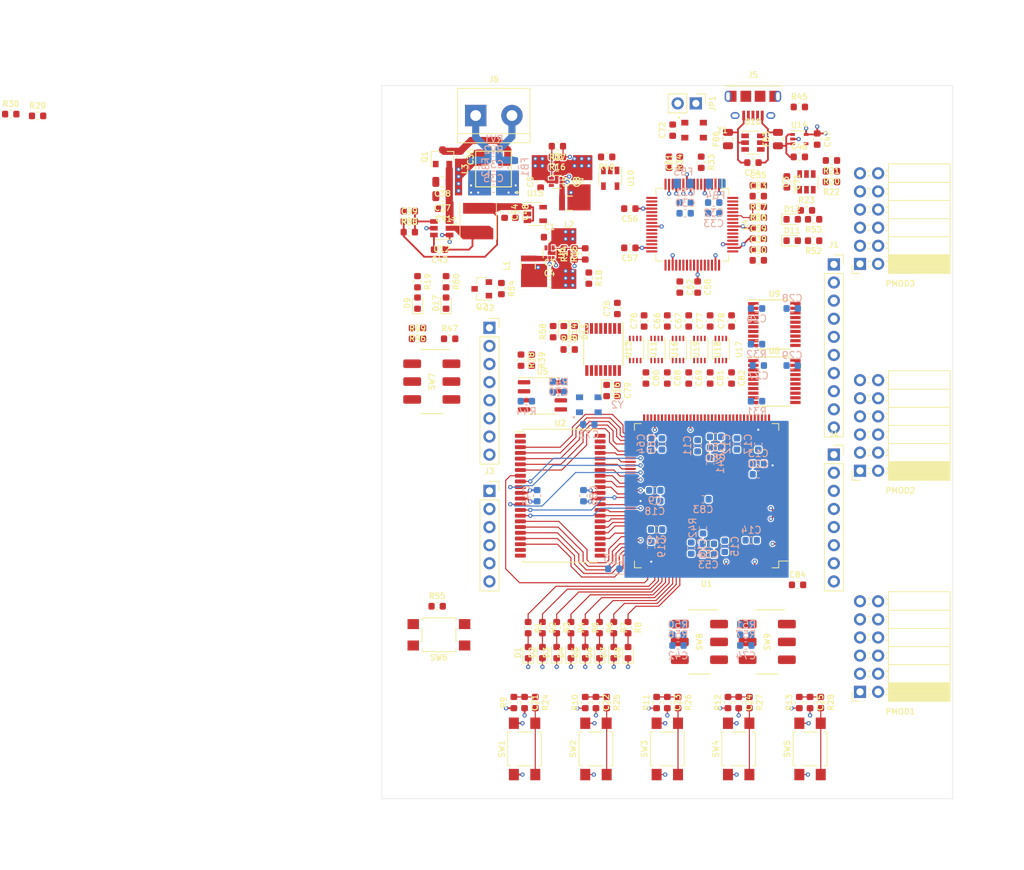
<source format=kicad_pcb>
(kicad_pcb (version 20171130) (host pcbnew 5.1.0)
  (layers (0 F.Cu signal) (1 In1.Cu power) (2 In2.Cu power) (31 B.Cu signal) (34 B.Paste user hide) (35 F.Paste user hide) (36 B.SilkS user) (37 F.SilkS user) (38 B.Mask user) (39 F.Mask user) (44 Edge.Cuts user))
  (net 0 "")
  (net 1 "Net-(U1-Pad133)")
  (net 2 "/SRAM Memory/IO7")
  (net 3 "/SRAM Memory/IO6")
  (net 4 "/SRAM Memory/IO5")
  (net 5 "/SRAM Memory/IO4")
  (net 6 "/SRAM Memory/IO3")
  (net 7 "/SRAM Memory/IO2")
  (net 8 "/SRAM Memory/IO1")
  (net 9 "/SRAM Memory/IO0")
  (net 10 "/SRAM Memory/A18")
  (net 11 "/SRAM Memory/A17")
  (net 12 "/SRAM Memory/A16")
  (net 13 "/SRAM Memory/A15")
  (net 14 "/SRAM Memory/A14")
  (net 15 "/SRAM Memory/A13")
  (net 16 "/SRAM Memory/A12")
  (net 17 "/SRAM Memory/A11")
  (net 18 "/SRAM Memory/A10")
  (net 19 "/SRAM Memory/A9")
  (net 20 "/SRAM Memory/A8")
  (net 21 "/SRAM Memory/A7")
  (net 22 "/SRAM Memory/A6")
  (net 23 "/SRAM Memory/A5")
  (net 24 "/SRAM Memory/A4")
  (net 25 "/SRAM Memory/A3")
  (net 26 "/SRAM Memory/A2")
  (net 27 "/SRAM Memory/A1")
  (net 28 "/SRAM Memory/A0")
  (net 29 "/USB Programmer/SS")
  (net 30 "/USB Programmer/SCK")
  (net 31 "/USB Programmer/MISO")
  (net 32 "/USB Programmer/MOSI")
  (net 33 "Net-(D1-Pad2)")
  (net 34 GND)
  (net 35 "Net-(D2-Pad2)")
  (net 36 "Net-(D3-Pad2)")
  (net 37 "Net-(D4-Pad2)")
  (net 38 "Net-(D5-Pad2)")
  (net 39 "Net-(D6-Pad2)")
  (net 40 "Net-(D7-Pad2)")
  (net 41 "Net-(D8-Pad2)")
  (net 42 "/User Interface/LED0")
  (net 43 "/User Interface/LED1")
  (net 44 "/User Interface/LED2")
  (net 45 "/User Interface/LED3")
  (net 46 "/User Interface/LED4")
  (net 47 "/User Interface/LED5")
  (net 48 "/User Interface/LED6")
  (net 49 "/User Interface/LED7")
  (net 50 "/User Interface/SW1")
  (net 51 "/User Interface/SW2")
  (net 52 "/User Interface/SW3")
  (net 53 "/User Interface/SW4")
  (net 54 "/User Interface/SW5")
  (net 55 /power/FB_1V2)
  (net 56 +1V2)
  (net 57 /power/FB_3V3)
  (net 58 +3V3)
  (net 59 "Net-(J5-Pad6)")
  (net 60 "Net-(L1-Pad1)")
  (net 61 "Net-(L2-Pad1)")
  (net 62 PG)
  (net 63 "Net-(D9-Pad2)")
  (net 64 "/USB Programmer/D_N")
  (net 65 "/USB Programmer/D_P")
  (net 66 "Net-(R20-Pad2)")
  (net 67 "Net-(R21-Pad2)")
  (net 68 "Net-(R22-Pad2)")
  (net 69 +5V)
  (net 70 /Header/INO_SCL)
  (net 71 /Header/INO_SDA)
  (net 72 /Header/INO_SCK)
  (net 73 /Header/INO_MISO)
  (net 74 /Header/INO_MOSI)
  (net 75 /Header/INO_SS)
  (net 76 /Header/INO_D9)
  (net 77 /Header/INO_D8)
  (net 78 /Header/INO_D7)
  (net 79 /Header/INO_D6)
  (net 80 /Header/INO_D5)
  (net 81 /Header/INO_D4)
  (net 82 /Header/INO_D3)
  (net 83 /Header/INO_D2)
  (net 84 /Header/INO_TX)
  (net 85 /Header/INO_RX)
  (net 86 /Header/P4_2)
  (net 87 /Header/P10_2)
  (net 88 /Header/P3_2)
  (net 89 /Header/P9_2)
  (net 90 /Header/P2_2)
  (net 91 /Header/P8_2)
  (net 92 /Header/P1_2)
  (net 93 /Header/P7_2)
  (net 94 /Header/P4_3)
  (net 95 /Header/P10_3)
  (net 96 /Header/P3_3)
  (net 97 /Header/P9_3)
  (net 98 /Header/P2_3)
  (net 99 /Header/P8_3)
  (net 100 /Header/P1_3)
  (net 101 /Header/P7_3)
  (net 102 "Net-(R24-Pad2)")
  (net 103 "Net-(R25-Pad2)")
  (net 104 "Net-(R26-Pad2)")
  (net 105 "Net-(R27-Pad2)")
  (net 106 "Net-(R28-Pad2)")
  (net 107 /Header/OE0)
  (net 108 /Header/OE1)
  (net 109 /Header/FPGA_INO_SCL)
  (net 110 /Header/FPGA_INO_SDA)
  (net 111 /Header/FPGA_INO_SCK)
  (net 112 /Header/FPGA_INO_MISO)
  (net 113 /Header/FPGA_INO_MOSI)
  (net 114 /Header/FPGA_INO_SS)
  (net 115 /Header/FPGA_INO_D9)
  (net 116 /Header/FPGA_INO_D8)
  (net 117 /Header/FPGA_INO_D7)
  (net 118 /Header/FPGA_INO_D6)
  (net 119 /Header/FPGA_INO_D5)
  (net 120 /Header/FPGA_INO_D4)
  (net 121 /Header/FPGA_INO_D3)
  (net 122 /Header/FPGA_INO_D2)
  (net 123 /Header/FPGA_INO_TX)
  (net 124 /Header/FPGA_INO_RX)
  (net 125 ~SRAM_OE~)
  (net 126 ~SRAM_WE~)
  (net 127 ~SRAM_CE~)
  (net 128 +1V8)
  (net 129 "Net-(R23-Pad2)")
  (net 130 "Net-(R33-Pad2)")
  (net 131 "Net-(R34-Pad2)")
  (net 132 "Net-(D11-Pad2)")
  (net 133 "Net-(D11-Pad1)")
  (net 134 "Net-(D12-Pad2)")
  (net 135 "Net-(D12-Pad1)")
  (net 136 P4_1)
  (net 137 P10_1)
  (net 138 P3_1)
  (net 139 P9_1)
  (net 140 P2_1)
  (net 141 P8_1)
  (net 142 P1_1)
  (net 143 P7_1)
  (net 144 "Net-(R43-Pad1)")
  (net 145 "Net-(R44-Pad1)")
  (net 146 TXD)
  (net 147 RXD)
  (net 148 ~RTS~)
  (net 149 ~CTS~)
  (net 150 ~DTR~)
  (net 151 ~DSR~)
  (net 152 ~DCD~)
  (net 153 CDONE)
  (net 154 CRESET_B)
  (net 155 "Net-(R56-Pad2)")
  (net 156 ICE_CLK_12M)
  (net 157 +3V3_FTDI)
  (net 158 VBUS)
  (net 159 "Net-(R36-Pad2)")
  (net 160 "/USB Programmer/12_MHZ")
  (net 161 "/USB Programmer/V_USB_PLL")
  (net 162 "/USB Programmer/V_USB_PHY")
  (net 163 /power/V_IN_PROTECTED)
  (net 164 "/User Interface/SW6")
  (net 165 "Net-(C43-Pad2)")
  (net 166 "Net-(C43-Pad1)")
  (net 167 /power/FB_5V)
  (net 168 /power/GNDPLL_0)
  (net 169 /power/VCCPLL_0)
  (net 170 /power/GNDPLL_1)
  (net 171 /power/VCCPLL_1)
  (net 172 "/User Interface/SW7")
  (net 173 "Net-(D13-Pad1)")
  (net 174 /power/V_IN)
  (net 175 /power/GND_IN)
  (net 176 "Net-(JP1-Pad2)")
  (net 177 /power/EN_HIGH_VOLTAGE)
  (net 178 /power/EN_LOW_VOLTAGE)
  (net 179 "Net-(R57-Pad2)")
  (net 180 /Header/IC_CLK_50M)
  (net 181 /power/5V_IN)
  (net 182 "/USB Programmer/GNDBUS")
  (net 183 "/USB Programmer/VBUS_IN")
  (net 184 /power/GND_IN_FILTERED)
  (net 185 /power/V_IN_FILTERED)
  (net 186 /power/V_IN_CHOKE)
  (net 187 "Net-(D14-Pad2)")
  (net 188 "/USB Programmer/FTDI_CRESET_B")
  (net 189 "/USB Programmer/FTDI_SS")
  (net 190 "Net-(D16-Pad1)")
  (net 191 "/USB Programmer/FTDI_SCK")
  (net 192 "/USB Programmer/FTDI_MOSI")
  (net 193 "/USB Programmer/FTDI_MISO")
  (net 194 "/USB Programmer/FTDI_CDONE")
  (net 195 "/USB Programmer/FTDI_TXD")
  (net 196 "/USB Programmer/FTDI_RXD")
  (net 197 "/USB Programmer/~FTDI_RTS~")
  (net 198 "/USB Programmer/~FTDI_CTS~")
  (net 199 "/USB Programmer/~FTDI_DTR~")
  (net 200 "/USB Programmer/~FTDI_DSR~")
  (net 201 "/USB Programmer/~FTDI_DCD~")
  (net 202 "Net-(D17-Pad2)")
  (net 203 "Net-(D17-Pad1)")
  (module Capacitor_SMD:C_0603_1608Metric (layer B.Cu) (at 128.25 97.5 90)
    (fp_text reference C85 (at 0 1.43 90) (layer B.SilkS) (effects (justify mirror)))
    (fp_text value 100nF)
    (pad 2 smd roundrect (at 0.7875 0 90) (size 0.875 0.95) (layers B.Cu B.Paste B.Mask) (net 34 GND))
    (pad 1 smd roundrect (at -0.7875 0 90) (size 0.875 0.95) (layers B.Cu B.Paste B.Mask) (net 58 +3V3))
  )
  (module Resistor_SMD:R_0603_1608Metric (layer F.Cu) (at 109 67.5 270)
    (fp_text reference R60 (at 0 -1.43 270) (layer F.SilkS) (effects (font (size 0.8 0.8))))
    (fp_text value 560)
    (pad 2 smd roundrect (at 0.7875 0 270) (size 0.875 0.95) (layers F.Cu F.Paste F.Mask) (net 202 "Net-(D17-Pad2)"))
    (pad 1 smd roundrect (at -0.7875 0 270) (size 0.875 0.95) (layers F.Cu F.Paste F.Mask) (net 58 +3V3))
  )
  (module Package_TO_SOT_SMD:SOT-23 (layer F.Cu) (at 114 68.5 180)
    (fp_text reference Q2 (at 0 -2.5 180) (layer F.SilkS) (effects (font (size 0.8 0.8))))
    (fp_text value Q_NMOS_GSD)
    (pad 3 smd rect (at 1 0 180) (size 0.9 0.8) (layers F.Cu F.Paste F.Mask) (net 203 "Net-(D17-Pad1)"))
    (pad 2 smd rect (at -1 0.95 180) (size 0.9 0.8) (layers F.Cu F.Paste F.Mask) (net 34 GND))
    (pad 1 smd rect (at -1 -0.95 180) (size 0.9 0.8) (layers F.Cu F.Paste F.Mask) (net 153 CDONE))
  )
  (module LED_SMD:LED_0603_1608Metric (layer F.Cu) (at 109 70.5 90)
    (fp_text reference D17 (at 0 -1.43 90) (layer F.SilkS) (effects (font (size 0.8 0.8))))
    (fp_text value DONE)
    (pad 2 smd roundrect (at 0.7875 0 90) (size 0.875 0.95) (layers F.Cu F.Paste F.Mask) (net 202 "Net-(D17-Pad2)"))
    (pad 1 smd roundrect (at -0.7875 0 90) (size 0.875 0.95) (layers F.Cu F.Paste F.Mask) (net 203 "Net-(D17-Pad1)"))
  )
  (module Capacitor_SMD:C_0603_1608Metric (layer F.Cu) (at 158.25 110)
    (fp_text reference C84 (at 0 -1.43) (layer F.SilkS) (effects (font (size 0.8 0.8))))
    (fp_text value "10 uF 6,3 V")
    (pad 2 smd roundrect (at 0.7875 0) (size 0.875 0.95) (layers F.Cu F.Paste F.Mask) (net 34 GND))
    (pad 1 smd roundrect (at -0.7875 0) (size 0.875 0.95) (layers F.Cu F.Paste F.Mask) (net 58 +3V3))
  )
  (module Capacitor_SMD:C_0603_1608Metric (layer B.Cu) (at 145 98)
    (fp_text reference C83 (at 0 1.43) (layer B.SilkS) (effects (justify mirror)))
    (fp_text value "10 uF 6,3 V")
    (pad 2 smd roundrect (at 0.7875 0) (size 0.875 0.95) (layers B.Cu B.Paste B.Mask) (net 34 GND))
    (pad 1 smd roundrect (at -0.7875 0) (size 0.875 0.95) (layers B.Cu B.Paste B.Mask) (net 56 +1V2))
  )
  (module Package_SO:VSSOP-8_2.4x2.1mm_P0.5mm (layer F.Cu) (at 141.5 77 270)
    (fp_text reference U19 (at 0 -2.54 270) (layer F.SilkS) (effects (font (size 0.8 0.8))))
    (fp_text value SN74LVC2T45DCUR)
    (pad 8 smd rect (at 1.55 -0.75 270) (size 0.75 0.25) (layers F.Cu F.Paste F.Mask) (net 58 +3V3))
    (pad 7 smd rect (at 1.55 -0.25 270) (size 0.75 0.25) (layers F.Cu F.Paste F.Mask) (net 149 ~CTS~))
    (pad 6 smd rect (at 1.55 0.25 270) (size 0.75 0.25) (layers F.Cu F.Paste F.Mask) (net 147 RXD))
    (pad 5 smd rect (at 1.55 0.75 270) (size 0.75 0.25) (layers F.Cu F.Paste F.Mask) (net 34 GND))
    (pad 4 smd rect (at -1.55 0.75 270) (size 0.75 0.25) (layers F.Cu F.Paste F.Mask) (net 34 GND))
    (pad 3 smd rect (at -1.55 0.25 270) (size 0.75 0.25) (layers F.Cu F.Paste F.Mask) (net 196 "/USB Programmer/FTDI_RXD"))
    (pad 2 smd rect (at -1.55 -0.25 270) (size 0.75 0.25) (layers F.Cu F.Paste F.Mask) (net 198 "/USB Programmer/~FTDI_CTS~"))
    (pad 1 smd rect (at -1.55 -0.75 270) (size 0.75 0.25) (layers F.Cu F.Paste F.Mask) (net 157 +3V3_FTDI))
  )
  (module Package_SO:VSSOP-8_2.4x2.1mm_P0.5mm (layer F.Cu) (at 144.5 77 270)
    (fp_text reference U18 (at 0 -2.54 270) (layer F.SilkS) (effects (font (size 0.8 0.8))))
    (fp_text value SN74LVC2T45DCUR)
    (pad 8 smd rect (at 1.55 -0.75 270) (size 0.75 0.25) (layers F.Cu F.Paste F.Mask) (net 58 +3V3))
    (pad 7 smd rect (at 1.55 -0.25 270) (size 0.75 0.25) (layers F.Cu F.Paste F.Mask) (net 152 ~DCD~))
    (pad 6 smd rect (at 1.55 0.25 270) (size 0.75 0.25) (layers F.Cu F.Paste F.Mask) (net 151 ~DSR~))
    (pad 5 smd rect (at 1.55 0.75 270) (size 0.75 0.25) (layers F.Cu F.Paste F.Mask) (net 34 GND))
    (pad 4 smd rect (at -1.55 0.75 270) (size 0.75 0.25) (layers F.Cu F.Paste F.Mask) (net 34 GND))
    (pad 3 smd rect (at -1.55 0.25 270) (size 0.75 0.25) (layers F.Cu F.Paste F.Mask) (net 200 "/USB Programmer/~FTDI_DSR~"))
    (pad 2 smd rect (at -1.55 -0.25 270) (size 0.75 0.25) (layers F.Cu F.Paste F.Mask) (net 201 "/USB Programmer/~FTDI_DCD~"))
    (pad 1 smd rect (at -1.55 -0.75 270) (size 0.75 0.25) (layers F.Cu F.Paste F.Mask) (net 157 +3V3_FTDI))
  )
  (module Package_SO:VSSOP-8_2.4x2.1mm_P0.5mm (layer F.Cu) (at 147.5 77 270)
    (fp_text reference U17 (at 0 -2.54 270) (layer F.SilkS) (effects (font (size 0.8 0.8))))
    (fp_text value SN74LVC2T45DCUR)
    (pad 8 smd rect (at 1.55 -0.75 270) (size 0.75 0.25) (layers F.Cu F.Paste F.Mask) (net 58 +3V3))
    (pad 7 smd rect (at 1.55 -0.25 270) (size 0.75 0.25) (layers F.Cu F.Paste F.Mask) (net 156 ICE_CLK_12M))
    (pad 6 smd rect (at 1.55 0.25 270) (size 0.75 0.25) (layers F.Cu F.Paste F.Mask) (net 150 ~DTR~))
    (pad 5 smd rect (at 1.55 0.75 270) (size 0.75 0.25) (layers F.Cu F.Paste F.Mask) (net 157 +3V3_FTDI))
    (pad 4 smd rect (at -1.55 0.75 270) (size 0.75 0.25) (layers F.Cu F.Paste F.Mask) (net 34 GND))
    (pad 3 smd rect (at -1.55 0.25 270) (size 0.75 0.25) (layers F.Cu F.Paste F.Mask) (net 199 "/USB Programmer/~FTDI_DTR~"))
    (pad 2 smd rect (at -1.55 -0.25 270) (size 0.75 0.25) (layers F.Cu F.Paste F.Mask) (net 160 "/USB Programmer/12_MHZ"))
    (pad 1 smd rect (at -1.55 -0.75 270) (size 0.75 0.25) (layers F.Cu F.Paste F.Mask) (net 157 +3V3_FTDI))
  )
  (module Package_SO:VSSOP-8_2.4x2.1mm_P0.5mm (layer F.Cu) (at 138.5 77 270)
    (fp_text reference U16 (at 0 -2.54 270) (layer F.SilkS) (effects (font (size 0.8 0.8))))
    (fp_text value SN74LVC2T45DCUR)
    (pad 8 smd rect (at 1.55 -0.75 270) (size 0.75 0.25) (layers F.Cu F.Paste F.Mask) (net 58 +3V3))
    (pad 7 smd rect (at 1.55 -0.25 270) (size 0.75 0.25) (layers F.Cu F.Paste F.Mask) (net 148 ~RTS~))
    (pad 6 smd rect (at 1.55 0.25 270) (size 0.75 0.25) (layers F.Cu F.Paste F.Mask) (net 146 TXD))
    (pad 5 smd rect (at 1.55 0.75 270) (size 0.75 0.25) (layers F.Cu F.Paste F.Mask) (net 157 +3V3_FTDI))
    (pad 4 smd rect (at -1.55 0.75 270) (size 0.75 0.25) (layers F.Cu F.Paste F.Mask) (net 34 GND))
    (pad 3 smd rect (at -1.55 0.25 270) (size 0.75 0.25) (layers F.Cu F.Paste F.Mask) (net 195 "/USB Programmer/FTDI_TXD"))
    (pad 2 smd rect (at -1.55 -0.25 270) (size 0.75 0.25) (layers F.Cu F.Paste F.Mask) (net 197 "/USB Programmer/~FTDI_RTS~"))
    (pad 1 smd rect (at -1.55 -0.75 270) (size 0.75 0.25) (layers F.Cu F.Paste F.Mask) (net 157 +3V3_FTDI))
  )
  (module Package_SO:TSSOP-16_4.4x5mm_P0.65mm (layer F.Cu) (at 131 77 270)
    (fp_text reference U13 (at 0 -3.55 270) (layer F.SilkS) (effects (font (size 0.8 0.8))))
    (fp_text value SN74AXC4T245PWR)
    (pad 16 smd rect (at 2.95 -2.275 270) (size 1.5 0.45) (layers F.Cu F.Paste F.Mask) (net 58 +3V3))
    (pad 15 smd rect (at 2.95 -1.625 270) (size 1.5 0.45) (layers F.Cu F.Paste F.Mask) (net 187 "Net-(D14-Pad2)"))
    (pad 14 smd rect (at 2.95 -0.975 270) (size 1.5 0.45) (layers F.Cu F.Paste F.Mask) (net 187 "Net-(D14-Pad2)"))
    (pad 13 smd rect (at 2.95 -0.325 270) (size 1.5 0.45) (layers F.Cu F.Paste F.Mask) (net 190 "Net-(D16-Pad1)"))
    (pad 12 smd rect (at 2.95 0.325 270) (size 1.5 0.45) (layers F.Cu F.Paste F.Mask) (net 29 "/USB Programmer/SS"))
    (pad 11 smd rect (at 2.95 0.975 270) (size 1.5 0.45) (layers F.Cu F.Paste F.Mask) (net 32 "/USB Programmer/MOSI"))
    (pad 10 smd rect (at 2.95 1.625 270) (size 1.5 0.45) (layers F.Cu F.Paste F.Mask) (net 30 "/USB Programmer/SCK"))
    (pad 9 smd rect (at 2.95 2.275 270) (size 1.5 0.45) (layers F.Cu F.Paste F.Mask) (net 34 GND))
    (pad 8 smd rect (at -2.95 2.275 270) (size 1.5 0.45) (layers F.Cu F.Paste F.Mask) (net 34 GND))
    (pad 7 smd rect (at -2.95 1.625 270) (size 1.5 0.45) (layers F.Cu F.Paste F.Mask) (net 191 "/USB Programmer/FTDI_SCK"))
    (pad 6 smd rect (at -2.95 0.975 270) (size 1.5 0.45) (layers F.Cu F.Paste F.Mask) (net 192 "/USB Programmer/FTDI_MOSI"))
    (pad 5 smd rect (at -2.95 0.325 270) (size 1.5 0.45) (layers F.Cu F.Paste F.Mask) (net 189 "/USB Programmer/FTDI_SS"))
    (pad 4 smd rect (at -2.95 -0.325 270) (size 1.5 0.45) (layers F.Cu F.Paste F.Mask) (net 188 "/USB Programmer/FTDI_CRESET_B"))
    (pad 3 smd rect (at -2.95 -0.975 270) (size 1.5 0.45) (layers F.Cu F.Paste F.Mask) (net 157 +3V3_FTDI))
    (pad 2 smd rect (at -2.95 -1.625 270) (size 1.5 0.45) (layers F.Cu F.Paste F.Mask) (net 157 +3V3_FTDI))
    (pad 1 smd rect (at -2.95 -2.275 270) (size 1.5 0.45) (layers F.Cu F.Paste F.Mask) (net 157 +3V3_FTDI))
  )
  (module Package_SO:VSSOP-8_2.4x2.1mm_P0.5mm (layer F.Cu) (at 135.5 77 270)
    (fp_text reference U11 (at 0 -2.54 270) (layer F.SilkS) (effects (font (size 0.8 0.8))))
    (fp_text value SN74LVC2T45DCUR)
    (pad 8 smd rect (at 1.55 -0.75 270) (size 0.75 0.25) (layers F.Cu F.Paste F.Mask) (net 58 +3V3))
    (pad 7 smd rect (at 1.55 -0.25 270) (size 0.75 0.25) (layers F.Cu F.Paste F.Mask) (net 153 CDONE))
    (pad 6 smd rect (at 1.55 0.25 270) (size 0.75 0.25) (layers F.Cu F.Paste F.Mask) (net 31 "/USB Programmer/MISO"))
    (pad 5 smd rect (at 1.55 0.75 270) (size 0.75 0.25) (layers F.Cu F.Paste F.Mask) (net 34 GND))
    (pad 4 smd rect (at -1.55 0.75 270) (size 0.75 0.25) (layers F.Cu F.Paste F.Mask) (net 34 GND))
    (pad 3 smd rect (at -1.55 0.25 270) (size 0.75 0.25) (layers F.Cu F.Paste F.Mask) (net 193 "/USB Programmer/FTDI_MISO"))
    (pad 2 smd rect (at -1.55 -0.25 270) (size 0.75 0.25) (layers F.Cu F.Paste F.Mask) (net 194 "/USB Programmer/FTDI_CDONE"))
    (pad 1 smd rect (at -1.55 -0.75 270) (size 0.75 0.25) (layers F.Cu F.Paste F.Mask) (net 157 +3V3_FTDI))
  )
  (module Resistor_SMD:R_0603_1608Metric (layer F.Cu) (at 126.25 77)
    (fp_text reference R59 (at 0 -1.43) (layer F.SilkS) (effects (font (size 0.8 0.8))))
    (fp_text value 10k)
    (pad 2 smd roundrect (at 0.7875 0) (size 0.875 0.95) (layers F.Cu F.Paste F.Mask) (net 187 "Net-(D14-Pad2)"))
    (pad 1 smd roundrect (at -0.7875 0) (size 0.875 0.95) (layers F.Cu F.Paste F.Mask) (net 157 +3V3_FTDI))
  )
  (module Resistor_SMD:R_0603_1608Metric (layer F.Cu) (at 124 74.5 90)
    (fp_text reference R58 (at 0 -1.43 90) (layer F.SilkS) (effects (font (size 0.8 0.8))))
    (fp_text value 10k)
    (pad 2 smd roundrect (at 0.7875 0 90) (size 0.875 0.95) (layers F.Cu F.Paste F.Mask) (net 188 "/USB Programmer/FTDI_CRESET_B"))
    (pad 1 smd roundrect (at -0.7875 0 90) (size 0.875 0.95) (layers F.Cu F.Paste F.Mask) (net 157 +3V3_FTDI))
  )
  (module Diode_SMD:D_0603_1608Metric (layer F.Cu) (at 131.5 82.75 270)
    (fp_text reference D16 (at 0 -1.43 270) (layer F.SilkS) (effects (font (size 0.8 0.8))))
    (fp_text value CDBU5020)
    (pad 2 smd roundrect (at 0.7875 0 270) (size 0.875 0.95) (layers F.Cu F.Paste F.Mask) (net 154 CRESET_B))
    (pad 1 smd roundrect (at -0.7875 0 270) (size 0.875 0.95) (layers F.Cu F.Paste F.Mask) (net 190 "Net-(D16-Pad1)"))
  )
  (module Diode_SMD:D_0603_1608Metric (layer F.Cu) (at 127 74.5 270)
    (fp_text reference D15 (at 0 -1.43 270) (layer F.SilkS) (effects (font (size 0.8 0.8))))
    (fp_text value CDBU5020)
    (pad 2 smd roundrect (at 0.7875 0 270) (size 0.875 0.95) (layers F.Cu F.Paste F.Mask) (net 187 "Net-(D14-Pad2)"))
    (pad 1 smd roundrect (at -0.7875 0 270) (size 0.875 0.95) (layers F.Cu F.Paste F.Mask) (net 189 "/USB Programmer/FTDI_SS"))
  )
  (module Diode_SMD:D_0603_1608Metric (layer F.Cu) (at 125.5 74.5 270)
    (fp_text reference D14 (at 0 -1.43 270) (layer F.SilkS) (effects (font (size 0.8 0.8))))
    (fp_text value CDBU5020)
    (pad 2 smd roundrect (at 0.7875 0 270) (size 0.875 0.95) (layers F.Cu F.Paste F.Mask) (net 187 "Net-(D14-Pad2)"))
    (pad 1 smd roundrect (at -0.7875 0 270) (size 0.875 0.95) (layers F.Cu F.Paste F.Mask) (net 188 "/USB Programmer/FTDI_CRESET_B"))
  )
  (module Diode_SMD:D_0603_1608Metric (layer B.Cu) (at 132.5 107.75 180)
    (fp_text reference D13 (at 0 1.43 180) (layer B.SilkS) (effects (justify mirror)))
    (fp_text value CDBU5020)
    (pad 2 smd roundrect (at 0.7875 0 180) (size 0.875 0.95) (layers B.Cu B.Paste B.Mask) (net 58 +3V3))
    (pad 1 smd roundrect (at -0.7875 0 180) (size 0.875 0.95) (layers B.Cu B.Paste B.Mask) (net 173 "Net-(D13-Pad1)"))
  )
  (module Capacitor_SMD:C_0603_1608Metric (layer F.Cu) (at 149 81 270)
    (fp_text reference C82 (at 0 -1.43 270) (layer F.SilkS) (effects (font (size 0.8 0.8))))
    (fp_text value 100nF)
    (pad 2 smd roundrect (at 0.7875 0 270) (size 0.875 0.95) (layers F.Cu F.Paste F.Mask) (net 34 GND))
    (pad 1 smd roundrect (at -0.7875 0 270) (size 0.875 0.95) (layers F.Cu F.Paste F.Mask) (net 58 +3V3))
  )
  (module Capacitor_SMD:C_0603_1608Metric (layer F.Cu) (at 146 81 270)
    (fp_text reference C81 (at 0 -1.43 270) (layer F.SilkS) (effects (font (size 0.8 0.8))))
    (fp_text value 100nF)
    (pad 2 smd roundrect (at 0.7875 0 270) (size 0.875 0.95) (layers F.Cu F.Paste F.Mask) (net 34 GND))
    (pad 1 smd roundrect (at -0.7875 0 270) (size 0.875 0.95) (layers F.Cu F.Paste F.Mask) (net 58 +3V3))
  )
  (module Capacitor_SMD:C_0603_1608Metric (layer F.Cu) (at 137 81 270)
    (fp_text reference C80 (at 0 -1.43 270) (layer F.SilkS) (effects (font (size 0.8 0.8))))
    (fp_text value 100nF)
    (pad 2 smd roundrect (at 0.7875 0 270) (size 0.875 0.95) (layers F.Cu F.Paste F.Mask) (net 34 GND))
    (pad 1 smd roundrect (at -0.7875 0 270) (size 0.875 0.95) (layers F.Cu F.Paste F.Mask) (net 58 +3V3))
  )
  (module Capacitor_SMD:C_0603_1608Metric (layer F.Cu) (at 133 82.75 270)
    (fp_text reference C79 (at 0 -1.43 270) (layer F.SilkS) (effects (font (size 0.8 0.8))))
    (fp_text value 100nF)
    (pad 2 smd roundrect (at 0.7875 0 270) (size 0.875 0.95) (layers F.Cu F.Paste F.Mask) (net 34 GND))
    (pad 1 smd roundrect (at -0.7875 0 270) (size 0.875 0.95) (layers F.Cu F.Paste F.Mask) (net 58 +3V3))
  )
  (module Capacitor_SMD:C_0603_1608Metric (layer F.Cu) (at 149 73 90)
    (fp_text reference C78 (at 0 -1.43 90) (layer F.SilkS) (effects (font (size 0.8 0.8))))
    (fp_text value 100nF)
    (pad 2 smd roundrect (at 0.7875 0 90) (size 0.875 0.95) (layers F.Cu F.Paste F.Mask) (net 34 GND))
    (pad 1 smd roundrect (at -0.7875 0 90) (size 0.875 0.95) (layers F.Cu F.Paste F.Mask) (net 157 +3V3_FTDI))
  )
  (module Capacitor_SMD:C_0603_1608Metric (layer F.Cu) (at 146 73 90)
    (fp_text reference C77 (at 0 -1.43 90) (layer F.SilkS) (effects (font (size 0.8 0.8))))
    (fp_text value 100nF)
    (pad 2 smd roundrect (at 0.7875 0 90) (size 0.875 0.95) (layers F.Cu F.Paste F.Mask) (net 34 GND))
    (pad 1 smd roundrect (at -0.7875 0 90) (size 0.875 0.95) (layers F.Cu F.Paste F.Mask) (net 157 +3V3_FTDI))
  )
  (module Capacitor_SMD:C_0603_1608Metric (layer F.Cu) (at 136.75 73 90)
    (fp_text reference C76 (at 0 -1.43 90) (layer F.SilkS) (effects (font (size 0.8 0.8))))
    (fp_text value 100nF)
    (pad 2 smd roundrect (at 0.7875 0 90) (size 0.875 0.95) (layers F.Cu F.Paste F.Mask) (net 34 GND))
    (pad 1 smd roundrect (at -0.7875 0 90) (size 0.875 0.95) (layers F.Cu F.Paste F.Mask) (net 157 +3V3_FTDI))
  )
  (module Capacitor_SMD:C_0603_1608Metric (layer F.Cu) (at 133 71.25 90)
    (fp_text reference C75 (at 0 -1.43 90) (layer F.SilkS) (effects (font (size 0.8 0.8))))
    (fp_text value 100nF)
    (pad 2 smd roundrect (at 0.7875 0 90) (size 0.875 0.95) (layers F.Cu F.Paste F.Mask) (net 34 GND))
    (pad 1 smd roundrect (at -0.7875 0 90) (size 0.875 0.95) (layers F.Cu F.Paste F.Mask) (net 157 +3V3_FTDI))
  )
  (module Resistor_SMD:R_0805_2012Metric (layer F.Cu) (at 148.5 47.5 90)
    (fp_text reference FB6 (at 0 -1.65 90) (layer F.SilkS) (effects (font (size 0.8 0.8))))
    (fp_text value "330 Ohm")
    (pad 2 smd roundrect (at 0.9375 0 90) (size 0.975 1.4) (layers F.Cu F.Paste F.Mask) (net 182 "/USB Programmer/GNDBUS"))
    (pad 1 smd roundrect (at -0.9375 0 90) (size 0.975 1.4) (layers F.Cu F.Paste F.Mask) (net 34 GND))
  )
  (module footprints:ECS-3225S_3.2x2.5mm_footprint (layer B.Cu) (at 129 84.75)
    (fp_text reference Y2 (at 4 0) (layer B.SilkS) (effects (justify mirror)))
    (fp_text value ECS-3225S33-500-FN-TR)
    (pad 6 smd rect (at -1.3 -1.05) (size 1 0.8) (layers B.Cu B.Paste B.Mask) (net 58 +3V3))
    (pad 4 smd rect (at 1.3 -1.05) (size 1 0.8) (layers B.Cu B.Paste B.Mask) (net 180 /Header/IC_CLK_50M))
    (pad 3 smd rect (at 1.3 1.05) (size 1 0.8) (layers B.Cu B.Paste B.Mask) (net 34 GND))
    (pad 1 smd rect (at -1.3 1.05) (size 1 0.8) (layers B.Cu B.Paste B.Mask) (net 58 +3V3))
  )
  (module Package_TO_SOT_SMD:SOT-23-5 (layer F.Cu) (at 121.5 58)
    (fp_text reference U15 (at 0 -2.9) (layer F.SilkS) (effects (font (size 0.8 0.8))))
    (fp_text value MAX40200AUK)
    (pad 5 smd rect (at 1.1 -0.95) (size 1.06 0.65) (layers F.Cu F.Paste F.Mask) (net 69 +5V))
    (pad 4 smd rect (at 1.1 0.95) (size 1.06 0.65) (layers F.Cu F.Paste F.Mask))
    (pad 3 smd rect (at -1.1 0.95) (size 1.06 0.65) (layers F.Cu F.Paste F.Mask) (net 181 /power/5V_IN))
    (pad 2 smd rect (at -1.1 0) (size 1.06 0.65) (layers F.Cu F.Paste F.Mask) (net 34 GND))
    (pad 1 smd rect (at -1.1 -0.95) (size 1.06 0.65) (layers F.Cu F.Paste F.Mask) (net 181 /power/5V_IN))
  )
  (module Package_TO_SOT_SMD:SOT-23-6 (layer F.Cu) (at 108.4 60 180)
    (fp_text reference U12 (at 0 -2.9 180) (layer F.SilkS) (effects (font (size 0.8 0.8))))
    (fp_text value TPS562201)
    (pad 5 smd rect (at 1.1 0 180) (size 1.06 0.65) (layers F.Cu F.Paste F.Mask) (net 177 /power/EN_HIGH_VOLTAGE))
    (pad 6 smd rect (at 1.1 -0.95 180) (size 1.06 0.65) (layers F.Cu F.Paste F.Mask) (net 165 "Net-(C43-Pad2)"))
    (pad 4 smd rect (at 1.1 0.95 180) (size 1.06 0.65) (layers F.Cu F.Paste F.Mask) (net 167 /power/FB_5V))
    (pad 3 smd rect (at -1.1 0.95 180) (size 1.06 0.65) (layers F.Cu F.Paste F.Mask) (net 163 /power/V_IN_PROTECTED))
    (pad 2 smd rect (at -1.1 0 180) (size 1.06 0.65) (layers F.Cu F.Paste F.Mask) (net 166 "Net-(C43-Pad1)"))
    (pad 1 smd rect (at -1.1 -0.95 180) (size 1.06 0.65) (layers F.Cu F.Paste F.Mask) (net 34 GND))
  )
  (module footprints:SW_SLIDE_DPDT_Slide_CK_JS202011SCQN_W3mm_P2.5mm_footprint (layer F.Cu) (at 154 118 270)
    (fp_text reference SW9 (at 0 0 270) (layer F.SilkS) (effects (font (size 0.8 0.8))))
    (fp_text value JS202011SCQN)
    (pad 6 smd roundrect (at 2.5 2.75 270) (size 1.2 2.5) (layers F.Cu F.Paste F.Mask) (roundrect_rratio 0.2))
    (pad 5 smd roundrect (at 0 2.75 270) (size 1.2 2.5) (layers F.Cu F.Paste F.Mask) (roundrect_rratio 0.2))
    (pad 4 smd roundrect (at -2.5 2.75 270) (size 1.2 2.5) (layers F.Cu F.Paste F.Mask) (roundrect_rratio 0.2))
    (pad 3 smd roundrect (at 2.5 -2.75 270) (size 1.2 2.5) (layers F.Cu F.Paste F.Mask) (roundrect_rratio 0.2))
    (pad 2 smd roundrect (at 0 -2.75 270) (size 1.2 2.5) (layers F.Cu F.Paste F.Mask) (roundrect_rratio 0.2) (net 34 GND))
    (pad 1 smd roundrect (at -2.5 -2.75 270) (size 1.2 2.5) (layers F.Cu F.Paste F.Mask) (roundrect_rratio 0.2) (net 179 "Net-(R57-Pad2)"))
  )
  (module footprints:SW_SLIDE_DPDT_Slide_CK_JS202011SCQN_W3mm_P2.5mm_footprint (layer F.Cu) (at 144.5 118 270)
    (fp_text reference SW8 (at 0 0 270) (layer F.SilkS) (effects (font (size 0.8 0.8))))
    (fp_text value JS202011SCQN)
    (pad 6 smd roundrect (at 2.5 2.75 270) (size 1.2 2.5) (layers F.Cu F.Paste F.Mask) (roundrect_rratio 0.2))
    (pad 5 smd roundrect (at 0 2.75 270) (size 1.2 2.5) (layers F.Cu F.Paste F.Mask) (roundrect_rratio 0.2))
    (pad 4 smd roundrect (at -2.5 2.75 270) (size 1.2 2.5) (layers F.Cu F.Paste F.Mask) (roundrect_rratio 0.2))
    (pad 3 smd roundrect (at 2.5 -2.75 270) (size 1.2 2.5) (layers F.Cu F.Paste F.Mask) (roundrect_rratio 0.2))
    (pad 2 smd roundrect (at 0 -2.75 270) (size 1.2 2.5) (layers F.Cu F.Paste F.Mask) (roundrect_rratio 0.2) (net 34 GND))
    (pad 1 smd roundrect (at -2.5 -2.75 270) (size 1.2 2.5) (layers F.Cu F.Paste F.Mask) (roundrect_rratio 0.2) (net 155 "Net-(R56-Pad2)"))
  )
  (module footprints:SW_SLIDE_DPDT_Slide_CK_JS202011SCQN_W3mm_P2.5mm_footprint (layer F.Cu) (at 107 81.5 270)
    (fp_text reference SW7 (at 0 0 270) (layer F.SilkS) (effects (font (size 0.8 0.8))))
    (fp_text value JS202011SCQN)
    (pad 6 smd roundrect (at 2.5 2.75 270) (size 1.2 2.5) (layers F.Cu F.Paste F.Mask) (roundrect_rratio 0.2))
    (pad 5 smd roundrect (at 0 2.75 270) (size 1.2 2.5) (layers F.Cu F.Paste F.Mask) (roundrect_rratio 0.2) (net 34 GND))
    (pad 4 smd roundrect (at -2.5 2.75 270) (size 1.2 2.5) (layers F.Cu F.Paste F.Mask) (roundrect_rratio 0.2) (net 177 /power/EN_HIGH_VOLTAGE))
    (pad 3 smd roundrect (at 2.5 -2.75 270) (size 1.2 2.5) (layers F.Cu F.Paste F.Mask) (roundrect_rratio 0.2))
    (pad 2 smd roundrect (at 0 -2.75 270) (size 1.2 2.5) (layers F.Cu F.Paste F.Mask) (roundrect_rratio 0.2) (net 34 GND))
    (pad 1 smd roundrect (at -2.5 -2.75 270) (size 1.2 2.5) (layers F.Cu F.Paste F.Mask) (roundrect_rratio 0.2) (net 178 /power/EN_LOW_VOLTAGE))
  )
  (module Resistor_SMD:R_0603_1608Metric (layer B.Cu) (at 115.65 50.45 180)
    (fp_text reference RV2 (at 0 1.43 180) (layer B.SilkS) (effects (justify mirror)))
    (fp_text value CG0603MLA-18KE)
    (pad 2 smd roundrect (at 0.7875 0 180) (size 0.875 0.95) (layers B.Cu B.Paste B.Mask) (net 175 /power/GND_IN))
    (pad 1 smd roundrect (at -0.7875 0 180) (size 0.875 0.95) (layers B.Cu B.Paste B.Mask) (net 174 /power/V_IN))
  )
  (module Resistor_SMD:R_0603_1608Metric (layer B.Cu) (at 115.65 48.95 180)
    (fp_text reference RV1 (at 0 1.43 180) (layer B.SilkS) (effects (justify mirror)))
    (fp_text value CG0603MLA-18KE)
    (pad 2 smd roundrect (at 0.7875 0 180) (size 0.875 0.95) (layers B.Cu B.Paste B.Mask) (net 175 /power/GND_IN))
    (pad 1 smd roundrect (at -0.7875 0 180) (size 0.875 0.95) (layers B.Cu B.Paste B.Mask) (net 174 /power/V_IN))
  )
  (module Resistor_SMD:R_0603_1608Metric (layer B.Cu) (at 151 115.5)
    (fp_text reference R57 (at 0 1.43) (layer B.SilkS) (effects (justify mirror)))
    (fp_text value 470)
    (pad 2 smd roundrect (at 0.7875 0) (size 0.875 0.95) (layers B.Cu B.Paste B.Mask) (net 179 "Net-(R57-Pad2)"))
    (pad 1 smd roundrect (at -0.7875 0) (size 0.875 0.95) (layers B.Cu B.Paste B.Mask) (net 172 "/User Interface/SW7"))
  )
  (module Resistor_SMD:R_0603_1608Metric (layer B.Cu) (at 141.5 115.5)
    (fp_text reference R56 (at 0 1.43) (layer B.SilkS) (effects (justify mirror)))
    (fp_text value 470)
    (pad 2 smd roundrect (at 0.7875 0) (size 0.875 0.95) (layers B.Cu B.Paste B.Mask) (net 155 "Net-(R56-Pad2)"))
    (pad 1 smd roundrect (at -0.7875 0) (size 0.875 0.95) (layers B.Cu B.Paste B.Mask) (net 164 "/User Interface/SW6"))
  )
  (module Resistor_SMD:R_0603_1608Metric (layer B.Cu) (at 151 117 180)
    (fp_text reference R51 (at 0 1.43 180) (layer B.SilkS) (effects (justify mirror)))
    (fp_text value 4,7k)
    (pad 2 smd roundrect (at 0.7875 0 180) (size 0.875 0.95) (layers B.Cu B.Paste B.Mask) (net 172 "/User Interface/SW7"))
    (pad 1 smd roundrect (at -0.7875 0 180) (size 0.875 0.95) (layers B.Cu B.Paste B.Mask) (net 58 +3V3))
  )
  (module Resistor_SMD:R_0603_1608Metric (layer B.Cu) (at 141.5 117 180)
    (fp_text reference R50 (at 0 1.43 180) (layer B.SilkS) (effects (justify mirror)))
    (fp_text value 4,7k)
    (pad 2 smd roundrect (at 0.7875 0 180) (size 0.875 0.95) (layers B.Cu B.Paste B.Mask) (net 164 "/User Interface/SW6"))
    (pad 1 smd roundrect (at -0.7875 0 180) (size 0.875 0.95) (layers B.Cu B.Paste B.Mask) (net 58 +3V3))
  )
  (module Resistor_SMD:R_0603_1608Metric (layer F.Cu) (at 105 75.5)
    (fp_text reference R49 (at 0 -1.43) (layer F.SilkS) (effects (font (size 0.8 0.8))))
    (fp_text value 22k)
    (pad 2 smd roundrect (at 0.7875 0) (size 0.875 0.95) (layers F.Cu F.Paste F.Mask) (net 177 /power/EN_HIGH_VOLTAGE))
    (pad 1 smd roundrect (at -0.7875 0) (size 0.875 0.95) (layers F.Cu F.Paste F.Mask) (net 34 GND))
  )
  (module Resistor_SMD:R_0603_1608Metric (layer F.Cu) (at 131.5 50 180)
    (fp_text reference R48 (at 0 -1.43 180) (layer F.SilkS) (effects (font (size 0.8 0.8))))
    (fp_text value 10k)
    (pad 2 smd roundrect (at 0.7875 0 180) (size 0.875 0.95) (layers F.Cu F.Paste F.Mask) (net 176 "Net-(JP1-Pad2)"))
    (pad 1 smd roundrect (at -0.7875 0 180) (size 0.875 0.95) (layers F.Cu F.Paste F.Mask) (net 34 GND))
  )
  (module Resistor_SMD:R_0603_1608Metric (layer F.Cu) (at 109.5 75.5)
    (fp_text reference R47 (at 0 -1.43) (layer F.SilkS) (effects (font (size 0.8 0.8))))
    (fp_text value 10k)
    (pad 2 smd roundrect (at 0.7875 0) (size 0.875 0.95) (layers F.Cu F.Paste F.Mask) (net 69 +5V))
    (pad 1 smd roundrect (at -0.7875 0) (size 0.875 0.95) (layers F.Cu F.Paste F.Mask) (net 178 /power/EN_LOW_VOLTAGE))
  )
  (module Resistor_SMD:R_0603_1608Metric (layer F.Cu) (at 105 74 180)
    (fp_text reference R46 (at 0 -1.43 180) (layer F.SilkS) (effects (font (size 0.8 0.8))))
    (fp_text value 33k)
    (pad 2 smd roundrect (at 0.7875 0 180) (size 0.875 0.95) (layers F.Cu F.Paste F.Mask) (net 163 /power/V_IN_PROTECTED))
    (pad 1 smd roundrect (at -0.7875 0 180) (size 0.875 0.95) (layers F.Cu F.Paste F.Mask) (net 177 /power/EN_HIGH_VOLTAGE))
  )
  (module Resistor_SMD:R_0603_1608Metric (layer F.Cu) (at 158.5 43)
    (fp_text reference R45 (at 0 -1.43) (layer F.SilkS) (effects (font (size 0.8 0.8))))
    (fp_text value 10k)
    (pad 2 smd roundrect (at 0.7875 0) (size 0.875 0.95) (layers F.Cu F.Paste F.Mask) (net 34 GND))
    (pad 1 smd roundrect (at -0.7875 0) (size 0.875 0.95) (layers F.Cu F.Paste F.Mask) (net 59 "Net-(J5-Pad6)"))
  )
  (module Resistor_SMD:R_0603_1608Metric (layer B.Cu) (at 145 102 270)
    (fp_text reference R42 (at 0 1.43 270) (layer B.SilkS) (effects (justify mirror)))
    (fp_text value 100)
    (pad 2 smd roundrect (at 0.7875 0 270) (size 0.875 0.95) (layers B.Cu B.Paste B.Mask) (net 171 /power/VCCPLL_1))
    (pad 1 smd roundrect (at -0.7875 0 270) (size 0.875 0.95) (layers B.Cu B.Paste B.Mask) (net 56 +1V2))
  )
  (module Resistor_SMD:R_0603_1608Metric (layer B.Cu) (at 146 93 90)
    (fp_text reference R41 (at 0 1.43 90) (layer B.SilkS) (effects (justify mirror)))
    (fp_text value 100)
    (pad 2 smd roundrect (at 0.7875 0 90) (size 0.875 0.95) (layers B.Cu B.Paste B.Mask) (net 169 /power/VCCPLL_0))
    (pad 1 smd roundrect (at -0.7875 0 90) (size 0.875 0.95) (layers B.Cu B.Paste B.Mask) (net 56 +1V2))
  )
  (module Resistor_SMD:R_0603_1608Metric (layer F.Cu) (at 103.85 57.6 180)
    (fp_text reference R40 (at 0 -1.43 180) (layer F.SilkS) (effects (font (size 0.8 0.8))))
    (fp_text value "10k 1%")
    (pad 2 smd roundrect (at 0.7875 0 180) (size 0.875 0.95) (layers F.Cu F.Paste F.Mask) (net 34 GND))
    (pad 1 smd roundrect (at -0.7875 0 180) (size 0.875 0.95) (layers F.Cu F.Paste F.Mask) (net 167 /power/FB_5V))
  )
  (module Resistor_SMD:R_0603_1608Metric (layer F.Cu) (at 103.85 60.55)
    (fp_text reference R35 (at 0 -1.43) (layer F.SilkS) (effects (font (size 0.8 0.8))))
    (fp_text value "54k9 1%")
    (pad 2 smd roundrect (at 0.7875 0) (size 0.875 0.95) (layers F.Cu F.Paste F.Mask) (net 167 /power/FB_5V))
    (pad 1 smd roundrect (at -0.7875 0) (size 0.875 0.95) (layers F.Cu F.Paste F.Mask) (net 181 /power/5V_IN))
  )
  (module Package_TO_SOT_SMD:SOT-23 (layer F.Cu) (at 108.5 50 90)
    (fp_text reference Q1 (at 0 -2.5 90) (layer F.SilkS) (effects (font (size 0.8 0.8))))
    (fp_text value DMP3099L-7)
    (pad 3 smd rect (at 1 0 90) (size 0.9 0.8) (layers F.Cu F.Paste F.Mask) (net 186 /power/V_IN_CHOKE))
    (pad 2 smd rect (at -1 0.95 90) (size 0.9 0.8) (layers F.Cu F.Paste F.Mask) (net 163 /power/V_IN_PROTECTED))
    (pad 1 smd rect (at -1 -0.95 90) (size 0.9 0.8) (layers F.Cu F.Paste F.Mask) (net 34 GND))
  )
  (module Inductor_SMD:L_Taiyo-Yuden_NR-50xx (layer F.Cu) (at 113.5 59 90)
    (fp_text reference L4 (at 0 -3.45 90) (layer F.SilkS) (effects (font (size 0.8 0.8))))
    (fp_text value "4,7 uH")
    (pad 2 smd rect (at 1.8 0 90) (size 1.5 4.2) (layers F.Cu F.Paste F.Mask) (net 181 /power/5V_IN))
    (pad 1 smd rect (at -1.8 0 90) (size 1.5 4.2) (layers F.Cu F.Paste F.Mask) (net 166 "Net-(C43-Pad1)"))
  )
  (module footprints:DLW5BTM_5.00x5.00mm_footprint (layer F.Cu) (at 115.65 51.7 270)
    (fp_text reference L3 (at 0 4 270) (layer F.SilkS) (effects (font (size 0.8 0.8))))
    (fp_text value L_DLW5BTM)
    (pad 3 smd rect (at -0.95 1.5 270) (size 1 1.7) (layers F.Cu F.Paste F.Mask) (net 34 GND))
    (pad 3 smd rect (at -1.6 2 270) (size 2.3 0.7) (layers F.Cu F.Paste F.Mask) (net 34 GND))
    (pad 4 smd rect (at 0.95 1.5 270) (size 1 1.7) (layers F.Cu F.Paste F.Mask) (net 184 /power/GND_IN_FILTERED))
    (pad 4 smd rect (at 1.6 2 270) (size 2.3 0.7) (layers F.Cu F.Paste F.Mask) (net 184 /power/GND_IN_FILTERED))
    (pad 2 smd rect (at -0.95 -1.5 270) (size 1 1.7) (layers F.Cu F.Paste F.Mask) (net 186 /power/V_IN_CHOKE))
    (pad 2 smd rect (at -1.6 -2 270) (size 2.3 0.7) (layers F.Cu F.Paste F.Mask) (net 186 /power/V_IN_CHOKE))
    (pad 1 smd rect (at 0.95 -1.5 270) (size 1 1.7) (layers F.Cu F.Paste F.Mask) (net 185 /power/V_IN_FILTERED))
    (pad 1 smd rect (at 1.6 -2 270) (size 2.3 0.7) (layers F.Cu F.Paste F.Mask) (net 185 /power/V_IN_FILTERED))
  )
  (module Connector_PinHeader_2.54mm:PinHeader_1x02_P2.54mm_Vertical (layer F.Cu) (at 144 42.5 270)
    (fp_text reference JP1 (at 0 -2.33 270) (layer F.SilkS) (effects (font (size 0.8 0.8))))
    (fp_text value Jumper_NO_Small)
    (pad 2 thru_hole oval (at 0 2.54 270) (size 1.7 1.7) (drill 1) (layers *.Cu *.Mask) (net 176 "Net-(JP1-Pad2)"))
    (pad 1 thru_hole rect (at 0 0 270) (size 1.7 1.7) (drill 1) (layers *.Cu *.Mask) (net 158 VBUS))
  )
  (module TerminalBlock:TerminalBlock_bornier-2_P5.08mm (layer F.Cu) (at 113.15 44.2)
    (fp_text reference J6 (at 2.54 -5.08) (layer F.SilkS) (effects (font (size 0.8 0.8))))
    (fp_text value "7-17 V IN")
    (pad 2 thru_hole circle (at 5.08 0) (size 3 3) (drill 1.52) (layers *.Cu *.Mask) (net 174 /power/V_IN))
    (pad 1 thru_hole rect (at 0 0) (size 3 3) (drill 1.52) (layers *.Cu *.Mask) (net 175 /power/GND_IN))
  )
  (module Resistor_SMD:R_0805_2012Metric (layer B.Cu) (at 142.25 53.75 180)
    (fp_text reference FB5 (at 0 1.65 180) (layer B.SilkS) (effects (justify mirror)))
    (fp_text value "330 Ohm")
    (pad 2 smd roundrect (at 0.9375 0 180) (size 0.975 1.4) (layers B.Cu B.Paste B.Mask) (net 157 +3V3_FTDI))
    (pad 1 smd roundrect (at -0.9375 0 180) (size 0.975 1.4) (layers B.Cu B.Paste B.Mask) (net 161 "/USB Programmer/V_USB_PLL"))
  )
  (module Resistor_SMD:R_0805_2012Metric (layer B.Cu) (at 146.75 53.75)
    (fp_text reference FB4 (at 0 1.65) (layer B.SilkS) (effects (justify mirror)))
    (fp_text value "330 Ohm")
    (pad 2 smd roundrect (at 0.9375 0) (size 0.975 1.4) (layers B.Cu B.Paste B.Mask) (net 157 +3V3_FTDI))
    (pad 1 smd roundrect (at -0.9375 0) (size 0.975 1.4) (layers B.Cu B.Paste B.Mask) (net 162 "/USB Programmer/V_USB_PHY"))
  )
  (module Resistor_SMD:R_0805_2012Metric (layer F.Cu) (at 155.5 47.5 90)
    (fp_text reference FB3 (at 0 -1.65 90) (layer F.SilkS) (effects (font (size 0.8 0.8))))
    (fp_text value "330 Ohm")
    (pad 2 smd roundrect (at 0.9375 0 90) (size 0.975 1.4) (layers F.Cu F.Paste F.Mask) (net 183 "/USB Programmer/VBUS_IN"))
    (pad 1 smd roundrect (at -0.9375 0 90) (size 0.975 1.4) (layers F.Cu F.Paste F.Mask) (net 158 VBUS))
  )
  (module Resistor_SMD:R_0805_2012Metric (layer B.Cu) (at 112.9 51.45 90)
    (fp_text reference FB2 (at 0 1.65 90) (layer B.SilkS) (effects (justify mirror)))
    (fp_text value "330 Ohm")
    (pad 2 smd roundrect (at 0.9375 0 90) (size 0.975 1.4) (layers B.Cu B.Paste B.Mask) (net 175 /power/GND_IN))
    (pad 1 smd roundrect (at -0.9375 0 90) (size 0.975 1.4) (layers B.Cu B.Paste B.Mask) (net 184 /power/GND_IN_FILTERED))
  )
  (module Resistor_SMD:R_0805_2012Metric (layer B.Cu) (at 118.4 51.45 90)
    (fp_text reference FB1 (at 0 1.65 90) (layer B.SilkS) (effects (justify mirror)))
    (fp_text value "330 Ohm")
    (pad 2 smd roundrect (at 0.9375 0 90) (size 0.975 1.4) (layers B.Cu B.Paste B.Mask) (net 174 /power/V_IN))
    (pad 1 smd roundrect (at -0.9375 0 90) (size 0.975 1.4) (layers B.Cu B.Paste B.Mask) (net 185 /power/V_IN_FILTERED))
  )
  (module Capacitor_SMD:C_0603_1608Metric (layer B.Cu) (at 151 118.5)
    (fp_text reference C74 (at 0 1.43) (layer B.SilkS) (effects (justify mirror)))
    (fp_text value 100nF)
    (pad 2 smd roundrect (at 0.7875 0) (size 0.875 0.95) (layers B.Cu B.Paste B.Mask) (net 34 GND))
    (pad 1 smd roundrect (at -0.7875 0) (size 0.875 0.95) (layers B.Cu B.Paste B.Mask) (net 172 "/User Interface/SW7"))
  )
  (module Capacitor_SMD:C_0603_1608Metric (layer B.Cu) (at 129 87.5)
    (fp_text reference C73 (at 0 1.43) (layer B.SilkS) (effects (justify mirror)))
    (fp_text value 100nF)
    (pad 2 smd roundrect (at 0.7875 0) (size 0.875 0.95) (layers B.Cu B.Paste B.Mask) (net 34 GND))
    (pad 1 smd roundrect (at -0.7875 0) (size 0.875 0.95) (layers B.Cu B.Paste B.Mask) (net 58 +3V3))
  )
  (module Capacitor_SMD:C_0603_1608Metric (layer F.Cu) (at 140.75 46.25 90)
    (fp_text reference C72 (at 0 -1.43 90) (layer F.SilkS) (effects (font (size 0.8 0.8))))
    (fp_text value 100nF)
    (pad 2 smd roundrect (at 0.7875 0 90) (size 0.875 0.95) (layers F.Cu F.Paste F.Mask) (net 34 GND))
    (pad 1 smd roundrect (at -0.7875 0 90) (size 0.875 0.95) (layers F.Cu F.Paste F.Mask) (net 157 +3V3_FTDI))
  )
  (module Capacitor_SMD:C_0603_1608Metric (layer F.Cu) (at 156.75 53.5 270)
    (fp_text reference C71 (at 0 -1.43 270) (layer F.SilkS) (effects (font (size 0.8 0.8))))
    (fp_text value 100nF)
    (pad 2 smd roundrect (at 0.7875 0 270) (size 0.875 0.95) (layers F.Cu F.Paste F.Mask) (net 34 GND))
    (pad 1 smd roundrect (at -0.7875 0 270) (size 0.875 0.95) (layers F.Cu F.Paste F.Mask) (net 157 +3V3_FTDI))
  )
  (module Capacitor_SMD:C_0603_1608Metric (layer B.Cu) (at 124.75 81.5)
    (fp_text reference C70 (at 0 1.43) (layer B.SilkS) (effects (justify mirror)))
    (fp_text value 100nF)
    (pad 2 smd roundrect (at 0.7875 0) (size 0.875 0.95) (layers B.Cu B.Paste B.Mask) (net 34 GND))
    (pad 1 smd roundrect (at -0.7875 0) (size 0.875 0.95) (layers B.Cu B.Paste B.Mask) (net 58 +3V3))
  )
  (module Capacitor_SMD:C_0603_1608Metric (layer F.Cu) (at 143 81 270)
    (fp_text reference C69 (at 0 -1.43 270) (layer F.SilkS) (effects (font (size 0.8 0.8))))
    (fp_text value 100nF)
    (pad 2 smd roundrect (at 0.7875 0 270) (size 0.875 0.95) (layers F.Cu F.Paste F.Mask) (net 34 GND))
    (pad 1 smd roundrect (at -0.7875 0 270) (size 0.875 0.95) (layers F.Cu F.Paste F.Mask) (net 58 +3V3))
  )
  (module Capacitor_SMD:C_0603_1608Metric (layer F.Cu) (at 140 81 270)
    (fp_text reference C68 (at 0 -1.43 270) (layer F.SilkS) (effects (font (size 0.8 0.8))))
    (fp_text value 100nF)
    (pad 2 smd roundrect (at 0.7875 0 270) (size 0.875 0.95) (layers F.Cu F.Paste F.Mask) (net 34 GND))
    (pad 1 smd roundrect (at -0.7875 0 270) (size 0.875 0.95) (layers F.Cu F.Paste F.Mask) (net 58 +3V3))
  )
  (module Capacitor_SMD:C_0603_1608Metric (layer F.Cu) (at 143 73 90)
    (fp_text reference C67 (at 0 -1.43 90) (layer F.SilkS) (effects (font (size 0.8 0.8))))
    (fp_text value 100nF)
    (pad 2 smd roundrect (at 0.7875 0 90) (size 0.875 0.95) (layers F.Cu F.Paste F.Mask) (net 34 GND))
    (pad 1 smd roundrect (at -0.7875 0 90) (size 0.875 0.95) (layers F.Cu F.Paste F.Mask) (net 157 +3V3_FTDI))
  )
  (module Capacitor_SMD:C_0603_1608Metric (layer F.Cu) (at 140 73 90)
    (fp_text reference C66 (at 0 -1.43 90) (layer F.SilkS) (effects (font (size 0.8 0.8))))
    (fp_text value 100nF)
    (pad 2 smd roundrect (at 0.7875 0 90) (size 0.875 0.95) (layers F.Cu F.Paste F.Mask) (net 34 GND))
    (pad 1 smd roundrect (at -0.7875 0 90) (size 0.875 0.95) (layers F.Cu F.Paste F.Mask) (net 157 +3V3_FTDI))
  )
  (module Capacitor_SMD:C_0603_1608Metric (layer B.Cu) (at 139.25 90.25 270)
    (fp_text reference C65 (at 0 1.43 270) (layer B.SilkS) (effects (justify mirror)))
    (fp_text value "10 uF 6,3 V")
    (pad 2 smd roundrect (at 0.7875 0 270) (size 0.875 0.95) (layers B.Cu B.Paste B.Mask) (net 34 GND))
    (pad 1 smd roundrect (at -0.7875 0 270) (size 0.875 0.95) (layers B.Cu B.Paste B.Mask) (net 58 +3V3))
  )
  (module Capacitor_SMD:C_0603_1608Metric (layer B.Cu) (at 137.75 90.25 270)
    (fp_text reference C64 (at 0 1.43 270) (layer B.SilkS) (effects (justify mirror)))
    (fp_text value 100nF)
    (pad 2 smd roundrect (at 0.7875 0 270) (size 0.875 0.95) (layers B.Cu B.Paste B.Mask) (net 34 GND))
    (pad 1 smd roundrect (at -0.7875 0 270) (size 0.875 0.95) (layers B.Cu B.Paste B.Mask) (net 58 +3V3))
  )
  (module Capacitor_SMD:C_0603_1608Metric (layer F.Cu) (at 152.75 55.5)
    (fp_text reference C63 (at 0 -1.43) (layer F.SilkS) (effects (font (size 0.8 0.8))))
    (fp_text value 100nF)
    (pad 2 smd roundrect (at 0.7875 0) (size 0.875 0.95) (layers F.Cu F.Paste F.Mask) (net 34 GND))
    (pad 1 smd roundrect (at -0.7875 0) (size 0.875 0.95) (layers F.Cu F.Paste F.Mask) (net 128 +1V8))
  )
  (module Capacitor_SMD:C_0603_1608Metric (layer F.Cu) (at 141.75 68.25 270)
    (fp_text reference C62 (at 0 -1.43 270) (layer F.SilkS) (effects (font (size 0.8 0.8))))
    (fp_text value 100nF)
    (pad 2 smd roundrect (at 0.7875 0 270) (size 0.875 0.95) (layers F.Cu F.Paste F.Mask) (net 34 GND))
    (pad 1 smd roundrect (at -0.7875 0 270) (size 0.875 0.95) (layers F.Cu F.Paste F.Mask) (net 128 +1V8))
  )
  (module Capacitor_SMD:C_0603_1608Metric (layer F.Cu) (at 141.75 50.75 90)
    (fp_text reference C61 (at 0 -1.43 90) (layer F.SilkS) (effects (font (size 0.8 0.8))))
    (fp_text value 100nF)
    (pad 2 smd roundrect (at 0.7875 0 90) (size 0.875 0.95) (layers F.Cu F.Paste F.Mask) (net 34 GND))
    (pad 1 smd roundrect (at -0.7875 0 90) (size 0.875 0.95) (layers F.Cu F.Paste F.Mask) (net 128 +1V8))
  )
  (module Capacitor_SMD:C_0603_1608Metric (layer F.Cu) (at 152.75 60)
    (fp_text reference C60 (at 0 -1.43) (layer F.SilkS) (effects (font (size 0.8 0.8))))
    (fp_text value 100nF)
    (pad 2 smd roundrect (at 0.7875 0) (size 0.875 0.95) (layers F.Cu F.Paste F.Mask) (net 34 GND))
    (pad 1 smd roundrect (at -0.7875 0) (size 0.875 0.95) (layers F.Cu F.Paste F.Mask) (net 157 +3V3_FTDI))
  )
  (module Capacitor_SMD:C_0603_1608Metric (layer F.Cu) (at 152.75 61.5)
    (fp_text reference C59 (at 0 -1.43) (layer F.SilkS) (effects (font (size 0.8 0.8))))
    (fp_text value 100nF)
    (pad 2 smd roundrect (at 0.7875 0) (size 0.875 0.95) (layers F.Cu F.Paste F.Mask) (net 34 GND))
    (pad 1 smd roundrect (at -0.7875 0) (size 0.875 0.95) (layers F.Cu F.Paste F.Mask) (net 157 +3V3_FTDI))
  )
  (module Capacitor_SMD:C_0603_1608Metric (layer F.Cu) (at 144.25 68.25 270)
    (fp_text reference C58 (at 0 -1.43 270) (layer F.SilkS) (effects (font (size 0.8 0.8))))
    (fp_text value 100nF)
    (pad 2 smd roundrect (at 0.7875 0 270) (size 0.875 0.95) (layers F.Cu F.Paste F.Mask) (net 34 GND))
    (pad 1 smd roundrect (at -0.7875 0 270) (size 0.875 0.95) (layers F.Cu F.Paste F.Mask) (net 157 +3V3_FTDI))
  )
  (module Capacitor_SMD:C_0603_1608Metric (layer F.Cu) (at 134.75 62.75 180)
    (fp_text reference C57 (at 0 -1.43 180) (layer F.SilkS) (effects (font (size 0.8 0.8))))
    (fp_text value 100nF)
    (pad 2 smd roundrect (at 0.7875 0 180) (size 0.875 0.95) (layers F.Cu F.Paste F.Mask) (net 34 GND))
    (pad 1 smd roundrect (at -0.7875 0 180) (size 0.875 0.95) (layers F.Cu F.Paste F.Mask) (net 157 +3V3_FTDI))
  )
  (module Capacitor_SMD:C_0603_1608Metric (layer F.Cu) (at 134.75 57.25 180)
    (fp_text reference C56 (at 0 -1.43 180) (layer F.SilkS) (effects (font (size 0.8 0.8))))
    (fp_text value 100nF)
    (pad 2 smd roundrect (at 0.7875 0 180) (size 0.875 0.95) (layers F.Cu F.Paste F.Mask) (net 34 GND))
    (pad 1 smd roundrect (at -0.7875 0 180) (size 0.875 0.95) (layers F.Cu F.Paste F.Mask) (net 157 +3V3_FTDI))
  )
  (module Capacitor_SMD:C_0603_1608Metric (layer F.Cu) (at 152.75 54)
    (fp_text reference C55 (at 0 -1.43) (layer F.SilkS) (effects (font (size 0.8 0.8))))
    (fp_text value "10 uF 6,3 V")
    (pad 2 smd roundrect (at 0.7875 0) (size 0.875 0.95) (layers F.Cu F.Paste F.Mask) (net 34 GND))
    (pad 1 smd roundrect (at -0.7875 0) (size 0.875 0.95) (layers F.Cu F.Paste F.Mask) (net 157 +3V3_FTDI))
  )
  (module Capacitor_SMD:C_0603_1608Metric (layer F.Cu) (at 152 50.8 180)
    (fp_text reference C54 (at 0 -1.43 180) (layer F.SilkS) (effects (font (size 0.8 0.8))))
    (fp_text value "10 uF 6,3 V")
    (pad 2 smd roundrect (at 0.7875 0 180) (size 0.875 0.95) (layers F.Cu F.Paste F.Mask) (net 182 "/USB Programmer/GNDBUS"))
    (pad 1 smd roundrect (at -0.7875 0 180) (size 0.875 0.95) (layers F.Cu F.Paste F.Mask) (net 183 "/USB Programmer/VBUS_IN"))
  )
  (module Capacitor_SMD:C_0603_1608Metric (layer B.Cu) (at 145.75 105.75)
    (fp_text reference C53 (at 0 1.43) (layer B.SilkS) (effects (justify mirror)))
    (fp_text value 100nF)
    (pad 2 smd roundrect (at 0.7875 0) (size 0.875 0.95) (layers B.Cu B.Paste B.Mask) (net 170 /power/GNDPLL_1))
    (pad 1 smd roundrect (at -0.7875 0) (size 0.875 0.95) (layers B.Cu B.Paste B.Mask) (net 171 /power/VCCPLL_1))
  )
  (module Capacitor_SMD:C_0603_1608Metric (layer B.Cu) (at 145.75 104.25)
    (fp_text reference C52 (at 0 1.43) (layer B.SilkS) (effects (justify mirror)))
    (fp_text value "10 uF 6,3 V")
    (pad 2 smd roundrect (at 0.7875 0) (size 0.875 0.95) (layers B.Cu B.Paste B.Mask) (net 170 /power/GNDPLL_1))
    (pad 1 smd roundrect (at -0.7875 0) (size 0.875 0.95) (layers B.Cu B.Paste B.Mask) (net 171 /power/VCCPLL_1))
  )
  (module Capacitor_SMD:C_0603_1608Metric (layer B.Cu) (at 146.75 89.25)
    (fp_text reference C51 (at 0 1.43) (layer B.SilkS) (effects (justify mirror)))
    (fp_text value 100nF)
    (pad 2 smd roundrect (at 0.7875 0) (size 0.875 0.95) (layers B.Cu B.Paste B.Mask) (net 168 /power/GNDPLL_0))
    (pad 1 smd roundrect (at -0.7875 0) (size 0.875 0.95) (layers B.Cu B.Paste B.Mask) (net 169 /power/VCCPLL_0))
  )
  (module Capacitor_SMD:C_0603_1608Metric (layer B.Cu) (at 146.75 90.75)
    (fp_text reference C50 (at 0 1.43) (layer B.SilkS) (effects (justify mirror)))
    (fp_text value "10 uF 6,3 V")
    (pad 2 smd roundrect (at 0.7875 0) (size 0.875 0.95) (layers B.Cu B.Paste B.Mask) (net 168 /power/GNDPLL_0))
    (pad 1 smd roundrect (at -0.7875 0) (size 0.875 0.95) (layers B.Cu B.Paste B.Mask) (net 169 /power/VCCPLL_0))
  )
  (module Capacitor_SMD:C_0603_1608Metric (layer F.Cu) (at 103.85 59.05)
    (fp_text reference C49 (at 0 -1.43) (layer F.SilkS) (effects (font (size 0.8 0.8))))
    (fp_text value 10pF)
    (pad 2 smd roundrect (at 0.7875 0) (size 0.875 0.95) (layers F.Cu F.Paste F.Mask) (net 167 /power/FB_5V))
    (pad 1 smd roundrect (at -0.7875 0) (size 0.875 0.95) (layers F.Cu F.Paste F.Mask) (net 181 /power/5V_IN))
  )
  (module Capacitor_SMD:C_0603_1608Metric (layer F.Cu) (at 118.7 57.75 270)
    (fp_text reference C48 (at 0 -1.43 270) (layer F.SilkS) (effects (font (size 0.8 0.8))))
    (fp_text value "22 uF 6,3 V")
    (pad 2 smd roundrect (at 0.7875 0 270) (size 0.875 0.95) (layers F.Cu F.Paste F.Mask) (net 34 GND))
    (pad 1 smd roundrect (at -0.7875 0 270) (size 0.875 0.95) (layers F.Cu F.Paste F.Mask) (net 181 /power/5V_IN))
  )
  (module Capacitor_SMD:C_0603_1608Metric (layer F.Cu) (at 117.2 57.75 270)
    (fp_text reference C44 (at 0 -1.43 270) (layer F.SilkS) (effects (font (size 0.8 0.8))))
    (fp_text value "22 uF 6,3 V")
    (pad 2 smd roundrect (at 0.7875 0 270) (size 0.875 0.95) (layers F.Cu F.Paste F.Mask) (net 34 GND))
    (pad 1 smd roundrect (at -0.7875 0 270) (size 0.875 0.95) (layers F.Cu F.Paste F.Mask) (net 181 /power/5V_IN))
  )
  (module Capacitor_SMD:C_0603_1608Metric (layer F.Cu) (at 108.0875 63 180)
    (fp_text reference C43 (at 0 -1.43 180) (layer F.SilkS) (effects (font (size 0.8 0.8))))
    (fp_text value 100nF)
    (pad 2 smd roundrect (at 0.7875 0 180) (size 0.875 0.95) (layers F.Cu F.Paste F.Mask) (net 165 "Net-(C43-Pad2)"))
    (pad 1 smd roundrect (at -0.7875 0 180) (size 0.875 0.95) (layers F.Cu F.Paste F.Mask) (net 166 "Net-(C43-Pad1)"))
  )
  (module Capacitor_SMD:C_0603_1608Metric (layer B.Cu) (at 141.5 118.5)
    (fp_text reference C42 (at 0 1.43) (layer B.SilkS) (effects (justify mirror)))
    (fp_text value 100nF)
    (pad 2 smd roundrect (at 0.7875 0) (size 0.875 0.95) (layers B.Cu B.Paste B.Mask) (net 34 GND))
    (pad 1 smd roundrect (at -0.7875 0) (size 0.875 0.95) (layers B.Cu B.Paste B.Mask) (net 164 "/User Interface/SW6"))
  )
  (module Capacitor_SMD:C_0603_1608Metric (layer F.Cu) (at 108.65 57.25 180)
    (fp_text reference C41 (at 0 -1.43 180) (layer F.SilkS) (effects (font (size 0.8 0.8))))
    (fp_text value 100nF)
    (pad 2 smd roundrect (at 0.7875 0 180) (size 0.875 0.95) (layers F.Cu F.Paste F.Mask) (net 34 GND))
    (pad 1 smd roundrect (at -0.7875 0 180) (size 0.875 0.95) (layers F.Cu F.Paste F.Mask) (net 163 /power/V_IN_PROTECTED))
  )
  (module Capacitor_SMD:C_0805_2012Metric (layer F.Cu) (at 108.5 53.5 180)
    (fp_text reference C38 (at 0 -1.65 180) (layer F.SilkS) (effects (font (size 0.8 0.8))))
    (fp_text value "10 uF 25 V")
    (pad 2 smd roundrect (at 0.9375 0 180) (size 0.975 1.4) (layers F.Cu F.Paste F.Mask) (net 34 GND))
    (pad 1 smd roundrect (at -0.9375 0 180) (size 0.975 1.4) (layers F.Cu F.Paste F.Mask) (net 163 /power/V_IN_PROTECTED))
  )
  (module Capacitor_SMD:C_0805_2012Metric (layer F.Cu) (at 108.5 55.5 180)
    (fp_text reference C37 (at 0 -1.65 180) (layer F.SilkS) (effects (font (size 0.8 0.8))))
    (fp_text value "10 uF 25 V")
    (pad 2 smd roundrect (at 0.9375 0 180) (size 0.975 1.4) (layers F.Cu F.Paste F.Mask) (net 34 GND))
    (pad 1 smd roundrect (at -0.9375 0 180) (size 0.975 1.4) (layers F.Cu F.Paste F.Mask) (net 163 /power/V_IN_PROTECTED))
  )
  (module Capacitor_SMD:C_0603_1608Metric (layer F.Cu) (at 111 50 270)
    (fp_text reference C36 (at 0 -1.43 270) (layer F.SilkS) (effects (font (size 0.8 0.8))))
    (fp_text value 100nF)
    (pad 2 smd roundrect (at 0.7875 0 270) (size 0.875 0.95) (layers F.Cu F.Paste F.Mask) (net 34 GND))
    (pad 1 smd roundrect (at -0.7875 0 270) (size 0.875 0.95) (layers F.Cu F.Paste F.Mask) (net 186 /power/V_IN_CHOKE))
  )
  (module Capacitor_SMD:C_0603_1608Metric (layer B.Cu) (at 115.65 54.45 180)
    (fp_text reference C35 (at 0 1.43 180) (layer B.SilkS) (effects (justify mirror)))
    (fp_text value 100nF)
    (pad 2 smd roundrect (at 0.7875 0 180) (size 0.875 0.95) (layers B.Cu B.Paste B.Mask) (net 184 /power/GND_IN_FILTERED))
    (pad 1 smd roundrect (at -0.7875 0 180) (size 0.875 0.95) (layers B.Cu B.Paste B.Mask) (net 185 /power/V_IN_FILTERED))
  )
  (module Capacitor_SMD:C_0805_2012Metric (layer B.Cu) (at 115.65 52.7 180)
    (fp_text reference C34 (at 0 1.65 180) (layer B.SilkS) (effects (justify mirror)))
    (fp_text value "10 uF 25 V")
    (pad 2 smd roundrect (at 0.9375 0 180) (size 0.975 1.4) (layers B.Cu B.Paste B.Mask) (net 184 /power/GND_IN_FILTERED))
    (pad 1 smd roundrect (at -0.9375 0 180) (size 0.975 1.4) (layers B.Cu B.Paste B.Mask) (net 185 /power/V_IN_FILTERED))
  )
  (module Package_TO_SOT_SMD:SOT-353_SC-70-5 (layer F.Cu) (at 158.5 47.5)
    (fp_text reference U14 (at 0 -2) (layer F.SilkS) (effects (font (size 0.8 0.8))))
    (fp_text value MIC5365-3.3YC5)
    (pad 5 smd rect (at 0.95 -0.65) (size 0.65 0.4) (layers F.Cu F.Paste F.Mask) (net 157 +3V3_FTDI))
    (pad 4 smd rect (at 0.95 0.65) (size 0.65 0.4) (layers F.Cu F.Paste F.Mask))
    (pad 2 smd rect (at -0.95 0) (size 0.65 0.4) (layers F.Cu F.Paste F.Mask) (net 34 GND))
    (pad 3 smd rect (at -0.95 0.65) (size 0.65 0.4) (layers F.Cu F.Paste F.Mask) (net 158 VBUS))
    (pad 1 smd rect (at -0.95 -0.65) (size 0.65 0.4) (layers F.Cu F.Paste F.Mask) (net 158 VBUS))
  )
  (module Package_TO_SOT_SMD:SOT-23-5 (layer F.Cu) (at 132 53 270)
    (fp_text reference U10 (at 0 -2.9 270) (layer F.SilkS) (effects (font (size 0.8 0.8))))
    (fp_text value MAX40200AUK)
    (pad 5 smd rect (at 1.1 -0.95 270) (size 1.06 0.65) (layers F.Cu F.Paste F.Mask) (net 69 +5V))
    (pad 4 smd rect (at 1.1 0.95 270) (size 1.06 0.65) (layers F.Cu F.Paste F.Mask))
    (pad 3 smd rect (at -1.1 0.95 270) (size 1.06 0.65) (layers F.Cu F.Paste F.Mask) (net 176 "Net-(JP1-Pad2)"))
    (pad 2 smd rect (at -1.1 0 270) (size 1.06 0.65) (layers F.Cu F.Paste F.Mask) (net 34 GND))
    (pad 1 smd rect (at -1.1 -0.95 270) (size 1.06 0.65) (layers F.Cu F.Paste F.Mask) (net 158 VBUS))
  )
  (module Resistor_SMD:R_0603_1608Metric (layer F.Cu) (at 152.75 58.5)
    (fp_text reference R37 (at 0 -1.43) (layer F.SilkS) (effects (font (size 0.8 0.8))))
    (fp_text value 10k)
    (pad 2 smd roundrect (at 0.7875 0) (size 0.875 0.95) (layers F.Cu F.Paste F.Mask) (net 34 GND))
    (pad 1 smd roundrect (at -0.7875 0) (size 0.875 0.95) (layers F.Cu F.Paste F.Mask) (net 159 "Net-(R36-Pad2)"))
  )
  (module Resistor_SMD:R_0603_1608Metric (layer F.Cu) (at 152.75 57 180)
    (fp_text reference R36 (at 0 -1.43 180) (layer F.SilkS) (effects (font (size 0.8 0.8))))
    (fp_text value 4k7)
    (pad 2 smd roundrect (at 0.7875 0 180) (size 0.875 0.95) (layers F.Cu F.Paste F.Mask) (net 159 "Net-(R36-Pad2)"))
    (pad 1 smd roundrect (at -0.7875 0 180) (size 0.875 0.95) (layers F.Cu F.Paste F.Mask) (net 158 VBUS))
  )
  (module Capacitor_SMD:C_0603_1608Metric (layer F.Cu) (at 161 47.5 270)
    (fp_text reference C47 (at 0 -1.43 270) (layer F.SilkS) (effects (font (size 0.8 0.8))))
    (fp_text value "1 uF 16 V")
    (pad 2 smd roundrect (at 0.7875 0 270) (size 0.875 0.95) (layers F.Cu F.Paste F.Mask) (net 34 GND))
    (pad 1 smd roundrect (at -0.7875 0 270) (size 0.875 0.95) (layers F.Cu F.Paste F.Mask) (net 157 +3V3_FTDI))
  )
  (module Capacitor_SMD:C_0603_1608Metric (layer F.Cu) (at 158.5 50)
    (fp_text reference C46 (at 0 -1.43) (layer F.SilkS) (effects (font (size 0.8 0.8))))
    (fp_text value "1 uF 16 V")
    (pad 2 smd roundrect (at 0.7875 0) (size 0.875 0.95) (layers F.Cu F.Paste F.Mask) (net 34 GND))
    (pad 1 smd roundrect (at -0.7875 0) (size 0.875 0.95) (layers F.Cu F.Paste F.Mask) (net 158 VBUS))
  )
  (module Capacitor_SMD:C_0603_1608Metric (layer B.Cu) (at 121.75 97.5 270)
    (fp_text reference C45 (at 0 1.43 270) (layer B.SilkS) (effects (justify mirror)))
    (fp_text value 100nF)
    (pad 2 smd roundrect (at 0.7875 0 270) (size 0.875 0.95) (layers B.Cu B.Paste B.Mask) (net 34 GND))
    (pad 1 smd roundrect (at -0.7875 0 270) (size 0.875 0.95) (layers B.Cu B.Paste B.Mask) (net 58 +3V3))
  )
  (module footprints:SW_SPST_TL3305A (layer F.Cu) (at 120 133 90)
    (fp_text reference SW1 (at 0 -3.2 90) (layer F.SilkS) (effects (font (size 0.8 0.8))))
    (fp_text value SW_Push)
    (pad 1 smd rect (at 3.6 -1.5 90) (size 1.6 1.4) (layers F.Cu F.Paste F.Mask) (net 34 GND))
    (pad 1 smd rect (at -3.6 -1.5 90) (size 1.6 1.4) (layers F.Cu F.Paste F.Mask) (net 34 GND))
    (pad 2 smd rect (at 3.6 1.5 90) (size 1.6 1.4) (layers F.Cu F.Paste F.Mask) (net 102 "Net-(R24-Pad2)"))
    (pad 2 smd rect (at -3.6 1.5 90) (size 1.6 1.4) (layers F.Cu F.Paste F.Mask) (net 102 "Net-(R24-Pad2)"))
  )
  (module Resistor_SMD:R_0603_1608Metric (layer F.Cu) (at 107.75 113)
    (fp_text reference R55 (at 0 -1.43) (layer F.SilkS) (effects (font (size 0.8 0.8))))
    (fp_text value 10k)
    (pad 2 smd roundrect (at 0.7875 0) (size 0.875 0.95) (layers F.Cu F.Paste F.Mask) (net 154 CRESET_B))
    (pad 1 smd roundrect (at -0.7875 0) (size 0.875 0.95) (layers F.Cu F.Paste F.Mask) (net 58 +3V3))
  )
  (module Resistor_SMD:R_0603_1608Metric (layer F.Cu) (at 116.75 68.4625 270)
    (fp_text reference R54 (at 0 -1.43 270) (layer F.SilkS) (effects (font (size 0.8 0.8))))
    (fp_text value 10k)
    (pad 2 smd roundrect (at 0.7875 0 270) (size 0.875 0.95) (layers F.Cu F.Paste F.Mask) (net 153 CDONE))
    (pad 1 smd roundrect (at -0.7875 0 270) (size 0.875 0.95) (layers F.Cu F.Paste F.Mask) (net 58 +3V3))
  )
  (module Resistor_SMD:R_0603_1608Metric (layer F.Cu) (at 160.5 58.75 180)
    (fp_text reference R53 (at 0 -1.43 180) (layer F.SilkS) (effects (font (size 0.8 0.8))))
    (fp_text value 560)
    (pad 1 smd roundrect (at -0.7875 0 180) (size 0.875 0.95) (layers F.Cu F.Paste F.Mask) (net 157 +3V3_FTDI))
    (pad 2 smd roundrect (at 0.7875 0 180) (size 0.875 0.95) (layers F.Cu F.Paste F.Mask) (net 134 "Net-(D12-Pad2)"))
  )
  (module Resistor_SMD:R_0603_1608Metric (layer F.Cu) (at 160.5 61.75 180)
    (fp_text reference R52 (at 0 -1.43 180) (layer F.SilkS) (effects (font (size 0.8 0.8))))
    (fp_text value 560)
    (pad 1 smd roundrect (at -0.7875 0 180) (size 0.875 0.95) (layers F.Cu F.Paste F.Mask) (net 157 +3V3_FTDI))
    (pad 2 smd roundrect (at 0.7875 0 180) (size 0.875 0.95) (layers F.Cu F.Paste F.Mask) (net 132 "Net-(D11-Pad2)"))
  )
  (module Resistor_SMD:R_0603_1608Metric (layer B.Cu) (at 120.25 84.25)
    (fp_text reference R44 (at 0 1.43) (layer B.SilkS) (effects (justify mirror)))
    (fp_text value 10k)
    (pad 2 smd roundrect (at 0.7875 0) (size 0.875 0.95) (layers B.Cu B.Paste B.Mask) (net 58 +3V3))
    (pad 1 smd roundrect (at -0.7875 0) (size 0.875 0.95) (layers B.Cu B.Paste B.Mask) (net 145 "Net-(R44-Pad1)"))
  )
  (module Resistor_SMD:R_0603_1608Metric (layer B.Cu) (at 124.75 83 180)
    (fp_text reference R43 (at 0 1.43 180) (layer B.SilkS) (effects (justify mirror)))
    (fp_text value 10k)
    (pad 2 smd roundrect (at 0.7875 0 180) (size 0.875 0.95) (layers B.Cu B.Paste B.Mask) (net 58 +3V3))
    (pad 1 smd roundrect (at -0.7875 0 180) (size 0.875 0.95) (layers B.Cu B.Paste B.Mask) (net 144 "Net-(R43-Pad1)"))
  )
  (module Resistor_SMD:R_0603_1608Metric (layer F.Cu) (at 121 78.5 270)
    (fp_text reference R39 (at 0 -1.43 270) (layer F.SilkS) (effects (font (size 0.8 0.8))))
    (fp_text value 10k)
    (pad 2 smd roundrect (at 0.7875 0 270) (size 0.875 0.95) (layers F.Cu F.Paste F.Mask) (net 30 "/USB Programmer/SCK"))
    (pad 1 smd roundrect (at -0.7875 0 270) (size 0.875 0.95) (layers F.Cu F.Paste F.Mask) (net 58 +3V3))
  )
  (module Resistor_SMD:R_0603_1608Metric (layer F.Cu) (at 119.5 78.5 270)
    (fp_text reference R38 (at 0 -1.43 270) (layer F.SilkS) (effects (font (size 0.8 0.8))))
    (fp_text value 10k)
    (pad 2 smd roundrect (at 0.7875 0 270) (size 0.875 0.95) (layers F.Cu F.Paste F.Mask) (net 29 "/USB Programmer/SS"))
    (pad 1 smd roundrect (at -0.7875 0 270) (size 0.875 0.95) (layers F.Cu F.Paste F.Mask) (net 58 +3V3))
  )
  (module LED_SMD:LED_0603_1608Metric (layer F.Cu) (at 157.5 58.75)
    (fp_text reference D12 (at 0 -1.43) (layer F.SilkS) (effects (font (size 0.8 0.8))))
    (fp_text value "TX LED")
    (pad 1 smd roundrect (at -0.7875 0) (size 0.875 0.95) (layers F.Cu F.Paste F.Mask) (net 135 "Net-(D12-Pad1)"))
    (pad 2 smd roundrect (at 0.7875 0) (size 0.875 0.95) (layers F.Cu F.Paste F.Mask) (net 134 "Net-(D12-Pad2)"))
  )
  (module LED_SMD:LED_0603_1608Metric (layer F.Cu) (at 157.5 61.75)
    (fp_text reference D11 (at 0 -1.43) (layer F.SilkS) (effects (font (size 0.8 0.8))))
    (fp_text value "RX LED")
    (pad 1 smd roundrect (at -0.7875 0) (size 0.875 0.95) (layers F.Cu F.Paste F.Mask) (net 133 "Net-(D11-Pad1)"))
    (pad 2 smd roundrect (at 0.7875 0) (size 0.875 0.95) (layers F.Cu F.Paste F.Mask) (net 132 "Net-(D11-Pad2)"))
  )
  (module footprints:ECS-3225S_3.2x2.5mm_footprint (layer F.Cu) (at 143.75 46.25)
    (fp_text reference Y1 (at 4 0) (layer F.SilkS) (effects (font (size 0.8 0.8))))
    (fp_text value ECS-3225S33-120-FN-TR)
    (pad 6 smd rect (at -1.3 1.05) (size 1 0.8) (layers F.Cu F.Paste F.Mask) (net 157 +3V3_FTDI))
    (pad 4 smd rect (at 1.3 1.05) (size 1 0.8) (layers F.Cu F.Paste F.Mask) (net 160 "/USB Programmer/12_MHZ"))
    (pad 3 smd rect (at 1.3 -1.05) (size 1 0.8) (layers F.Cu F.Paste F.Mask) (net 34 GND))
    (pad 1 smd rect (at -1.3 -1.05) (size 1 0.8) (layers F.Cu F.Paste F.Mask) (net 157 +3V3_FTDI))
  )
  (module Resistor_SMD:R_0603_1608Metric (layer F.Cu) (at 140.25 50.75 270)
    (fp_text reference R34 (at 0 -1.43 270) (layer F.SilkS) (effects (font (size 0.8 0.8))))
    (fp_text value 2,2k)
    (pad 2 smd roundrect (at 0.7875 0 270) (size 0.875 0.95) (layers F.Cu F.Paste F.Mask) (net 131 "Net-(R34-Pad2)"))
    (pad 1 smd roundrect (at -0.7875 0 270) (size 0.875 0.95) (layers F.Cu F.Paste F.Mask) (net 157 +3V3_FTDI))
  )
  (module Resistor_SMD:R_0603_1608Metric (layer F.Cu) (at 144.75 50.75 270)
    (fp_text reference R33 (at 0 -1.43 270) (layer F.SilkS) (effects (font (size 0.8 0.8))))
    (fp_text value 12k)
    (pad 2 smd roundrect (at 0.7875 0 270) (size 0.875 0.95) (layers F.Cu F.Paste F.Mask) (net 130 "Net-(R33-Pad2)"))
    (pad 1 smd roundrect (at -0.7875 0 270) (size 0.875 0.95) (layers F.Cu F.Paste F.Mask) (net 34 GND))
  )
  (module Capacitor_SMD:C_0603_1608Metric (layer F.Cu) (at 152.75 64.5)
    (fp_text reference C40 (at 0 -1.43) (layer F.SilkS) (effects (font (size 0.8 0.8))))
    (fp_text value "10 uF 6,3 V")
    (pad 2 smd roundrect (at 0.7875 0) (size 0.875 0.95) (layers F.Cu F.Paste F.Mask) (net 34 GND))
    (pad 1 smd roundrect (at -0.7875 0) (size 0.875 0.95) (layers F.Cu F.Paste F.Mask) (net 128 +1V8))
  )
  (module Capacitor_SMD:C_0603_1608Metric (layer F.Cu) (at 152.75 63)
    (fp_text reference C39 (at 0 -1.43) (layer F.SilkS) (effects (font (size 0.8 0.8))))
    (fp_text value 100nF)
    (pad 2 smd roundrect (at 0.7875 0) (size 0.875 0.95) (layers F.Cu F.Paste F.Mask) (net 34 GND))
    (pad 1 smd roundrect (at -0.7875 0) (size 0.875 0.95) (layers F.Cu F.Paste F.Mask) (net 128 +1V8))
  )
  (module Capacitor_SMD:C_0603_1608Metric (layer B.Cu) (at 146.5 57.9)
    (fp_text reference C33 (at 0 1.43) (layer B.SilkS) (effects (justify mirror)))
    (fp_text value "10 uF 6,3 V")
    (pad 2 smd roundrect (at 0.7875 0) (size 0.875 0.95) (layers B.Cu B.Paste B.Mask) (net 34 GND))
    (pad 1 smd roundrect (at -0.7875 0) (size 0.875 0.95) (layers B.Cu B.Paste B.Mask) (net 162 "/USB Programmer/V_USB_PHY"))
  )
  (module Capacitor_SMD:C_0603_1608Metric (layer B.Cu) (at 146.5 56.4)
    (fp_text reference C32 (at 0 1.43) (layer B.SilkS) (effects (justify mirror)))
    (fp_text value 100nF)
    (pad 2 smd roundrect (at 0.7875 0) (size 0.875 0.95) (layers B.Cu B.Paste B.Mask) (net 34 GND))
    (pad 1 smd roundrect (at -0.7875 0) (size 0.875 0.95) (layers B.Cu B.Paste B.Mask) (net 162 "/USB Programmer/V_USB_PHY"))
  )
  (module Capacitor_SMD:C_0603_1608Metric (layer B.Cu) (at 142.5 56.4 180)
    (fp_text reference C31 (at 0 1.43 180) (layer B.SilkS) (effects (justify mirror)))
    (fp_text value "10 uF 6,3 V")
    (pad 2 smd roundrect (at 0.7875 0 180) (size 0.875 0.95) (layers B.Cu B.Paste B.Mask) (net 34 GND))
    (pad 1 smd roundrect (at -0.7875 0 180) (size 0.875 0.95) (layers B.Cu B.Paste B.Mask) (net 161 "/USB Programmer/V_USB_PLL"))
  )
  (module Capacitor_SMD:C_0603_1608Metric (layer B.Cu) (at 142.5 57.9 180)
    (fp_text reference C30 (at 0 1.43 180) (layer B.SilkS) (effects (justify mirror)))
    (fp_text value 100nF)
    (pad 2 smd roundrect (at 0.7875 0 180) (size 0.875 0.95) (layers B.Cu B.Paste B.Mask) (net 34 GND))
    (pad 1 smd roundrect (at -0.7875 0 180) (size 0.875 0.95) (layers B.Cu B.Paste B.Mask) (net 161 "/USB Programmer/V_USB_PLL"))
  )
  (module Package_SO:TSSOP-20_4.4x6.5mm_P0.65mm (layer F.Cu) (at 155 73.5)
    (fp_text reference U9 (at 0 -4.3) (layer F.SilkS) (effects (font (size 0.8 0.8))))
    (fp_text value TXS0108EPW)
    (pad 20 smd rect (at 2.95 -2.925) (size 1.45 0.45) (layers F.Cu F.Paste F.Mask) (net 70 /Header/INO_SCL))
    (pad 19 smd rect (at 2.95 -2.275) (size 1.45 0.45) (layers F.Cu F.Paste F.Mask) (net 69 +5V))
    (pad 18 smd rect (at 2.95 -1.625) (size 1.45 0.45) (layers F.Cu F.Paste F.Mask) (net 71 /Header/INO_SDA))
    (pad 17 smd rect (at 2.95 -0.975) (size 1.45 0.45) (layers F.Cu F.Paste F.Mask) (net 72 /Header/INO_SCK))
    (pad 16 smd rect (at 2.95 -0.325) (size 1.45 0.45) (layers F.Cu F.Paste F.Mask) (net 73 /Header/INO_MISO))
    (pad 15 smd rect (at 2.95 0.325) (size 1.45 0.45) (layers F.Cu F.Paste F.Mask) (net 74 /Header/INO_MOSI))
    (pad 14 smd rect (at 2.95 0.975) (size 1.45 0.45) (layers F.Cu F.Paste F.Mask) (net 75 /Header/INO_SS))
    (pad 13 smd rect (at 2.95 1.625) (size 1.45 0.45) (layers F.Cu F.Paste F.Mask) (net 76 /Header/INO_D9))
    (pad 12 smd rect (at 2.95 2.275) (size 1.45 0.45) (layers F.Cu F.Paste F.Mask) (net 77 /Header/INO_D8))
    (pad 11 smd rect (at 2.95 2.925) (size 1.45 0.45) (layers F.Cu F.Paste F.Mask) (net 34 GND))
    (pad 10 smd rect (at -2.95 2.925) (size 1.45 0.45) (layers F.Cu F.Paste F.Mask) (net 108 /Header/OE1))
    (pad 9 smd rect (at -2.95 2.275) (size 1.45 0.45) (layers F.Cu F.Paste F.Mask) (net 116 /Header/FPGA_INO_D8))
    (pad 8 smd rect (at -2.95 1.625) (size 1.45 0.45) (layers F.Cu F.Paste F.Mask) (net 115 /Header/FPGA_INO_D9))
    (pad 7 smd rect (at -2.95 0.975) (size 1.45 0.45) (layers F.Cu F.Paste F.Mask) (net 114 /Header/FPGA_INO_SS))
    (pad 6 smd rect (at -2.95 0.325) (size 1.45 0.45) (layers F.Cu F.Paste F.Mask) (net 113 /Header/FPGA_INO_MOSI))
    (pad 5 smd rect (at -2.95 -0.325) (size 1.45 0.45) (layers F.Cu F.Paste F.Mask) (net 112 /Header/FPGA_INO_MISO))
    (pad 4 smd rect (at -2.95 -0.975) (size 1.45 0.45) (layers F.Cu F.Paste F.Mask) (net 111 /Header/FPGA_INO_SCK))
    (pad 3 smd rect (at -2.95 -1.625) (size 1.45 0.45) (layers F.Cu F.Paste F.Mask) (net 110 /Header/FPGA_INO_SDA))
    (pad 2 smd rect (at -2.95 -2.275) (size 1.45 0.45) (layers F.Cu F.Paste F.Mask) (net 58 +3V3))
    (pad 1 smd rect (at -2.95 -2.925) (size 1.45 0.45) (layers F.Cu F.Paste F.Mask) (net 109 /Header/FPGA_INO_SCL))
  )
  (module Package_SO:TSSOP-20_4.4x6.5mm_P0.65mm (layer F.Cu) (at 155 81.5)
    (fp_text reference U8 (at 0 -4.3) (layer F.SilkS) (effects (font (size 0.8 0.8))))
    (fp_text value TXS0108EPW)
    (pad 20 smd rect (at 2.95 -2.925) (size 1.45 0.45) (layers F.Cu F.Paste F.Mask) (net 78 /Header/INO_D7))
    (pad 19 smd rect (at 2.95 -2.275) (size 1.45 0.45) (layers F.Cu F.Paste F.Mask) (net 69 +5V))
    (pad 18 smd rect (at 2.95 -1.625) (size 1.45 0.45) (layers F.Cu F.Paste F.Mask) (net 79 /Header/INO_D6))
    (pad 17 smd rect (at 2.95 -0.975) (size 1.45 0.45) (layers F.Cu F.Paste F.Mask) (net 80 /Header/INO_D5))
    (pad 16 smd rect (at 2.95 -0.325) (size 1.45 0.45) (layers F.Cu F.Paste F.Mask) (net 81 /Header/INO_D4))
    (pad 15 smd rect (at 2.95 0.325) (size 1.45 0.45) (layers F.Cu F.Paste F.Mask) (net 82 /Header/INO_D3))
    (pad 14 smd rect (at 2.95 0.975) (size 1.45 0.45) (layers F.Cu F.Paste F.Mask) (net 83 /Header/INO_D2))
    (pad 13 smd rect (at 2.95 1.625) (size 1.45 0.45) (layers F.Cu F.Paste F.Mask) (net 84 /Header/INO_TX))
    (pad 12 smd rect (at 2.95 2.275) (size 1.45 0.45) (layers F.Cu F.Paste F.Mask) (net 85 /Header/INO_RX))
    (pad 11 smd rect (at 2.95 2.925) (size 1.45 0.45) (layers F.Cu F.Paste F.Mask) (net 34 GND))
    (pad 10 smd rect (at -2.95 2.925) (size 1.45 0.45) (layers F.Cu F.Paste F.Mask) (net 107 /Header/OE0))
    (pad 9 smd rect (at -2.95 2.275) (size 1.45 0.45) (layers F.Cu F.Paste F.Mask) (net 124 /Header/FPGA_INO_RX))
    (pad 8 smd rect (at -2.95 1.625) (size 1.45 0.45) (layers F.Cu F.Paste F.Mask) (net 123 /Header/FPGA_INO_TX))
    (pad 7 smd rect (at -2.95 0.975) (size 1.45 0.45) (layers F.Cu F.Paste F.Mask) (net 122 /Header/FPGA_INO_D2))
    (pad 6 smd rect (at -2.95 0.325) (size 1.45 0.45) (layers F.Cu F.Paste F.Mask) (net 121 /Header/FPGA_INO_D3))
    (pad 5 smd rect (at -2.95 -0.325) (size 1.45 0.45) (layers F.Cu F.Paste F.Mask) (net 120 /Header/FPGA_INO_D4))
    (pad 4 smd rect (at -2.95 -0.975) (size 1.45 0.45) (layers F.Cu F.Paste F.Mask) (net 119 /Header/FPGA_INO_D5))
    (pad 3 smd rect (at -2.95 -1.625) (size 1.45 0.45) (layers F.Cu F.Paste F.Mask) (net 118 /Header/FPGA_INO_D6))
    (pad 2 smd rect (at -2.95 -2.275) (size 1.45 0.45) (layers F.Cu F.Paste F.Mask) (net 58 +3V3))
    (pad 1 smd rect (at -2.95 -2.925) (size 1.45 0.45) (layers F.Cu F.Paste F.Mask) (net 117 /Header/FPGA_INO_D7))
  )
  (module Resistor_SMD:R_0603_1608Metric (layer B.Cu) (at 152.5 76.25)
    (fp_text reference R32 (at 0 1.43) (layer B.SilkS) (effects (justify mirror)))
    (fp_text value 4,7k)
    (pad 2 smd roundrect (at 0.7875 0) (size 0.875 0.95) (layers B.Cu B.Paste B.Mask) (net 34 GND))
    (pad 1 smd roundrect (at -0.7875 0) (size 0.875 0.95) (layers B.Cu B.Paste B.Mask) (net 108 /Header/OE1))
  )
  (module Resistor_SMD:R_0603_1608Metric (layer B.Cu) (at 152.5 84.25)
    (fp_text reference R31 (at 0 1.43) (layer B.SilkS) (effects (justify mirror)))
    (fp_text value 4,7k)
    (pad 2 smd roundrect (at 0.7875 0) (size 0.875 0.95) (layers B.Cu B.Paste B.Mask) (net 34 GND))
    (pad 1 smd roundrect (at -0.7875 0) (size 0.875 0.95) (layers B.Cu B.Paste B.Mask) (net 107 /Header/OE0))
  )
  (module Resistor_SMD:R_0603_1608Metric (layer F.Cu) (at 48 44)
    (fp_text reference R30 (at 0 -1.43) (layer F.SilkS) (effects (font (size 0.8 0.8))))
    (fp_text value 4,7k)
    (pad 2 smd roundrect (at 0.7875 0) (size 0.875 0.95) (layers F.Cu F.Paste F.Mask) (net 70 /Header/INO_SCL))
    (pad 1 smd roundrect (at -0.7875 0) (size 0.875 0.95) (layers F.Cu F.Paste F.Mask) (net 69 +5V))
  )
  (module Resistor_SMD:R_0603_1608Metric (layer F.Cu) (at 51.76 44.25)
    (fp_text reference R29 (at 0 -1.43) (layer F.SilkS) (effects (font (size 0.8 0.8))))
    (fp_text value 4,7k)
    (pad 2 smd roundrect (at 0.7875 0) (size 0.875 0.95) (layers F.Cu F.Paste F.Mask) (net 71 /Header/INO_SDA))
    (pad 1 smd roundrect (at -0.7875 0) (size 0.875 0.95) (layers F.Cu F.Paste F.Mask) (net 69 +5V))
  )
  (module Resistor_SMD:R_0603_1608Metric (layer F.Cu) (at 161.5 126.5 270)
    (fp_text reference R28 (at 0 -1.43 270) (layer F.SilkS) (effects (font (size 0.8 0.8))))
    (fp_text value 470)
    (pad 2 smd roundrect (at 0.7875 0 270) (size 0.875 0.95) (layers F.Cu F.Paste F.Mask) (net 106 "Net-(R28-Pad2)"))
    (pad 1 smd roundrect (at -0.7875 0 270) (size 0.875 0.95) (layers F.Cu F.Paste F.Mask) (net 54 "/User Interface/SW5"))
  )
  (module Resistor_SMD:R_0603_1608Metric (layer F.Cu) (at 151.5 126.5 270)
    (fp_text reference R27 (at 0 -1.43 270) (layer F.SilkS) (effects (font (size 0.8 0.8))))
    (fp_text value 470)
    (pad 2 smd roundrect (at 0.7875 0 270) (size 0.875 0.95) (layers F.Cu F.Paste F.Mask) (net 105 "Net-(R27-Pad2)"))
    (pad 1 smd roundrect (at -0.7875 0 270) (size 0.875 0.95) (layers F.Cu F.Paste F.Mask) (net 53 "/User Interface/SW4"))
  )
  (module Resistor_SMD:R_0603_1608Metric (layer F.Cu) (at 141.5 126.5 270)
    (fp_text reference R26 (at 0 -1.43 270) (layer F.SilkS) (effects (font (size 0.8 0.8))))
    (fp_text value 470)
    (pad 2 smd roundrect (at 0.7875 0 270) (size 0.875 0.95) (layers F.Cu F.Paste F.Mask) (net 104 "Net-(R26-Pad2)"))
    (pad 1 smd roundrect (at -0.7875 0 270) (size 0.875 0.95) (layers F.Cu F.Paste F.Mask) (net 52 "/User Interface/SW3"))
  )
  (module Resistor_SMD:R_0603_1608Metric (layer F.Cu) (at 131.5 126.5 270)
    (fp_text reference R25 (at 0 -1.43 270) (layer F.SilkS) (effects (font (size 0.8 0.8))))
    (fp_text value 470)
    (pad 2 smd roundrect (at 0.7875 0 270) (size 0.875 0.95) (layers F.Cu F.Paste F.Mask) (net 103 "Net-(R25-Pad2)"))
    (pad 1 smd roundrect (at -0.7875 0 270) (size 0.875 0.95) (layers F.Cu F.Paste F.Mask) (net 51 "/User Interface/SW2"))
  )
  (module Resistor_SMD:R_0603_1608Metric (layer F.Cu) (at 121.5 126.5 270)
    (fp_text reference R24 (at 0 -1.43 270) (layer F.SilkS) (effects (font (size 0.8 0.8))))
    (fp_text value 470)
    (pad 2 smd roundrect (at 0.7875 0 270) (size 0.875 0.95) (layers F.Cu F.Paste F.Mask) (net 102 "Net-(R24-Pad2)"))
    (pad 1 smd roundrect (at -0.7875 0 270) (size 0.875 0.95) (layers F.Cu F.Paste F.Mask) (net 50 "/User Interface/SW1"))
  )
  (module Connector_PinSocket_2.54mm:PinSocket_2x06_P2.54mm_Horizontal (layer F.Cu) (at 167 65 180)
    (fp_text reference PMOD3 (at -5.65 -2.77 180) (layer F.SilkS) (effects (font (size 0.8 0.8))))
    (fp_text value Conn_02x06_Odd_Even)
    (pad 12 thru_hole oval (at -2.54 12.7 180) (size 1.7 1.7) (drill 1) (layers *.Cu *.Mask) (net 58 +3V3))
    (pad 11 thru_hole oval (at 0 12.7 180) (size 1.7 1.7) (drill 1) (layers *.Cu *.Mask) (net 58 +3V3))
    (pad 10 thru_hole oval (at -2.54 10.16 180) (size 1.7 1.7) (drill 1) (layers *.Cu *.Mask) (net 34 GND))
    (pad 9 thru_hole oval (at 0 10.16 180) (size 1.7 1.7) (drill 1) (layers *.Cu *.Mask) (net 34 GND))
    (pad 8 thru_hole oval (at -2.54 7.62 180) (size 1.7 1.7) (drill 1) (layers *.Cu *.Mask) (net 94 /Header/P4_3))
    (pad 7 thru_hole oval (at 0 7.62 180) (size 1.7 1.7) (drill 1) (layers *.Cu *.Mask) (net 95 /Header/P10_3))
    (pad 6 thru_hole oval (at -2.54 5.08 180) (size 1.7 1.7) (drill 1) (layers *.Cu *.Mask) (net 96 /Header/P3_3))
    (pad 5 thru_hole oval (at 0 5.08 180) (size 1.7 1.7) (drill 1) (layers *.Cu *.Mask) (net 97 /Header/P9_3))
    (pad 4 thru_hole oval (at -2.54 2.54 180) (size 1.7 1.7) (drill 1) (layers *.Cu *.Mask) (net 98 /Header/P2_3))
    (pad 3 thru_hole oval (at 0 2.54 180) (size 1.7 1.7) (drill 1) (layers *.Cu *.Mask) (net 99 /Header/P8_3))
    (pad 2 thru_hole oval (at -2.54 0 180) (size 1.7 1.7) (drill 1) (layers *.Cu *.Mask) (net 100 /Header/P1_3))
    (pad 1 thru_hole rect (at 0 0 180) (size 1.7 1.7) (drill 1) (layers *.Cu *.Mask) (net 101 /Header/P7_3))
  )
  (module Connector_PinSocket_2.54mm:PinSocket_2x06_P2.54mm_Horizontal (layer F.Cu) (at 167 94 180)
    (fp_text reference PMOD2 (at -5.65 -2.77 180) (layer F.SilkS) (effects (font (size 0.8 0.8))))
    (fp_text value Conn_02x06_Odd_Even)
    (pad 12 thru_hole oval (at -2.54 12.7 180) (size 1.7 1.7) (drill 1) (layers *.Cu *.Mask) (net 58 +3V3))
    (pad 11 thru_hole oval (at 0 12.7 180) (size 1.7 1.7) (drill 1) (layers *.Cu *.Mask) (net 58 +3V3))
    (pad 10 thru_hole oval (at -2.54 10.16 180) (size 1.7 1.7) (drill 1) (layers *.Cu *.Mask) (net 34 GND))
    (pad 9 thru_hole oval (at 0 10.16 180) (size 1.7 1.7) (drill 1) (layers *.Cu *.Mask) (net 34 GND))
    (pad 8 thru_hole oval (at -2.54 7.62 180) (size 1.7 1.7) (drill 1) (layers *.Cu *.Mask) (net 86 /Header/P4_2))
    (pad 7 thru_hole oval (at 0 7.62 180) (size 1.7 1.7) (drill 1) (layers *.Cu *.Mask) (net 87 /Header/P10_2))
    (pad 6 thru_hole oval (at -2.54 5.08 180) (size 1.7 1.7) (drill 1) (layers *.Cu *.Mask) (net 88 /Header/P3_2))
    (pad 5 thru_hole oval (at 0 5.08 180) (size 1.7 1.7) (drill 1) (layers *.Cu *.Mask) (net 89 /Header/P9_2))
    (pad 4 thru_hole oval (at -2.54 2.54 180) (size 1.7 1.7) (drill 1) (layers *.Cu *.Mask) (net 90 /Header/P2_2))
    (pad 3 thru_hole oval (at 0 2.54 180) (size 1.7 1.7) (drill 1) (layers *.Cu *.Mask) (net 91 /Header/P8_2))
    (pad 2 thru_hole oval (at -2.54 0 180) (size 1.7 1.7) (drill 1) (layers *.Cu *.Mask) (net 92 /Header/P1_2))
    (pad 1 thru_hole rect (at 0 0 180) (size 1.7 1.7) (drill 1) (layers *.Cu *.Mask) (net 93 /Header/P7_2))
  )
  (module Connector_PinSocket_2.54mm:PinSocket_2x06_P2.54mm_Horizontal (layer F.Cu) (at 167 125 180)
    (fp_text reference PMOD1 (at -5.65 -2.77 180) (layer F.SilkS) (effects (font (size 0.8 0.8))))
    (fp_text value Conn_02x06_Odd_Even)
    (pad 12 thru_hole oval (at -2.54 12.7 180) (size 1.7 1.7) (drill 1) (layers *.Cu *.Mask) (net 58 +3V3))
    (pad 11 thru_hole oval (at 0 12.7 180) (size 1.7 1.7) (drill 1) (layers *.Cu *.Mask) (net 58 +3V3))
    (pad 10 thru_hole oval (at -2.54 10.16 180) (size 1.7 1.7) (drill 1) (layers *.Cu *.Mask) (net 34 GND))
    (pad 9 thru_hole oval (at 0 10.16 180) (size 1.7 1.7) (drill 1) (layers *.Cu *.Mask) (net 34 GND))
    (pad 8 thru_hole oval (at -2.54 7.62 180) (size 1.7 1.7) (drill 1) (layers *.Cu *.Mask) (net 136 P4_1))
    (pad 7 thru_hole oval (at 0 7.62 180) (size 1.7 1.7) (drill 1) (layers *.Cu *.Mask) (net 137 P10_1))
    (pad 6 thru_hole oval (at -2.54 5.08 180) (size 1.7 1.7) (drill 1) (layers *.Cu *.Mask) (net 138 P3_1))
    (pad 5 thru_hole oval (at 0 5.08 180) (size 1.7 1.7) (drill 1) (layers *.Cu *.Mask) (net 139 P9_1))
    (pad 4 thru_hole oval (at -2.54 2.54 180) (size 1.7 1.7) (drill 1) (layers *.Cu *.Mask) (net 140 P2_1))
    (pad 3 thru_hole oval (at 0 2.54 180) (size 1.7 1.7) (drill 1) (layers *.Cu *.Mask) (net 141 P8_1))
    (pad 2 thru_hole oval (at -2.54 0 180) (size 1.7 1.7) (drill 1) (layers *.Cu *.Mask) (net 142 P1_1))
    (pad 1 thru_hole rect (at 0 0 180) (size 1.7 1.7) (drill 1) (layers *.Cu *.Mask) (net 143 P7_1))
  )
  (module Capacitor_SMD:C_0603_1608Metric (layer B.Cu) (at 157.5 79.25 180)
    (fp_text reference C29 (at 0 1.43 180) (layer B.SilkS) (effects (justify mirror)))
    (fp_text value 100nF)
    (pad 2 smd roundrect (at 0.7875 0 180) (size 0.875 0.95) (layers B.Cu B.Paste B.Mask) (net 34 GND))
    (pad 1 smd roundrect (at -0.7875 0 180) (size 0.875 0.95) (layers B.Cu B.Paste B.Mask) (net 69 +5V))
  )
  (module Capacitor_SMD:C_0603_1608Metric (layer B.Cu) (at 157.5 71.25 180)
    (fp_text reference C28 (at 0 1.43 180) (layer B.SilkS) (effects (justify mirror)))
    (fp_text value 100nF)
    (pad 2 smd roundrect (at 0.7875 0 180) (size 0.875 0.95) (layers B.Cu B.Paste B.Mask) (net 34 GND))
    (pad 1 smd roundrect (at -0.7875 0 180) (size 0.875 0.95) (layers B.Cu B.Paste B.Mask) (net 69 +5V))
  )
  (module Capacitor_SMD:C_0603_1608Metric (layer B.Cu) (at 152.75 79.25)
    (fp_text reference C27 (at 0 1.43) (layer B.SilkS) (effects (justify mirror)))
    (fp_text value 100nF)
    (pad 2 smd roundrect (at 0.7875 0) (size 0.875 0.95) (layers B.Cu B.Paste B.Mask) (net 34 GND))
    (pad 1 smd roundrect (at -0.7875 0) (size 0.875 0.95) (layers B.Cu B.Paste B.Mask) (net 58 +3V3))
  )
  (module Capacitor_SMD:C_0603_1608Metric (layer B.Cu) (at 152.5 71.25)
    (fp_text reference C26 (at 0 1.43) (layer B.SilkS) (effects (justify mirror)))
    (fp_text value 100nF)
    (pad 2 smd roundrect (at 0.7875 0) (size 0.875 0.95) (layers B.Cu B.Paste B.Mask) (net 34 GND))
    (pad 1 smd roundrect (at -0.7875 0) (size 0.875 0.95) (layers B.Cu B.Paste B.Mask) (net 58 +3V3))
  )
  (module Capacitor_SMD:C_0603_1608Metric (layer F.Cu) (at 160 126.5 270)
    (fp_text reference C25 (at 0 -1.43 270) (layer F.SilkS) (effects (font (size 0.8 0.8))))
    (fp_text value 100nF)
    (pad 2 smd roundrect (at 0.7875 0 270) (size 0.875 0.95) (layers F.Cu F.Paste F.Mask) (net 34 GND))
    (pad 1 smd roundrect (at -0.7875 0 270) (size 0.875 0.95) (layers F.Cu F.Paste F.Mask) (net 54 "/User Interface/SW5"))
  )
  (module Capacitor_SMD:C_0603_1608Metric (layer F.Cu) (at 150 126.5 270)
    (fp_text reference C24 (at 0 -1.43 270) (layer F.SilkS) (effects (font (size 0.8 0.8))))
    (fp_text value 100nF)
    (pad 2 smd roundrect (at 0.7875 0 270) (size 0.875 0.95) (layers F.Cu F.Paste F.Mask) (net 34 GND))
    (pad 1 smd roundrect (at -0.7875 0 270) (size 0.875 0.95) (layers F.Cu F.Paste F.Mask) (net 53 "/User Interface/SW4"))
  )
  (module Capacitor_SMD:C_0603_1608Metric (layer F.Cu) (at 140 126.5 270)
    (fp_text reference C23 (at 0 -1.43 270) (layer F.SilkS) (effects (font (size 0.8 0.8))))
    (fp_text value 100nF)
    (pad 2 smd roundrect (at 0.7875 0 270) (size 0.875 0.95) (layers F.Cu F.Paste F.Mask) (net 34 GND))
    (pad 1 smd roundrect (at -0.7875 0 270) (size 0.875 0.95) (layers F.Cu F.Paste F.Mask) (net 52 "/User Interface/SW3"))
  )
  (module Capacitor_SMD:C_0603_1608Metric (layer F.Cu) (at 130 126.5 270)
    (fp_text reference C22 (at 0 -1.43 270) (layer F.SilkS) (effects (font (size 0.8 0.8))))
    (fp_text value 100nF)
    (pad 2 smd roundrect (at 0.7875 0 270) (size 0.875 0.95) (layers F.Cu F.Paste F.Mask) (net 34 GND))
    (pad 1 smd roundrect (at -0.7875 0 270) (size 0.875 0.95) (layers F.Cu F.Paste F.Mask) (net 51 "/User Interface/SW2"))
  )
  (module Capacitor_SMD:C_0603_1608Metric (layer F.Cu) (at 120 126.5 270)
    (fp_text reference C21 (at 0 -1.43 270) (layer F.SilkS) (effects (font (size 0.8 0.8))))
    (fp_text value 100nF)
    (pad 2 smd roundrect (at 0.7875 0 270) (size 0.875 0.95) (layers F.Cu F.Paste F.Mask) (net 34 GND))
    (pad 1 smd roundrect (at -0.7875 0 270) (size 0.875 0.95) (layers F.Cu F.Paste F.Mask) (net 50 "/User Interface/SW1"))
  )
  (module Resistor_SMD:R_0603_1608Metric (layer F.Cu) (at 159.5 57.5)
    (fp_text reference R23 (at 0 -1.43) (layer F.SilkS) (effects (font (size 0.8 0.8))))
    (fp_text value 2,2k)
    (pad 1 smd roundrect (at -0.7875 0) (size 0.875 0.95) (layers F.Cu F.Paste F.Mask) (net 68 "Net-(R22-Pad2)"))
    (pad 2 smd roundrect (at 0.7875 0) (size 0.875 0.95) (layers F.Cu F.Paste F.Mask) (net 129 "Net-(R23-Pad2)"))
  )
  (module Resistor_SMD:R_0603_1608Metric (layer F.Cu) (at 163 53.5 180)
    (fp_text reference R22 (at 0 -1.43 180) (layer F.SilkS) (effects (font (size 0.8 0.8))))
    (fp_text value 10k)
    (pad 2 smd roundrect (at 0.7875 0 180) (size 0.875 0.95) (layers F.Cu F.Paste F.Mask) (net 68 "Net-(R22-Pad2)"))
    (pad 1 smd roundrect (at -0.7875 0 180) (size 0.875 0.95) (layers F.Cu F.Paste F.Mask) (net 157 +3V3_FTDI))
  )
  (module Resistor_SMD:R_0603_1608Metric (layer F.Cu) (at 163 50.5 180)
    (fp_text reference R21 (at 0 -1.43 180) (layer F.SilkS) (effects (font (size 0.8 0.8))))
    (fp_text value 10k)
    (pad 2 smd roundrect (at 0.7875 0 180) (size 0.875 0.95) (layers F.Cu F.Paste F.Mask) (net 67 "Net-(R21-Pad2)"))
    (pad 1 smd roundrect (at -0.7875 0 180) (size 0.875 0.95) (layers F.Cu F.Paste F.Mask) (net 157 +3V3_FTDI))
  )
  (module Resistor_SMD:R_0603_1608Metric (layer F.Cu) (at 163 52 180)
    (fp_text reference R20 (at 0 -1.43 180) (layer F.SilkS) (effects (font (size 0.8 0.8))))
    (fp_text value 10k)
    (pad 2 smd roundrect (at 0.7875 0 180) (size 0.875 0.95) (layers F.Cu F.Paste F.Mask) (net 66 "Net-(R20-Pad2)"))
    (pad 1 smd roundrect (at -0.7875 0 180) (size 0.875 0.95) (layers F.Cu F.Paste F.Mask) (net 157 +3V3_FTDI))
  )
  (module Resistor_SMD:R_0603_1608Metric (layer F.Cu) (at 105 67.5 270)
    (fp_text reference R19 (at 0 -1.43 270) (layer F.SilkS) (effects (font (size 0.8 0.8))))
    (fp_text value 560)
    (pad 2 smd roundrect (at 0.7875 0 270) (size 0.875 0.95) (layers F.Cu F.Paste F.Mask) (net 63 "Net-(D9-Pad2)"))
    (pad 1 smd roundrect (at -0.7875 0 270) (size 0.875 0.95) (layers F.Cu F.Paste F.Mask) (net 58 +3V3))
  )
  (module Resistor_SMD:R_0603_1608Metric (layer F.Cu) (at 129 67 270)
    (fp_text reference R18 (at 0 -1.43 270) (layer F.SilkS) (effects (font (size 0.8 0.8))))
    (fp_text value 10k)
    (pad 2 smd roundrect (at 0.7875 0 270) (size 0.875 0.95) (layers F.Cu F.Paste F.Mask) (net 62 PG))
    (pad 1 smd roundrect (at -0.7875 0 270) (size 0.875 0.95) (layers F.Cu F.Paste F.Mask) (net 58 +3V3))
  )
  (module Package_TO_SOT_SMD:SOT-23-6 (layer F.Cu) (at 152 48)
    (fp_text reference D10 (at 0 -2.9) (layer F.SilkS) (effects (font (size 0.8 0.8))))
    (fp_text value AOZ8904CIL)
    (pad 5 smd rect (at 1.1 0) (size 1.06 0.65) (layers F.Cu F.Paste F.Mask) (net 183 "/USB Programmer/VBUS_IN"))
    (pad 6 smd rect (at 1.1 -0.95) (size 1.06 0.65) (layers F.Cu F.Paste F.Mask) (net 65 "/USB Programmer/D_P"))
    (pad 4 smd rect (at 1.1 0.95) (size 1.06 0.65) (layers F.Cu F.Paste F.Mask))
    (pad 3 smd rect (at -1.1 0.95) (size 1.06 0.65) (layers F.Cu F.Paste F.Mask))
    (pad 2 smd rect (at -1.1 0) (size 1.06 0.65) (layers F.Cu F.Paste F.Mask) (net 182 "/USB Programmer/GNDBUS"))
    (pad 1 smd rect (at -1.1 -0.95) (size 1.06 0.65) (layers F.Cu F.Paste F.Mask) (net 64 "/USB Programmer/D_N"))
  )
  (module LED_SMD:LED_0603_1608Metric (layer F.Cu) (at 105 70.5 90)
    (fp_text reference D9 (at 0 -1.43 90) (layer F.SilkS) (effects (font (size 0.8 0.8))))
    (fp_text value LED_ALT)
    (pad 2 smd roundrect (at 0.7875 0 90) (size 0.875 0.95) (layers F.Cu F.Paste F.Mask) (net 63 "Net-(D9-Pad2)"))
    (pad 1 smd roundrect (at -0.7875 0 90) (size 0.875 0.95) (layers F.Cu F.Paste F.Mask) (net 34 GND))
  )
  (module Capacitor_SMD:C_0603_1608Metric (layer B.Cu) (at 152.75 94.5 180)
    (fp_text reference C20 (at 0 1.43 180) (layer B.SilkS) (effects (justify mirror)))
    (fp_text value 100nF)
    (pad 2 smd roundrect (at 0.7875 0 180) (size 0.875 0.95) (layers B.Cu B.Paste B.Mask) (net 34 GND))
    (pad 1 smd roundrect (at -0.7875 0 180) (size 0.875 0.95) (layers B.Cu B.Paste B.Mask) (net 56 +1V2))
  )
  (module Capacitor_SMD:C_0603_1608Metric (layer B.Cu) (at 137.75 104.75 90)
    (fp_text reference C19 (at 0 1.43 90) (layer B.SilkS) (effects (justify mirror)))
    (fp_text value 100nF)
    (pad 2 smd roundrect (at 0.7875 0 90) (size 0.875 0.95) (layers B.Cu B.Paste B.Mask) (net 34 GND))
    (pad 1 smd roundrect (at -0.7875 0 90) (size 0.875 0.95) (layers B.Cu B.Paste B.Mask) (net 56 +1V2))
  )
  (module Capacitor_SMD:C_0603_1608Metric (layer B.Cu) (at 138.25 98.25)
    (fp_text reference C18 (at 0 1.43) (layer B.SilkS) (effects (justify mirror)))
    (fp_text value 100nF)
    (pad 2 smd roundrect (at 0.7875 0) (size 0.875 0.95) (layers B.Cu B.Paste B.Mask) (net 34 GND))
    (pad 1 smd roundrect (at -0.7875 0) (size 0.875 0.95) (layers B.Cu B.Paste B.Mask) (net 56 +1V2))
  )
  (module Capacitor_SMD:C_0603_1608Metric (layer B.Cu) (at 152.75 90.25 270)
    (fp_text reference C17 (at 0 1.43 270) (layer B.SilkS) (effects (justify mirror)))
    (fp_text value 100nF)
    (pad 2 smd roundrect (at 0.7875 0 270) (size 0.875 0.95) (layers B.Cu B.Paste B.Mask) (net 34 GND))
    (pad 1 smd roundrect (at -0.7875 0 270) (size 0.875 0.95) (layers B.Cu B.Paste B.Mask) (net 56 +1V2))
  )
  (module Capacitor_SMD:C_0603_1608Metric (layer B.Cu) (at 143.35 104.85 90)
    (fp_text reference C16 (at 0 1.43 90) (layer B.SilkS) (effects (justify mirror)))
    (fp_text value 100nF)
    (pad 2 smd roundrect (at 0.7875 0 90) (size 0.875 0.95) (layers B.Cu B.Paste B.Mask) (net 34 GND))
    (pad 1 smd roundrect (at -0.7875 0 90) (size 0.875 0.95) (layers B.Cu B.Paste B.Mask) (net 58 +3V3))
  )
  (module Capacitor_SMD:C_0603_1608Metric (layer B.Cu) (at 148.05 104.6 90)
    (fp_text reference C15 (at 0 1.43 90) (layer B.SilkS) (effects (justify mirror)))
    (fp_text value 100nF)
    (pad 2 smd roundrect (at 0.7875 0 90) (size 0.875 0.95) (layers B.Cu B.Paste B.Mask) (net 34 GND))
    (pad 1 smd roundrect (at -0.7875 0 90) (size 0.875 0.95) (layers B.Cu B.Paste B.Mask) (net 58 +3V3))
  )
  (module Capacitor_SMD:C_0603_1608Metric (layer B.Cu) (at 151.75 103.75 180)
    (fp_text reference C14 (at 0 1.43 180) (layer B.SilkS) (effects (justify mirror)))
    (fp_text value 100nF)
    (pad 2 smd roundrect (at 0.7875 0 180) (size 0.875 0.95) (layers B.Cu B.Paste B.Mask) (net 34 GND))
    (pad 1 smd roundrect (at -0.7875 0 180) (size 0.875 0.95) (layers B.Cu B.Paste B.Mask) (net 58 +3V3))
  )
  (module Capacitor_SMD:C_0603_1608Metric (layer B.Cu) (at 152.75 93 180)
    (fp_text reference C13 (at 0 1.43 180) (layer B.SilkS) (effects (justify mirror)))
    (fp_text value 100nF)
    (pad 2 smd roundrect (at 0.7875 0 180) (size 0.875 0.95) (layers B.Cu B.Paste B.Mask) (net 34 GND))
    (pad 1 smd roundrect (at -0.7875 0 180) (size 0.875 0.95) (layers B.Cu B.Paste B.Mask) (net 58 +3V3))
  )
  (module Capacitor_SMD:C_0603_1608Metric (layer B.Cu) (at 149.75 90.25 270)
    (fp_text reference C12 (at 0 1.43 270) (layer B.SilkS) (effects (justify mirror)))
    (fp_text value 100nF)
    (pad 2 smd roundrect (at 0.7875 0 270) (size 0.875 0.95) (layers B.Cu B.Paste B.Mask) (net 34 GND))
    (pad 1 smd roundrect (at -0.7875 0 270) (size 0.875 0.95) (layers B.Cu B.Paste B.Mask) (net 58 +3V3))
  )
  (module Capacitor_SMD:C_0603_1608Metric (layer B.Cu) (at 144.25 90.5 270)
    (fp_text reference C11 (at 0 1.43 270) (layer B.SilkS) (effects (justify mirror)))
    (fp_text value 100nF)
    (pad 2 smd roundrect (at 0.7875 0 270) (size 0.875 0.95) (layers B.Cu B.Paste B.Mask) (net 34 GND))
    (pad 1 smd roundrect (at -0.7875 0 270) (size 0.875 0.95) (layers B.Cu B.Paste B.Mask) (net 58 +3V3))
  )
  (module Capacitor_SMD:C_0603_1608Metric (layer B.Cu) (at 138.5 102.25)
    (fp_text reference C10 (at 0 1.43) (layer B.SilkS) (effects (justify mirror)))
    (fp_text value 100nF)
    (pad 2 smd roundrect (at 0.7875 0) (size 0.875 0.95) (layers B.Cu B.Paste B.Mask) (net 34 GND))
    (pad 1 smd roundrect (at -0.7875 0) (size 0.875 0.95) (layers B.Cu B.Paste B.Mask) (net 58 +3V3))
  )
  (module Capacitor_SMD:C_0603_1608Metric (layer B.Cu) (at 138.25 96.75)
    (fp_text reference C9 (at 0 1.43) (layer B.SilkS) (effects (justify mirror)))
    (fp_text value 100nF)
    (pad 2 smd roundrect (at 0.7875 0) (size 0.875 0.95) (layers B.Cu B.Paste B.Mask) (net 34 GND))
    (pad 1 smd roundrect (at -0.7875 0) (size 0.875 0.95) (layers B.Cu B.Paste B.Mask) (net 58 +3V3))
  )
  (module MountingHole:MountingHole_3mm (layer F.Cu) (at 175 135)
    (fp_text reference H4 hide)
    (fp_text value MountingHole)
    (pad 1 np_thru_hole circle (at 0 0) (size 3 3) (drill 3) (layers *.Cu *.Mask))
  )
  (module MountingHole:MountingHole_3mm (layer F.Cu) (at 105 135)
    (fp_text reference H3 hide)
    (fp_text value MountingHole)
    (pad 1 np_thru_hole circle (at 0 0) (size 3 3) (drill 3) (layers *.Cu *.Mask))
  )
  (module MountingHole:MountingHole_3mm (layer F.Cu) (at 175 45)
    (fp_text reference H2 hide)
    (fp_text value MountingHole)
    (pad 1 np_thru_hole circle (at 0 0) (size 3 3) (drill 3) (layers *.Cu *.Mask))
  )
  (module MountingHole:MountingHole_3mm (layer F.Cu) (at 105 45)
    (fp_text reference H1 hide)
    (fp_text value MountingHole)
    (pad 1 np_thru_hole circle (at 0 0) (size 3 3) (drill 3) (layers *.Cu *.Mask))
  )
  (module Package_TO_SOT_SMD:SOT-563 (layer F.Cu) (at 124.5 53.5)
    (fp_text reference U7 (at 3 0) (layer F.SilkS) (effects (font (size 0.8 0.8))))
    (fp_text value TLV62568APDRLR)
    (pad 5 smd rect (at 0.75 0) (size 0.7 0.4) (layers F.Cu F.Paste F.Mask) (net 178 /power/EN_LOW_VOLTAGE))
    (pad 4 smd rect (at 0.75 0.5) (size 0.7 0.4) (layers F.Cu F.Paste F.Mask) (net 61 "Net-(L2-Pad1)"))
    (pad 2 smd rect (at -0.75 0) (size 0.7 0.4) (layers F.Cu F.Paste F.Mask) (net 34 GND))
    (pad 6 smd rect (at 0.75 -0.5) (size 0.7 0.4) (layers F.Cu F.Paste F.Mask) (net 62 PG))
    (pad 3 smd rect (at -0.75 0.5) (size 0.7 0.4) (layers F.Cu F.Paste F.Mask) (net 69 +5V))
    (pad 1 smd rect (at -0.75 -0.5) (size 0.7 0.4) (layers F.Cu F.Paste F.Mask) (net 57 /power/FB_3V3))
  )
  (module Resistor_SMD:R_0603_1608Metric (layer F.Cu) (at 124.6 51.5)
    (fp_text reference R17 (at 0 -1.43) (layer F.SilkS) (effects (font (size 0.8 0.8))))
    (fp_text value "48,7k 1%")
    (pad 2 smd roundrect (at 0.7875 0) (size 0.875 0.95) (layers F.Cu F.Paste F.Mask) (net 34 GND))
    (pad 1 smd roundrect (at -0.7875 0) (size 0.875 0.95) (layers F.Cu F.Paste F.Mask) (net 57 /power/FB_3V3))
  )
  (module Resistor_SMD:R_0603_1608Metric (layer F.Cu) (at 124.6 50 180)
    (fp_text reference R16 (at 0 -1.43 180) (layer F.SilkS) (effects (font (size 0.8 0.8))))
    (fp_text value "220k 1%")
    (pad 2 smd roundrect (at 0.7875 0 180) (size 0.875 0.95) (layers F.Cu F.Paste F.Mask) (net 57 /power/FB_3V3))
    (pad 1 smd roundrect (at -0.7875 0 180) (size 0.875 0.95) (layers F.Cu F.Paste F.Mask) (net 58 +3V3))
  )
  (module Resistor_SMD:R_0603_1608Metric (layer F.Cu) (at 125.5 63.6 270)
    (fp_text reference R15 (at 0 -1.43 270) (layer F.SilkS) (effects (font (size 0.8 0.8))))
    (fp_text value "100k 1%")
    (pad 2 smd roundrect (at 0.7875 0 270) (size 0.875 0.95) (layers F.Cu F.Paste F.Mask) (net 34 GND))
    (pad 1 smd roundrect (at -0.7875 0 270) (size 0.875 0.95) (layers F.Cu F.Paste F.Mask) (net 55 /power/FB_1V2))
  )
  (module Resistor_SMD:R_0603_1608Metric (layer F.Cu) (at 127 63.6 90)
    (fp_text reference R14 (at 0 -1.43 90) (layer F.SilkS) (effects (font (size 0.8 0.8))))
    (fp_text value "100k 1%")
    (pad 2 smd roundrect (at 0.7875 0 90) (size 0.875 0.95) (layers F.Cu F.Paste F.Mask) (net 55 /power/FB_1V2))
    (pad 1 smd roundrect (at -0.7875 0 90) (size 0.875 0.95) (layers F.Cu F.Paste F.Mask) (net 56 +1V2))
  )
  (module footprints:L_1008_2520Metric_2.5x2mm_footprint (layer F.Cu) (at 126.25 56.5)
    (fp_text reference L2 (at 0 3) (layer F.SilkS) (effects (font (size 0.8 0.8))))
    (fp_text value 1u)
    (pad 2 smd rect (at 1 0) (size 0.8 2) (layers F.Cu F.Paste F.Mask) (net 58 +3V3))
    (pad 1 smd rect (at -1 0) (size 0.8 2) (layers F.Cu F.Paste F.Mask) (net 61 "Net-(L2-Pad1)"))
  )
  (module footprints:L_1008_2520Metric_2.5x2mm_footprint (layer F.Cu) (at 120.5 65.25 270)
    (fp_text reference L1 (at 0 3 270) (layer F.SilkS) (effects (font (size 0.8 0.8))))
    (fp_text value 1u)
    (pad 2 smd rect (at 1 0 270) (size 0.8 2) (layers F.Cu F.Paste F.Mask) (net 56 +1V2))
    (pad 1 smd rect (at -1 0 270) (size 0.8 2) (layers F.Cu F.Paste F.Mask) (net 60 "Net-(L1-Pad1)"))
  )
  (module footprints:Amphenol_microUSB_B_footprint (layer F.Cu) (at 152 41.5 180)
    (fp_text reference J5 (at 0 3 180) (layer F.SilkS) (effects (font (size 0.8 0.8))))
    (fp_text value USB_B_Micro)
    (pad 6 smd rect (at 1 0 180) (size 1.5 1.55) (layers F.Cu F.Paste F.Mask) (net 59 "Net-(J5-Pad6)"))
    (pad 6 smd rect (at -1 0 180) (size 1.5 1.55) (layers F.Cu F.Paste F.Mask) (net 59 "Net-(J5-Pad6)"))
    (pad 6 smd rect (at 2.8725 0 180) (size 1.145 1.55) (layers F.Cu F.Paste F.Mask) (net 59 "Net-(J5-Pad6)"))
    (pad 6 smd rect (at -2.8725 0 180) (size 1.145 1.55) (layers F.Cu F.Paste F.Mask) (net 59 "Net-(J5-Pad6)"))
    (pad 6 thru_hole roundrect (at 3.5 0 180) (size 0.9 1.55) (drill oval 0.5 1.15) (layers *.Cu *.Mask) (roundrect_rratio 0.5) (net 59 "Net-(J5-Pad6)"))
    (pad 6 thru_hole roundrect (at -3.5 0 180) (size 0.9 1.55) (drill oval 0.5 1.15) (layers *.Cu *.Mask) (roundrect_rratio 0.5) (net 59 "Net-(J5-Pad6)"))
    (pad 6 thru_hole roundrect (at 2.5 -2.7 180) (size 1.25 0.95) (drill oval 0.85 0.55) (layers *.Cu *.Mask) (roundrect_rratio 0.5) (net 59 "Net-(J5-Pad6)"))
    (pad 6 thru_hole roundrect (at -2.5 -2.7 180) (size 1.25 0.95) (drill oval 0.85 0.55) (layers *.Cu *.Mask) (roundrect_rratio 0.5) (net 59 "Net-(J5-Pad6)"))
    (pad 5 smd rect (at 1.3 -2.7 180) (size 0.4 1.35) (layers F.Cu F.Paste F.Mask) (net 182 "/USB Programmer/GNDBUS"))
    (pad 4 smd rect (at 0.65 -2.7 180) (size 0.4 1.35) (layers F.Cu F.Paste F.Mask))
    (pad 3 smd rect (at 0 -2.7 180) (size 0.4 1.35) (layers F.Cu F.Paste F.Mask) (net 64 "/USB Programmer/D_N"))
    (pad 2 smd rect (at -0.65 -2.7 180) (size 0.4 1.35) (layers F.Cu F.Paste F.Mask) (net 65 "/USB Programmer/D_P"))
    (pad 1 smd rect (at -1.3 -2.7 180) (size 0.4 1.35) (layers F.Cu F.Paste F.Mask) (net 183 "/USB Programmer/VBUS_IN"))
  )
  (module Capacitor_SMD:C_0603_1608Metric (layer F.Cu) (at 128.75 53.5 90)
    (fp_text reference C8 (at 0 -1.43 90) (layer F.SilkS) (effects (font (size 0.8 0.8))))
    (fp_text value "10 uF 6,3 V")
    (pad 2 smd roundrect (at 0.7875 0 90) (size 0.875 0.95) (layers F.Cu F.Paste F.Mask) (net 34 GND))
    (pad 1 smd roundrect (at -0.7875 0 90) (size 0.875 0.95) (layers F.Cu F.Paste F.Mask) (net 58 +3V3))
  )
  (module Capacitor_SMD:C_0603_1608Metric (layer F.Cu) (at 127.25 53.5 90)
    (fp_text reference C7 (at 0 -1.43 90) (layer F.SilkS) (effects (font (size 0.8 0.8))))
    (fp_text value "10 uF 6,3 V")
    (pad 2 smd roundrect (at 0.7875 0 90) (size 0.875 0.95) (layers F.Cu F.Paste F.Mask) (net 34 GND))
    (pad 1 smd roundrect (at -0.7875 0 90) (size 0.875 0.95) (layers F.Cu F.Paste F.Mask) (net 58 +3V3))
  )
  (module Capacitor_SMD:C_0603_1608Metric (layer F.Cu) (at 124.6 48.5 180)
    (fp_text reference C6 (at 0 -1.43 180) (layer F.SilkS) (effects (font (size 0.8 0.8))))
    (fp_text value 10pF)
    (pad 2 smd roundrect (at 0.7875 0 180) (size 0.875 0.95) (layers F.Cu F.Paste F.Mask) (net 57 /power/FB_3V3))
    (pad 1 smd roundrect (at -0.7875 0 180) (size 0.875 0.95) (layers F.Cu F.Paste F.Mask) (net 58 +3V3))
  )
  (module Capacitor_SMD:C_0603_1608Metric (layer F.Cu) (at 122.25 53.5 90)
    (fp_text reference C5 (at 0 -1.43 90) (layer F.SilkS) (effects (font (size 0.8 0.8))))
    (fp_text value "10 uF 6,3 V")
    (pad 2 smd roundrect (at 0.7875 0 90) (size 0.875 0.95) (layers F.Cu F.Paste F.Mask) (net 34 GND))
    (pad 1 smd roundrect (at -0.7875 0 90) (size 0.875 0.95) (layers F.Cu F.Paste F.Mask) (net 69 +5V))
  )
  (module Capacitor_SMD:C_0603_1608Metric (layer F.Cu) (at 123.5 67.75)
    (fp_text reference C4 (at 0 -1.43) (layer F.SilkS) (effects (font (size 0.8 0.8))))
    (fp_text value "10 uF 6,3 V")
    (pad 2 smd roundrect (at 0.7875 0) (size 0.875 0.95) (layers F.Cu F.Paste F.Mask) (net 34 GND))
    (pad 1 smd roundrect (at -0.7875 0) (size 0.875 0.95) (layers F.Cu F.Paste F.Mask) (net 56 +1V2))
  )
  (module Capacitor_SMD:C_0603_1608Metric (layer F.Cu) (at 123.5 66.25)
    (fp_text reference C3 (at 0 -1.43) (layer F.SilkS) (effects (font (size 0.8 0.8))))
    (fp_text value "10 uF 6,3 V")
    (pad 2 smd roundrect (at 0.7875 0) (size 0.875 0.95) (layers F.Cu F.Paste F.Mask) (net 34 GND))
    (pad 1 smd roundrect (at -0.7875 0) (size 0.875 0.95) (layers F.Cu F.Paste F.Mask) (net 56 +1V2))
  )
  (module Capacitor_SMD:C_0603_1608Metric (layer F.Cu) (at 128.5 63.6 90)
    (fp_text reference C2 (at 0 -1.43 90) (layer F.SilkS) (effects (font (size 0.8 0.8))))
    (fp_text value 10pF)
    (pad 2 smd roundrect (at 0.7875 0 90) (size 0.875 0.95) (layers F.Cu F.Paste F.Mask) (net 55 /power/FB_1V2))
    (pad 1 smd roundrect (at -0.7875 0 90) (size 0.875 0.95) (layers F.Cu F.Paste F.Mask) (net 56 +1V2))
  )
  (module Capacitor_SMD:C_0603_1608Metric (layer F.Cu) (at 123.5 61.25)
    (fp_text reference C1 (at 0 -1.43) (layer F.SilkS) (effects (font (size 0.8 0.8))))
    (fp_text value "10 uF 6,3 V")
    (pad 2 smd roundrect (at 0.7875 0) (size 0.875 0.95) (layers F.Cu F.Paste F.Mask) (net 34 GND))
    (pad 1 smd roundrect (at -0.7875 0) (size 0.875 0.95) (layers F.Cu F.Paste F.Mask) (net 69 +5V))
  )
  (module Package_TO_SOT_SMD:SOT-563 (layer F.Cu) (at 123.5 63.5 270)
    (fp_text reference U6 (at 0 -1.7 270) (layer F.SilkS) (effects (font (size 0.8 0.8))))
    (fp_text value TLV62568APDRLR)
    (pad 5 smd rect (at 0.75 0 270) (size 0.7 0.4) (layers F.Cu F.Paste F.Mask) (net 178 /power/EN_LOW_VOLTAGE))
    (pad 4 smd rect (at 0.75 0.5 270) (size 0.7 0.4) (layers F.Cu F.Paste F.Mask) (net 60 "Net-(L1-Pad1)"))
    (pad 2 smd rect (at -0.75 0 270) (size 0.7 0.4) (layers F.Cu F.Paste F.Mask) (net 34 GND))
    (pad 6 smd rect (at 0.75 -0.5 270) (size 0.7 0.4) (layers F.Cu F.Paste F.Mask) (net 62 PG))
    (pad 3 smd rect (at -0.75 0.5 270) (size 0.7 0.4) (layers F.Cu F.Paste F.Mask) (net 69 +5V))
    (pad 1 smd rect (at -0.75 -0.5 270) (size 0.7 0.4) (layers F.Cu F.Paste F.Mask) (net 55 /power/FB_1V2))
  )
  (module Connector_PinSocket_2.54mm:PinSocket_1x08_P2.54mm_Vertical (layer F.Cu) (at 163.34 91.74)
    (fp_text reference J4 (at 0 -2.77) (layer F.SilkS) (effects (font (size 0.8 0.8))))
    (fp_text value Conn_01x08)
    (pad 8 thru_hole oval (at 0 17.78) (size 1.7 1.7) (drill 1) (layers *.Cu *.Mask) (net 85 /Header/INO_RX))
    (pad 7 thru_hole oval (at 0 15.24) (size 1.7 1.7) (drill 1) (layers *.Cu *.Mask) (net 84 /Header/INO_TX))
    (pad 6 thru_hole oval (at 0 12.7) (size 1.7 1.7) (drill 1) (layers *.Cu *.Mask) (net 83 /Header/INO_D2))
    (pad 5 thru_hole oval (at 0 10.16) (size 1.7 1.7) (drill 1) (layers *.Cu *.Mask) (net 82 /Header/INO_D3))
    (pad 4 thru_hole oval (at 0 7.62) (size 1.7 1.7) (drill 1) (layers *.Cu *.Mask) (net 81 /Header/INO_D4))
    (pad 3 thru_hole oval (at 0 5.08) (size 1.7 1.7) (drill 1) (layers *.Cu *.Mask) (net 80 /Header/INO_D5))
    (pad 2 thru_hole oval (at 0 2.54) (size 1.7 1.7) (drill 1) (layers *.Cu *.Mask) (net 79 /Header/INO_D6))
    (pad 1 thru_hole rect (at 0 0) (size 1.7 1.7) (drill 1) (layers *.Cu *.Mask) (net 78 /Header/INO_D7))
  )
  (module Connector_PinSocket_2.54mm:PinSocket_1x06_P2.54mm_Vertical (layer F.Cu) (at 115.08 96.82)
    (fp_text reference J3 (at 0 -2.77) (layer F.SilkS) (effects (font (size 0.8 0.8))))
    (fp_text value Conn_01x06)
    (pad 6 thru_hole oval (at 0 12.7) (size 1.7 1.7) (drill 1) (layers *.Cu *.Mask))
    (pad 5 thru_hole oval (at 0 10.16) (size 1.7 1.7) (drill 1) (layers *.Cu *.Mask))
    (pad 4 thru_hole oval (at 0 7.62) (size 1.7 1.7) (drill 1) (layers *.Cu *.Mask))
    (pad 3 thru_hole oval (at 0 5.08) (size 1.7 1.7) (drill 1) (layers *.Cu *.Mask))
    (pad 2 thru_hole oval (at 0 2.54) (size 1.7 1.7) (drill 1) (layers *.Cu *.Mask))
    (pad 1 thru_hole rect (at 0 0) (size 1.7 1.7) (drill 1) (layers *.Cu *.Mask))
  )
  (module Connector_PinSocket_2.54mm:PinSocket_1x08_P2.54mm_Vertical (layer F.Cu) (at 115.08 73.96)
    (fp_text reference J2 (at 0 -2.77) (layer F.SilkS) (effects (font (size 0.8 0.8))))
    (fp_text value Conn_01x08)
    (pad 8 thru_hole oval (at 0 17.78) (size 1.7 1.7) (drill 1) (layers *.Cu *.Mask))
    (pad 7 thru_hole oval (at 0 15.24) (size 1.7 1.7) (drill 1) (layers *.Cu *.Mask) (net 34 GND))
    (pad 6 thru_hole oval (at 0 12.7) (size 1.7 1.7) (drill 1) (layers *.Cu *.Mask) (net 34 GND))
    (pad 5 thru_hole oval (at 0 10.16) (size 1.7 1.7) (drill 1) (layers *.Cu *.Mask))
    (pad 4 thru_hole oval (at 0 7.62) (size 1.7 1.7) (drill 1) (layers *.Cu *.Mask))
    (pad 3 thru_hole oval (at 0 5.08) (size 1.7 1.7) (drill 1) (layers *.Cu *.Mask))
    (pad 2 thru_hole oval (at 0 2.54) (size 1.7 1.7) (drill 1) (layers *.Cu *.Mask))
    (pad 1 thru_hole rect (at 0 0) (size 1.7 1.7) (drill 1) (layers *.Cu *.Mask))
  )
  (module Connector_PinSocket_2.54mm:PinSocket_1x10_P2.54mm_Vertical (layer F.Cu) (at 163.34 65.07)
    (fp_text reference J1 (at 0 -2.77) (layer F.SilkS) (effects (font (size 0.8 0.8))))
    (fp_text value Conn_01x10)
    (pad 10 thru_hole oval (at 0 22.86) (size 1.7 1.7) (drill 1) (layers *.Cu *.Mask) (net 77 /Header/INO_D8))
    (pad 9 thru_hole oval (at 0 20.32) (size 1.7 1.7) (drill 1) (layers *.Cu *.Mask) (net 76 /Header/INO_D9))
    (pad 8 thru_hole oval (at 0 17.78) (size 1.7 1.7) (drill 1) (layers *.Cu *.Mask) (net 75 /Header/INO_SS))
    (pad 7 thru_hole oval (at 0 15.24) (size 1.7 1.7) (drill 1) (layers *.Cu *.Mask) (net 74 /Header/INO_MOSI))
    (pad 6 thru_hole oval (at 0 12.7) (size 1.7 1.7) (drill 1) (layers *.Cu *.Mask) (net 73 /Header/INO_MISO))
    (pad 5 thru_hole oval (at 0 10.16) (size 1.7 1.7) (drill 1) (layers *.Cu *.Mask) (net 72 /Header/INO_SCK))
    (pad 4 thru_hole oval (at 0 7.62) (size 1.7 1.7) (drill 1) (layers *.Cu *.Mask) (net 34 GND))
    (pad 3 thru_hole oval (at 0 5.08) (size 1.7 1.7) (drill 1) (layers *.Cu *.Mask))
    (pad 2 thru_hole oval (at 0 2.54) (size 1.7 1.7) (drill 1) (layers *.Cu *.Mask) (net 71 /Header/INO_SDA))
    (pad 1 thru_hole rect (at 0 0) (size 1.7 1.7) (drill 1) (layers *.Cu *.Mask) (net 70 /Header/INO_SCL))
  )
  (module footprints:SW_SPST_TL3305A (layer F.Cu) (at 108 117 180)
    (fp_text reference SW6 (at 0 -3.2 180) (layer F.SilkS) (effects (font (size 0.8 0.8))))
    (fp_text value SW_Push)
    (pad 1 smd rect (at 3.6 -1.5 180) (size 1.6 1.4) (layers F.Cu F.Paste F.Mask) (net 34 GND))
    (pad 1 smd rect (at -3.6 -1.5 180) (size 1.6 1.4) (layers F.Cu F.Paste F.Mask) (net 34 GND))
    (pad 2 smd rect (at 3.6 1.5 180) (size 1.6 1.4) (layers F.Cu F.Paste F.Mask) (net 154 CRESET_B))
    (pad 2 smd rect (at -3.6 1.5 180) (size 1.6 1.4) (layers F.Cu F.Paste F.Mask) (net 154 CRESET_B))
  )
  (module Resistor_SMD:R_0603_1608Metric (layer F.Cu) (at 158.5 126.5 90)
    (fp_text reference R13 (at 0 -1.43 90) (layer F.SilkS) (effects (font (size 0.8 0.8))))
    (fp_text value 4,7k)
    (pad 2 smd roundrect (at 0.7875 0 90) (size 0.875 0.95) (layers F.Cu F.Paste F.Mask) (net 54 "/User Interface/SW5"))
    (pad 1 smd roundrect (at -0.7875 0 90) (size 0.875 0.95) (layers F.Cu F.Paste F.Mask) (net 58 +3V3))
  )
  (module Resistor_SMD:R_0603_1608Metric (layer F.Cu) (at 148.5 126.5 90)
    (fp_text reference R12 (at 0 -1.43 90) (layer F.SilkS) (effects (font (size 0.8 0.8))))
    (fp_text value 4,7k)
    (pad 2 smd roundrect (at 0.7875 0 90) (size 0.875 0.95) (layers F.Cu F.Paste F.Mask) (net 53 "/User Interface/SW4"))
    (pad 1 smd roundrect (at -0.7875 0 90) (size 0.875 0.95) (layers F.Cu F.Paste F.Mask) (net 58 +3V3))
  )
  (module Resistor_SMD:R_0603_1608Metric (layer F.Cu) (at 138.5 126.5 90)
    (fp_text reference R11 (at 0 -1.43 90) (layer F.SilkS) (effects (font (size 0.8 0.8))))
    (fp_text value 4,7k)
    (pad 2 smd roundrect (at 0.7875 0 90) (size 0.875 0.95) (layers F.Cu F.Paste F.Mask) (net 52 "/User Interface/SW3"))
    (pad 1 smd roundrect (at -0.7875 0 90) (size 0.875 0.95) (layers F.Cu F.Paste F.Mask) (net 58 +3V3))
  )
  (module Resistor_SMD:R_0603_1608Metric (layer F.Cu) (at 128.5 126.5 90)
    (fp_text reference R10 (at 0 -1.43 90) (layer F.SilkS) (effects (font (size 0.8 0.8))))
    (fp_text value 4,7k)
    (pad 2 smd roundrect (at 0.7875 0 90) (size 0.875 0.95) (layers F.Cu F.Paste F.Mask) (net 51 "/User Interface/SW2"))
    (pad 1 smd roundrect (at -0.7875 0 90) (size 0.875 0.95) (layers F.Cu F.Paste F.Mask) (net 58 +3V3))
  )
  (module Resistor_SMD:R_0603_1608Metric (layer F.Cu) (at 118.5 126.5 90)
    (fp_text reference R9 (at 0 -1.43 90) (layer F.SilkS) (effects (font (size 0.8 0.8))))
    (fp_text value 4,7k)
    (pad 2 smd roundrect (at 0.7875 0 90) (size 0.875 0.95) (layers F.Cu F.Paste F.Mask) (net 50 "/User Interface/SW1"))
    (pad 1 smd roundrect (at -0.7875 0 90) (size 0.875 0.95) (layers F.Cu F.Paste F.Mask) (net 58 +3V3))
  )
  (module Resistor_SMD:R_0603_1608Metric (layer F.Cu) (at 134.5 116 270)
    (fp_text reference R8 (at 0 -1.43 270) (layer F.SilkS) (effects (font (size 0.8 0.8))))
    (fp_text value 560)
    (pad 2 smd roundrect (at 0.7875 0 270) (size 0.875 0.95) (layers F.Cu F.Paste F.Mask) (net 41 "Net-(D8-Pad2)"))
    (pad 1 smd roundrect (at -0.7875 0 270) (size 0.875 0.95) (layers F.Cu F.Paste F.Mask) (net 49 "/User Interface/LED7"))
  )
  (module Resistor_SMD:R_0603_1608Metric (layer F.Cu) (at 132.5 116 270)
    (fp_text reference R7 (at 0 -1.43 270) (layer F.SilkS) (effects (font (size 0.8 0.8))))
    (fp_text value 560)
    (pad 2 smd roundrect (at 0.7875 0 270) (size 0.875 0.95) (layers F.Cu F.Paste F.Mask) (net 40 "Net-(D7-Pad2)"))
    (pad 1 smd roundrect (at -0.7875 0 270) (size 0.875 0.95) (layers F.Cu F.Paste F.Mask) (net 48 "/User Interface/LED6"))
  )
  (module Resistor_SMD:R_0603_1608Metric (layer F.Cu) (at 130.5 116 270)
    (fp_text reference R6 (at 0 -1.43 270) (layer F.SilkS) (effects (font (size 0.8 0.8))))
    (fp_text value 560)
    (pad 2 smd roundrect (at 0.7875 0 270) (size 0.875 0.95) (layers F.Cu F.Paste F.Mask) (net 39 "Net-(D6-Pad2)"))
    (pad 1 smd roundrect (at -0.7875 0 270) (size 0.875 0.95) (layers F.Cu F.Paste F.Mask) (net 47 "/User Interface/LED5"))
  )
  (module Resistor_SMD:R_0603_1608Metric (layer F.Cu) (at 128.5 116 270)
    (fp_text reference R5 (at 0 -1.43 270) (layer F.SilkS) (effects (font (size 0.8 0.8))))
    (fp_text value 560)
    (pad 2 smd roundrect (at 0.7875 0 270) (size 0.875 0.95) (layers F.Cu F.Paste F.Mask) (net 38 "Net-(D5-Pad2)"))
    (pad 1 smd roundrect (at -0.7875 0 270) (size 0.875 0.95) (layers F.Cu F.Paste F.Mask) (net 46 "/User Interface/LED4"))
  )
  (module Resistor_SMD:R_0603_1608Metric (layer F.Cu) (at 126.5 116 270)
    (fp_text reference R4 (at 0 -1.43 270) (layer F.SilkS) (effects (font (size 0.8 0.8))))
    (fp_text value 560)
    (pad 2 smd roundrect (at 0.7875 0 270) (size 0.875 0.95) (layers F.Cu F.Paste F.Mask) (net 37 "Net-(D4-Pad2)"))
    (pad 1 smd roundrect (at -0.7875 0 270) (size 0.875 0.95) (layers F.Cu F.Paste F.Mask) (net 45 "/User Interface/LED3"))
  )
  (module Resistor_SMD:R_0603_1608Metric (layer F.Cu) (at 124.5 116 270)
    (fp_text reference R3 (at 0 -1.43 270) (layer F.SilkS) (effects (font (size 0.8 0.8))))
    (fp_text value 560)
    (pad 2 smd roundrect (at 0.7875 0 270) (size 0.875 0.95) (layers F.Cu F.Paste F.Mask) (net 36 "Net-(D3-Pad2)"))
    (pad 1 smd roundrect (at -0.7875 0 270) (size 0.875 0.95) (layers F.Cu F.Paste F.Mask) (net 44 "/User Interface/LED2"))
  )
  (module Resistor_SMD:R_0603_1608Metric (layer F.Cu) (at 122.5 116 270)
    (fp_text reference R2 (at 0 -1.43 270) (layer F.SilkS) (effects (font (size 0.8 0.8))))
    (fp_text value 560)
    (pad 2 smd roundrect (at 0.7875 0 270) (size 0.875 0.95) (layers F.Cu F.Paste F.Mask) (net 35 "Net-(D2-Pad2)"))
    (pad 1 smd roundrect (at -0.7875 0 270) (size 0.875 0.95) (layers F.Cu F.Paste F.Mask) (net 43 "/User Interface/LED1"))
  )
  (module Resistor_SMD:R_0603_1608Metric (layer F.Cu) (at 120.5 116 270)
    (fp_text reference R1 (at 0 -1.43 270) (layer F.SilkS) (effects (font (size 0.8 0.8))))
    (fp_text value 560)
    (pad 2 smd roundrect (at 0.7875 0 270) (size 0.875 0.95) (layers F.Cu F.Paste F.Mask) (net 33 "Net-(D1-Pad2)"))
    (pad 1 smd roundrect (at -0.7875 0 270) (size 0.875 0.95) (layers F.Cu F.Paste F.Mask) (net 42 "/User Interface/LED0"))
  )
  (module LED_SMD:LED_0603_1608Metric (layer F.Cu) (at 134.5 119.5 90)
    (fp_text reference D8 (at 0 -1.43 90) (layer F.SilkS) (effects (font (size 0.8 0.8))))
    (fp_text value LED_ALT)
    (pad 2 smd roundrect (at 0.7875 0 90) (size 0.875 0.95) (layers F.Cu F.Paste F.Mask) (net 41 "Net-(D8-Pad2)"))
    (pad 1 smd roundrect (at -0.7875 0 90) (size 0.875 0.95) (layers F.Cu F.Paste F.Mask) (net 34 GND))
  )
  (module LED_SMD:LED_0603_1608Metric (layer F.Cu) (at 132.5 119.5 90)
    (fp_text reference D7 (at 0 -1.43 90) (layer F.SilkS) (effects (font (size 0.8 0.8))))
    (fp_text value LED_ALT)
    (pad 2 smd roundrect (at 0.7875 0 90) (size 0.875 0.95) (layers F.Cu F.Paste F.Mask) (net 40 "Net-(D7-Pad2)"))
    (pad 1 smd roundrect (at -0.7875 0 90) (size 0.875 0.95) (layers F.Cu F.Paste F.Mask) (net 34 GND))
  )
  (module LED_SMD:LED_0603_1608Metric (layer F.Cu) (at 130.5 119.5 90)
    (fp_text reference D6 (at 0 -1.43 90) (layer F.SilkS) (effects (font (size 0.8 0.8))))
    (fp_text value LED_ALT)
    (pad 2 smd roundrect (at 0.7875 0 90) (size 0.875 0.95) (layers F.Cu F.Paste F.Mask) (net 39 "Net-(D6-Pad2)"))
    (pad 1 smd roundrect (at -0.7875 0 90) (size 0.875 0.95) (layers F.Cu F.Paste F.Mask) (net 34 GND))
  )
  (module LED_SMD:LED_0603_1608Metric (layer F.Cu) (at 128.5 119.5 90)
    (fp_text reference D5 (at 0 -1.43 90) (layer F.SilkS) (effects (font (size 0.8 0.8))))
    (fp_text value LED_ALT)
    (pad 2 smd roundrect (at 0.7875 0 90) (size 0.875 0.95) (layers F.Cu F.Paste F.Mask) (net 38 "Net-(D5-Pad2)"))
    (pad 1 smd roundrect (at -0.7875 0 90) (size 0.875 0.95) (layers F.Cu F.Paste F.Mask) (net 34 GND))
  )
  (module LED_SMD:LED_0603_1608Metric (layer F.Cu) (at 126.5 119.5 90)
    (fp_text reference D4 (at 0 -1.43 90) (layer F.SilkS) (effects (font (size 0.8 0.8))))
    (fp_text value LED_ALT)
    (pad 2 smd roundrect (at 0.7875 0 90) (size 0.875 0.95) (layers F.Cu F.Paste F.Mask) (net 37 "Net-(D4-Pad2)"))
    (pad 1 smd roundrect (at -0.7875 0 90) (size 0.875 0.95) (layers F.Cu F.Paste F.Mask) (net 34 GND))
  )
  (module LED_SMD:LED_0603_1608Metric (layer F.Cu) (at 124.5 119.5 90)
    (fp_text reference D3 (at 0 -1.43 90) (layer F.SilkS) (effects (font (size 0.8 0.8))))
    (fp_text value LED_ALT)
    (pad 2 smd roundrect (at 0.7875 0 90) (size 0.875 0.95) (layers F.Cu F.Paste F.Mask) (net 36 "Net-(D3-Pad2)"))
    (pad 1 smd roundrect (at -0.7875 0 90) (size 0.875 0.95) (layers F.Cu F.Paste F.Mask) (net 34 GND))
  )
  (module LED_SMD:LED_0603_1608Metric (layer F.Cu) (at 122.5 119.5 90)
    (fp_text reference D2 (at 0 -1.43 90) (layer F.SilkS) (effects (font (size 0.8 0.8))))
    (fp_text value LED_ALT)
    (pad 2 smd roundrect (at 0.7875 0 90) (size 0.875 0.95) (layers F.Cu F.Paste F.Mask) (net 35 "Net-(D2-Pad2)"))
    (pad 1 smd roundrect (at -0.7875 0 90) (size 0.875 0.95) (layers F.Cu F.Paste F.Mask) (net 34 GND))
  )
  (module LED_SMD:LED_0603_1608Metric (layer F.Cu) (at 120.5 119.5 90)
    (fp_text reference D1 (at 0 -1.43 90) (layer F.SilkS) (effects (font (size 0.8 0.8))))
    (fp_text value LED_ALT)
    (pad 2 smd roundrect (at 0.7875 0 90) (size 0.875 0.95) (layers F.Cu F.Paste F.Mask) (net 33 "Net-(D1-Pad2)"))
    (pad 1 smd roundrect (at -0.7875 0 90) (size 0.875 0.95) (layers F.Cu F.Paste F.Mask) (net 34 GND))
  )
  (module footprints:SW_SPST_TL3305A (layer F.Cu) (at 160 133 90)
    (fp_text reference SW5 (at 0 -3.2 90) (layer F.SilkS) (effects (font (size 0.8 0.8))))
    (fp_text value SW_Push)
    (pad 1 smd rect (at 3.6 -1.5 90) (size 1.6 1.4) (layers F.Cu F.Paste F.Mask) (net 34 GND))
    (pad 1 smd rect (at -3.6 -1.5 90) (size 1.6 1.4) (layers F.Cu F.Paste F.Mask) (net 34 GND))
    (pad 2 smd rect (at 3.6 1.5 90) (size 1.6 1.4) (layers F.Cu F.Paste F.Mask) (net 106 "Net-(R28-Pad2)"))
    (pad 2 smd rect (at -3.6 1.5 90) (size 1.6 1.4) (layers F.Cu F.Paste F.Mask) (net 106 "Net-(R28-Pad2)"))
  )
  (module footprints:SW_SPST_TL3305A (layer F.Cu) (at 150 133 90)
    (fp_text reference SW4 (at 0 -3.2 90) (layer F.SilkS) (effects (font (size 0.8 0.8))))
    (fp_text value SW_Push)
    (pad 1 smd rect (at 3.6 -1.5 90) (size 1.6 1.4) (layers F.Cu F.Paste F.Mask) (net 34 GND))
    (pad 1 smd rect (at -3.6 -1.5 90) (size 1.6 1.4) (layers F.Cu F.Paste F.Mask) (net 34 GND))
    (pad 2 smd rect (at 3.6 1.5 90) (size 1.6 1.4) (layers F.Cu F.Paste F.Mask) (net 105 "Net-(R27-Pad2)"))
    (pad 2 smd rect (at -3.6 1.5 90) (size 1.6 1.4) (layers F.Cu F.Paste F.Mask) (net 105 "Net-(R27-Pad2)"))
  )
  (module footprints:SW_SPST_TL3305A (layer F.Cu) (at 140 133 90)
    (fp_text reference SW3 (at 0 -3.2 90) (layer F.SilkS) (effects (font (size 0.8 0.8))))
    (fp_text value SW_Push)
    (pad 1 smd rect (at 3.6 -1.5 90) (size 1.6 1.4) (layers F.Cu F.Paste F.Mask) (net 34 GND))
    (pad 1 smd rect (at -3.6 -1.5 90) (size 1.6 1.4) (layers F.Cu F.Paste F.Mask) (net 34 GND))
    (pad 2 smd rect (at 3.6 1.5 90) (size 1.6 1.4) (layers F.Cu F.Paste F.Mask) (net 104 "Net-(R26-Pad2)"))
    (pad 2 smd rect (at -3.6 1.5 90) (size 1.6 1.4) (layers F.Cu F.Paste F.Mask) (net 104 "Net-(R26-Pad2)"))
  )
  (module footprints:SW_SPST_TL3305A (layer F.Cu) (at 130 133 90)
    (fp_text reference SW2 (at 0 -3.2 90) (layer F.SilkS) (effects (font (size 0.8 0.8))))
    (fp_text value SW_Push)
    (pad 1 smd rect (at 3.6 -1.5 90) (size 1.6 1.4) (layers F.Cu F.Paste F.Mask) (net 34 GND))
    (pad 1 smd rect (at -3.6 -1.5 90) (size 1.6 1.4) (layers F.Cu F.Paste F.Mask) (net 34 GND))
    (pad 2 smd rect (at 3.6 1.5 90) (size 1.6 1.4) (layers F.Cu F.Paste F.Mask) (net 103 "Net-(R25-Pad2)"))
    (pad 2 smd rect (at -3.6 1.5 90) (size 1.6 1.4) (layers F.Cu F.Paste F.Mask) (net 103 "Net-(R25-Pad2)"))
  )
  (module Package_SO:TSOP-II-44_10.16x18.41mm_P0.8mm (layer F.Cu) (at 125 97.5)
    (fp_text reference U2 (at 0 -10.16) (layer F.SilkS) (effects (font (size 0.8 0.8))))
    (fp_text value IS61WV5128EDBLL-10TLI)
    (pad 44 smd roundrect (at 5.5875 -8.4) (size 1.525 0.55) (layers F.Cu F.Paste F.Mask))
    (pad 43 smd roundrect (at 5.5875 -7.6) (size 1.525 0.55) (layers F.Cu F.Paste F.Mask))
    (pad 42 smd roundrect (at 5.5875 -6.8) (size 1.525 0.55) (layers F.Cu F.Paste F.Mask))
    (pad 41 smd roundrect (at 5.5875 -6) (size 1.525 0.55) (layers F.Cu F.Paste F.Mask) (net 10 "/SRAM Memory/A18"))
    (pad 40 smd roundrect (at 5.5875 -5.2) (size 1.525 0.55) (layers F.Cu F.Paste F.Mask) (net 11 "/SRAM Memory/A17"))
    (pad 39 smd roundrect (at 5.5875 -4.4) (size 1.525 0.55) (layers F.Cu F.Paste F.Mask) (net 12 "/SRAM Memory/A16"))
    (pad 38 smd roundrect (at 5.5875 -3.6) (size 1.525 0.55) (layers F.Cu F.Paste F.Mask) (net 13 "/SRAM Memory/A15"))
    (pad 37 smd roundrect (at 5.5875 -2.8) (size 1.525 0.55) (layers F.Cu F.Paste F.Mask) (net 125 ~SRAM_OE~))
    (pad 36 smd roundrect (at 5.5875 -2) (size 1.525 0.55) (layers F.Cu F.Paste F.Mask) (net 2 "/SRAM Memory/IO7"))
    (pad 35 smd roundrect (at 5.5875 -1.2) (size 1.525 0.55) (layers F.Cu F.Paste F.Mask) (net 3 "/SRAM Memory/IO6"))
    (pad 34 smd roundrect (at 5.5875 -0.4) (size 1.525 0.55) (layers F.Cu F.Paste F.Mask) (net 34 GND))
    (pad 33 smd roundrect (at 5.5875 0.4) (size 1.525 0.55) (layers F.Cu F.Paste F.Mask) (net 58 +3V3))
    (pad 32 smd roundrect (at 5.5875 1.2) (size 1.525 0.55) (layers F.Cu F.Paste F.Mask) (net 4 "/SRAM Memory/IO5"))
    (pad 31 smd roundrect (at 5.5875 2) (size 1.525 0.55) (layers F.Cu F.Paste F.Mask) (net 5 "/SRAM Memory/IO4"))
    (pad 30 smd roundrect (at 5.5875 2.8) (size 1.525 0.55) (layers F.Cu F.Paste F.Mask) (net 14 "/SRAM Memory/A14"))
    (pad 29 smd roundrect (at 5.5875 3.6) (size 1.525 0.55) (layers F.Cu F.Paste F.Mask) (net 15 "/SRAM Memory/A13"))
    (pad 28 smd roundrect (at 5.5875 4.4) (size 1.525 0.55) (layers F.Cu F.Paste F.Mask) (net 16 "/SRAM Memory/A12"))
    (pad 27 smd roundrect (at 5.5875 5.2) (size 1.525 0.55) (layers F.Cu F.Paste F.Mask) (net 17 "/SRAM Memory/A11"))
    (pad 26 smd roundrect (at 5.5875 6) (size 1.525 0.55) (layers F.Cu F.Paste F.Mask) (net 18 "/SRAM Memory/A10"))
    (pad 25 smd roundrect (at 5.5875 6.8) (size 1.525 0.55) (layers F.Cu F.Paste F.Mask))
    (pad 24 smd roundrect (at 5.5875 7.6) (size 1.525 0.55) (layers F.Cu F.Paste F.Mask))
    (pad 23 smd roundrect (at 5.5875 8.4) (size 1.525 0.55) (layers F.Cu F.Paste F.Mask))
    (pad 22 smd roundrect (at -5.5875 8.4) (size 1.525 0.55) (layers F.Cu F.Paste F.Mask))
    (pad 21 smd roundrect (at -5.5875 7.6) (size 1.525 0.55) (layers F.Cu F.Paste F.Mask))
    (pad 20 smd roundrect (at -5.5875 6.8) (size 1.525 0.55) (layers F.Cu F.Paste F.Mask) (net 19 "/SRAM Memory/A9"))
    (pad 19 smd roundrect (at -5.5875 6) (size 1.525 0.55) (layers F.Cu F.Paste F.Mask) (net 20 "/SRAM Memory/A8"))
    (pad 18 smd roundrect (at -5.5875 5.2) (size 1.525 0.55) (layers F.Cu F.Paste F.Mask) (net 21 "/SRAM Memory/A7"))
    (pad 17 smd roundrect (at -5.5875 4.4) (size 1.525 0.55) (layers F.Cu F.Paste F.Mask) (net 22 "/SRAM Memory/A6"))
    (pad 16 smd roundrect (at -5.5875 3.6) (size 1.525 0.55) (layers F.Cu F.Paste F.Mask) (net 23 "/SRAM Memory/A5"))
    (pad 15 smd roundrect (at -5.5875 2.8) (size 1.525 0.55) (layers F.Cu F.Paste F.Mask) (net 126 ~SRAM_WE~))
    (pad 14 smd roundrect (at -5.5875 2) (size 1.525 0.55) (layers F.Cu F.Paste F.Mask) (net 6 "/SRAM Memory/IO3"))
    (pad 13 smd roundrect (at -5.5875 1.2) (size 1.525 0.55) (layers F.Cu F.Paste F.Mask) (net 7 "/SRAM Memory/IO2"))
    (pad 12 smd roundrect (at -5.5875 0.4) (size 1.525 0.55) (layers F.Cu F.Paste F.Mask) (net 34 GND))
    (pad 11 smd roundrect (at -5.5875 -0.4) (size 1.525 0.55) (layers F.Cu F.Paste F.Mask) (net 58 +3V3))
    (pad 10 smd roundrect (at -5.5875 -1.2) (size 1.525 0.55) (layers F.Cu F.Paste F.Mask) (net 8 "/SRAM Memory/IO1"))
    (pad 9 smd roundrect (at -5.5875 -2) (size 1.525 0.55) (layers F.Cu F.Paste F.Mask) (net 9 "/SRAM Memory/IO0"))
    (pad 8 smd roundrect (at -5.5875 -2.8) (size 1.525 0.55) (layers F.Cu F.Paste F.Mask) (net 127 ~SRAM_CE~))
    (pad 7 smd roundrect (at -5.5875 -3.6) (size 1.525 0.55) (layers F.Cu F.Paste F.Mask) (net 24 "/SRAM Memory/A4"))
    (pad 6 smd roundrect (at -5.5875 -4.4) (size 1.525 0.55) (layers F.Cu F.Paste F.Mask) (net 25 "/SRAM Memory/A3"))
    (pad 5 smd roundrect (at -5.5875 -5.2) (size 1.525 0.55) (layers F.Cu F.Paste F.Mask) (net 26 "/SRAM Memory/A2"))
    (pad 4 smd roundrect (at -5.5875 -6) (size 1.525 0.55) (layers F.Cu F.Paste F.Mask) (net 27 "/SRAM Memory/A1"))
    (pad 3 smd roundrect (at -5.5875 -6.8) (size 1.525 0.55) (layers F.Cu F.Paste F.Mask) (net 28 "/SRAM Memory/A0"))
    (pad 2 smd roundrect (at -5.5875 -7.6) (size 1.525 0.55) (layers F.Cu F.Paste F.Mask))
    (pad 1 smd roundrect (at -5.5875 -8.4) (size 1.525 0.55) (layers F.Cu F.Paste F.Mask))
  )
  (module Package_QFP:LQFP-64_10x10mm_P0.5mm (layer F.Cu) (at 143.5 59.5 270)
    (fp_text reference U4 (at 0 -7.4 270) (layer F.SilkS) (effects (font (size 0.8 0.8))))
    (fp_text value FT2232H)
    (pad 64 smd roundrect (at -3.75 -5.675 270) (size 0.3 1.55) (layers F.Cu F.Paste F.Mask) (net 128 +1V8))
    (pad 63 smd roundrect (at -3.25 -5.675 270) (size 0.3 1.55) (layers F.Cu F.Paste F.Mask) (net 66 "Net-(R20-Pad2)"))
    (pad 62 smd roundrect (at -2.75 -5.675 270) (size 0.3 1.55) (layers F.Cu F.Paste F.Mask) (net 67 "Net-(R21-Pad2)"))
    (pad 61 smd roundrect (at -2.25 -5.675 270) (size 0.3 1.55) (layers F.Cu F.Paste F.Mask) (net 129 "Net-(R23-Pad2)"))
    (pad 60 smd roundrect (at -1.75 -5.675 270) (size 0.3 1.55) (layers F.Cu F.Paste F.Mask))
    (pad 59 smd roundrect (at -1.25 -5.675 270) (size 0.3 1.55) (layers F.Cu F.Paste F.Mask) (net 159 "Net-(R36-Pad2)"))
    (pad 58 smd roundrect (at -0.75 -5.675 270) (size 0.3 1.55) (layers F.Cu F.Paste F.Mask))
    (pad 57 smd roundrect (at -0.25 -5.675 270) (size 0.3 1.55) (layers F.Cu F.Paste F.Mask))
    (pad 56 smd roundrect (at 0.25 -5.675 270) (size 0.3 1.55) (layers F.Cu F.Paste F.Mask) (net 157 +3V3_FTDI))
    (pad 55 smd roundrect (at 0.75 -5.675 270) (size 0.3 1.55) (layers F.Cu F.Paste F.Mask) (net 135 "Net-(D12-Pad1)"))
    (pad 54 smd roundrect (at 1.25 -5.675 270) (size 0.3 1.55) (layers F.Cu F.Paste F.Mask) (net 133 "Net-(D11-Pad1)"))
    (pad 53 smd roundrect (at 1.75 -5.675 270) (size 0.3 1.55) (layers F.Cu F.Paste F.Mask))
    (pad 52 smd roundrect (at 2.25 -5.675 270) (size 0.3 1.55) (layers F.Cu F.Paste F.Mask))
    (pad 51 smd roundrect (at 2.75 -5.675 270) (size 0.3 1.55) (layers F.Cu F.Paste F.Mask) (net 34 GND))
    (pad 50 smd roundrect (at 3.25 -5.675 270) (size 0.3 1.55) (layers F.Cu F.Paste F.Mask) (net 157 +3V3_FTDI))
    (pad 49 smd roundrect (at 3.75 -5.675 270) (size 0.3 1.55) (layers F.Cu F.Paste F.Mask) (net 128 +1V8))
    (pad 48 smd roundrect (at 5.675 -3.75 270) (size 1.55 0.3) (layers F.Cu F.Paste F.Mask))
    (pad 47 smd roundrect (at 5.675 -3.25 270) (size 1.55 0.3) (layers F.Cu F.Paste F.Mask) (net 34 GND))
    (pad 46 smd roundrect (at 5.675 -2.75 270) (size 1.55 0.3) (layers F.Cu F.Paste F.Mask))
    (pad 45 smd roundrect (at 5.675 -2.25 270) (size 1.55 0.3) (layers F.Cu F.Paste F.Mask) (net 201 "/USB Programmer/~FTDI_DCD~"))
    (pad 44 smd roundrect (at 5.675 -1.75 270) (size 1.55 0.3) (layers F.Cu F.Paste F.Mask) (net 200 "/USB Programmer/~FTDI_DSR~"))
    (pad 43 smd roundrect (at 5.675 -1.25 270) (size 1.55 0.3) (layers F.Cu F.Paste F.Mask) (net 199 "/USB Programmer/~FTDI_DTR~"))
    (pad 42 smd roundrect (at 5.675 -0.75 270) (size 1.55 0.3) (layers F.Cu F.Paste F.Mask) (net 157 +3V3_FTDI))
    (pad 41 smd roundrect (at 5.675 -0.25 270) (size 1.55 0.3) (layers F.Cu F.Paste F.Mask) (net 198 "/USB Programmer/~FTDI_CTS~"))
    (pad 40 smd roundrect (at 5.675 0.25 270) (size 1.55 0.3) (layers F.Cu F.Paste F.Mask) (net 197 "/USB Programmer/~FTDI_RTS~"))
    (pad 39 smd roundrect (at 5.675 0.75 270) (size 1.55 0.3) (layers F.Cu F.Paste F.Mask) (net 196 "/USB Programmer/FTDI_RXD"))
    (pad 38 smd roundrect (at 5.675 1.25 270) (size 1.55 0.3) (layers F.Cu F.Paste F.Mask) (net 195 "/USB Programmer/FTDI_TXD"))
    (pad 37 smd roundrect (at 5.675 1.75 270) (size 1.55 0.3) (layers F.Cu F.Paste F.Mask) (net 128 +1V8))
    (pad 36 smd roundrect (at 5.675 2.25 270) (size 1.55 0.3) (layers F.Cu F.Paste F.Mask))
    (pad 35 smd roundrect (at 5.675 2.75 270) (size 1.55 0.3) (layers F.Cu F.Paste F.Mask) (net 34 GND))
    (pad 34 smd roundrect (at 5.675 3.25 270) (size 1.55 0.3) (layers F.Cu F.Paste F.Mask))
    (pad 33 smd roundrect (at 5.675 3.75 270) (size 1.55 0.3) (layers F.Cu F.Paste F.Mask))
    (pad 32 smd roundrect (at 3.75 5.675 270) (size 0.3 1.55) (layers F.Cu F.Paste F.Mask))
    (pad 31 smd roundrect (at 3.25 5.675 270) (size 0.3 1.55) (layers F.Cu F.Paste F.Mask) (net 157 +3V3_FTDI))
    (pad 30 smd roundrect (at 2.75 5.675 270) (size 0.3 1.55) (layers F.Cu F.Paste F.Mask))
    (pad 29 smd roundrect (at 2.25 5.675 270) (size 0.3 1.55) (layers F.Cu F.Paste F.Mask))
    (pad 28 smd roundrect (at 1.75 5.675 270) (size 0.3 1.55) (layers F.Cu F.Paste F.Mask))
    (pad 27 smd roundrect (at 1.25 5.675 270) (size 0.3 1.55) (layers F.Cu F.Paste F.Mask))
    (pad 26 smd roundrect (at 0.75 5.675 270) (size 0.3 1.55) (layers F.Cu F.Paste F.Mask))
    (pad 25 smd roundrect (at 0.25 5.675 270) (size 0.3 1.55) (layers F.Cu F.Paste F.Mask) (net 34 GND))
    (pad 24 smd roundrect (at -0.25 5.675 270) (size 0.3 1.55) (layers F.Cu F.Paste F.Mask) (net 188 "/USB Programmer/FTDI_CRESET_B"))
    (pad 23 smd roundrect (at -0.75 5.675 270) (size 0.3 1.55) (layers F.Cu F.Paste F.Mask) (net 194 "/USB Programmer/FTDI_CDONE"))
    (pad 22 smd roundrect (at -1.25 5.675 270) (size 0.3 1.55) (layers F.Cu F.Paste F.Mask))
    (pad 21 smd roundrect (at -1.75 5.675 270) (size 0.3 1.55) (layers F.Cu F.Paste F.Mask) (net 189 "/USB Programmer/FTDI_SS"))
    (pad 20 smd roundrect (at -2.25 5.675 270) (size 0.3 1.55) (layers F.Cu F.Paste F.Mask) (net 157 +3V3_FTDI))
    (pad 19 smd roundrect (at -2.75 5.675 270) (size 0.3 1.55) (layers F.Cu F.Paste F.Mask))
    (pad 18 smd roundrect (at -3.25 5.675 270) (size 0.3 1.55) (layers F.Cu F.Paste F.Mask) (net 193 "/USB Programmer/FTDI_MISO"))
    (pad 17 smd roundrect (at -3.75 5.675 270) (size 0.3 1.55) (layers F.Cu F.Paste F.Mask) (net 192 "/USB Programmer/FTDI_MOSI"))
    (pad 16 smd roundrect (at -5.675 3.75 270) (size 1.55 0.3) (layers F.Cu F.Paste F.Mask) (net 191 "/USB Programmer/FTDI_SCK"))
    (pad 15 smd roundrect (at -5.675 3.25 270) (size 1.55 0.3) (layers F.Cu F.Paste F.Mask) (net 34 GND))
    (pad 14 smd roundrect (at -5.675 2.75 270) (size 1.55 0.3) (layers F.Cu F.Paste F.Mask) (net 131 "Net-(R34-Pad2)"))
    (pad 13 smd roundrect (at -5.675 2.25 270) (size 1.55 0.3) (layers F.Cu F.Paste F.Mask) (net 34 GND))
    (pad 12 smd roundrect (at -5.675 1.75 270) (size 1.55 0.3) (layers F.Cu F.Paste F.Mask) (net 128 +1V8))
    (pad 11 smd roundrect (at -5.675 1.25 270) (size 1.55 0.3) (layers F.Cu F.Paste F.Mask) (net 34 GND))
    (pad 10 smd roundrect (at -5.675 0.75 270) (size 1.55 0.3) (layers F.Cu F.Paste F.Mask) (net 34 GND))
    (pad 9 smd roundrect (at -5.675 0.25 270) (size 1.55 0.3) (layers F.Cu F.Paste F.Mask) (net 161 "/USB Programmer/V_USB_PLL"))
    (pad 8 smd roundrect (at -5.675 -0.25 270) (size 1.55 0.3) (layers F.Cu F.Paste F.Mask) (net 65 "/USB Programmer/D_P"))
    (pad 7 smd roundrect (at -5.675 -0.75 270) (size 1.55 0.3) (layers F.Cu F.Paste F.Mask) (net 64 "/USB Programmer/D_N"))
    (pad 6 smd roundrect (at -5.675 -1.25 270) (size 1.55 0.3) (layers F.Cu F.Paste F.Mask) (net 130 "Net-(R33-Pad2)"))
    (pad 5 smd roundrect (at -5.675 -1.75 270) (size 1.55 0.3) (layers F.Cu F.Paste F.Mask) (net 34 GND))
    (pad 4 smd roundrect (at -5.675 -2.25 270) (size 1.55 0.3) (layers F.Cu F.Paste F.Mask) (net 162 "/USB Programmer/V_USB_PHY"))
    (pad 3 smd roundrect (at -5.675 -2.75 270) (size 1.55 0.3) (layers F.Cu F.Paste F.Mask))
    (pad 2 smd roundrect (at -5.675 -3.25 270) (size 1.55 0.3) (layers F.Cu F.Paste F.Mask) (net 160 "/USB Programmer/12_MHZ"))
    (pad 1 smd roundrect (at -5.675 -3.75 270) (size 1.55 0.3) (layers F.Cu F.Paste F.Mask) (net 34 GND))
  )
  (module Package_SO:SO-8_3.9x4.9mm_P1.27mm (layer F.Cu) (at 122.5 83.5)
    (fp_text reference U5 (at 0 -3.4) (layer F.SilkS) (effects (font (size 0.8 0.8))))
    (fp_text value IS25LP080D)
    (pad 8 smd roundrect (at 2.575 -1.905) (size 1.75 0.6) (layers F.Cu F.Paste F.Mask) (net 58 +3V3))
    (pad 7 smd roundrect (at 2.575 -0.635) (size 1.75 0.6) (layers F.Cu F.Paste F.Mask) (net 144 "Net-(R43-Pad1)"))
    (pad 6 smd roundrect (at 2.575 0.635) (size 1.75 0.6) (layers F.Cu F.Paste F.Mask) (net 30 "/USB Programmer/SCK"))
    (pad 5 smd roundrect (at 2.575 1.905) (size 1.75 0.6) (layers F.Cu F.Paste F.Mask) (net 32 "/USB Programmer/MOSI"))
    (pad 4 smd roundrect (at -2.575 1.905) (size 1.75 0.6) (layers F.Cu F.Paste F.Mask) (net 34 GND))
    (pad 3 smd roundrect (at -2.575 0.635) (size 1.75 0.6) (layers F.Cu F.Paste F.Mask) (net 145 "Net-(R44-Pad1)"))
    (pad 2 smd roundrect (at -2.575 -0.635) (size 1.75 0.6) (layers F.Cu F.Paste F.Mask) (net 31 "/USB Programmer/MISO"))
    (pad 1 smd roundrect (at -2.575 -1.905) (size 1.75 0.6) (layers F.Cu F.Paste F.Mask) (net 29 "/USB Programmer/SS"))
  )
  (module Package_TO_SOT_SMD:SOT-23-6 (layer F.Cu) (at 159.5 53.5 90)
    (fp_text reference U3 (at 0 -2.9 90) (layer F.SilkS) (effects (font (size 0.8 0.8))))
    (fp_text value 93LCxxBT-I_OT)
    (pad 5 smd rect (at 1.1 0 90) (size 1.06 0.65) (layers F.Cu F.Paste F.Mask) (net 66 "Net-(R20-Pad2)"))
    (pad 6 smd rect (at 1.1 -0.95 90) (size 1.06 0.65) (layers F.Cu F.Paste F.Mask) (net 157 +3V3_FTDI))
    (pad 4 smd rect (at 1.1 0.95 90) (size 1.06 0.65) (layers F.Cu F.Paste F.Mask) (net 67 "Net-(R21-Pad2)"))
    (pad 3 smd rect (at -1.1 0.95 90) (size 1.06 0.65) (layers F.Cu F.Paste F.Mask) (net 129 "Net-(R23-Pad2)"))
    (pad 2 smd rect (at -1.1 0 90) (size 1.06 0.65) (layers F.Cu F.Paste F.Mask) (net 34 GND))
    (pad 1 smd rect (at -1.1 -0.95 90) (size 1.06 0.65) (layers F.Cu F.Paste F.Mask) (net 68 "Net-(R22-Pad2)"))
  )
  (module Package_QFP:TQFP-144_20x20mm_P0.5mm (layer F.Cu) (at 145.5 97.5 180)
    (fp_text reference U1 (at 0 -12.35 180) (layer F.SilkS) (effects (font (size 0.8 0.8))))
    (fp_text value ICE40HX4K-TQ144)
    (pad 144 smd roundrect (at -8.75 -10.6625 180) (size 0.3 1.475) (layers F.Cu F.Paste F.Mask) (net 137 P10_1))
    (pad 143 smd roundrect (at -8.25 -10.6625 180) (size 0.3 1.475) (layers F.Cu F.Paste F.Mask) (net 139 P9_1))
    (pad 142 smd roundrect (at -7.75 -10.6625 180) (size 0.3 1.475) (layers F.Cu F.Paste F.Mask) (net 141 P8_1))
    (pad 141 smd roundrect (at -7.25 -10.6625 180) (size 0.3 1.475) (layers F.Cu F.Paste F.Mask) (net 143 P7_1))
    (pad 140 smd roundrect (at -6.75 -10.6625 180) (size 0.3 1.475) (layers F.Cu F.Paste F.Mask) (net 34 GND))
    (pad 139 smd roundrect (at -6.25 -10.6625 180) (size 0.3 1.475) (layers F.Cu F.Paste F.Mask) (net 136 P4_1))
    (pad 138 smd roundrect (at -5.75 -10.6625 180) (size 0.3 1.475) (layers F.Cu F.Paste F.Mask) (net 138 P3_1))
    (pad 137 smd roundrect (at -5.25 -10.6625 180) (size 0.3 1.475) (layers F.Cu F.Paste F.Mask) (net 140 P2_1))
    (pad 136 smd roundrect (at -4.75 -10.6625 180) (size 0.3 1.475) (layers F.Cu F.Paste F.Mask) (net 142 P1_1))
    (pad 135 smd roundrect (at -4.25 -10.6625 180) (size 0.3 1.475) (layers F.Cu F.Paste F.Mask))
    (pad 134 smd roundrect (at -3.75 -10.6625 180) (size 0.3 1.475) (layers F.Cu F.Paste F.Mask) (net 172 "/User Interface/SW7"))
    (pad 133 smd roundrect (at -3.25 -10.6625 180) (size 0.3 1.475) (layers F.Cu F.Paste F.Mask) (net 1 "Net-(U1-Pad133)"))
    (pad 132 smd roundrect (at -2.75 -10.6625 180) (size 0.3 1.475) (layers F.Cu F.Paste F.Mask) (net 34 GND))
    (pad 131 smd roundrect (at -2.25 -10.6625 180) (size 0.3 1.475) (layers F.Cu F.Paste F.Mask) (net 58 +3V3))
    (pad 130 smd roundrect (at -1.75 -10.6625 180) (size 0.3 1.475) (layers F.Cu F.Paste F.Mask) (net 164 "/User Interface/SW6"))
    (pad 129 smd roundrect (at -1.25 -10.6625 180) (size 0.3 1.475) (layers F.Cu F.Paste F.Mask) (net 54 "/User Interface/SW5"))
    (pad 128 smd roundrect (at -0.75 -10.6625 180) (size 0.3 1.475) (layers F.Cu F.Paste F.Mask) (net 53 "/User Interface/SW4"))
    (pad 127 smd roundrect (at -0.25 -10.6625 180) (size 0.3 1.475) (layers F.Cu F.Paste F.Mask) (net 170 /power/GNDPLL_1))
    (pad 126 smd roundrect (at 0.25 -10.6625 180) (size 0.3 1.475) (layers F.Cu F.Paste F.Mask) (net 171 /power/VCCPLL_1))
    (pad 125 smd roundrect (at 0.75 -10.6625 180) (size 0.3 1.475) (layers F.Cu F.Paste F.Mask) (net 52 "/User Interface/SW3"))
    (pad 124 smd roundrect (at 1.25 -10.6625 180) (size 0.3 1.475) (layers F.Cu F.Paste F.Mask) (net 51 "/User Interface/SW2"))
    (pad 123 smd roundrect (at 1.75 -10.6625 180) (size 0.3 1.475) (layers F.Cu F.Paste F.Mask) (net 58 +3V3))
    (pad 122 smd roundrect (at 2.25 -10.6625 180) (size 0.3 1.475) (layers F.Cu F.Paste F.Mask) (net 50 "/User Interface/SW1"))
    (pad 121 smd roundrect (at 2.75 -10.6625 180) (size 0.3 1.475) (layers F.Cu F.Paste F.Mask))
    (pad 120 smd roundrect (at 3.25 -10.6625 180) (size 0.3 1.475) (layers F.Cu F.Paste F.Mask))
    (pad 119 smd roundrect (at 3.75 -10.6625 180) (size 0.3 1.475) (layers F.Cu F.Paste F.Mask) (net 49 "/User Interface/LED7"))
    (pad 118 smd roundrect (at 4.25 -10.6625 180) (size 0.3 1.475) (layers F.Cu F.Paste F.Mask) (net 48 "/User Interface/LED6"))
    (pad 117 smd roundrect (at 4.75 -10.6625 180) (size 0.3 1.475) (layers F.Cu F.Paste F.Mask) (net 47 "/User Interface/LED5"))
    (pad 116 smd roundrect (at 5.25 -10.6625 180) (size 0.3 1.475) (layers F.Cu F.Paste F.Mask) (net 46 "/User Interface/LED4"))
    (pad 115 smd roundrect (at 5.75 -10.6625 180) (size 0.3 1.475) (layers F.Cu F.Paste F.Mask) (net 45 "/User Interface/LED3"))
    (pad 114 smd roundrect (at 6.25 -10.6625 180) (size 0.3 1.475) (layers F.Cu F.Paste F.Mask) (net 44 "/User Interface/LED2"))
    (pad 113 smd roundrect (at 6.75 -10.6625 180) (size 0.3 1.475) (layers F.Cu F.Paste F.Mask) (net 43 "/User Interface/LED1"))
    (pad 112 smd roundrect (at 7.25 -10.6625 180) (size 0.3 1.475) (layers F.Cu F.Paste F.Mask) (net 42 "/User Interface/LED0"))
    (pad 111 smd roundrect (at 7.75 -10.6625 180) (size 0.3 1.475) (layers F.Cu F.Paste F.Mask) (net 56 +1V2))
    (pad 110 smd roundrect (at 8.25 -10.6625 180) (size 0.3 1.475) (layers F.Cu F.Paste F.Mask) (net 127 ~SRAM_CE~))
    (pad 109 smd roundrect (at 8.75 -10.6625 180) (size 0.3 1.475) (layers F.Cu F.Paste F.Mask))
    (pad 108 smd roundrect (at 10.6625 -8.75 180) (size 1.475 0.3) (layers F.Cu F.Paste F.Mask) (net 173 "Net-(D13-Pad1)"))
    (pad 107 smd roundrect (at 10.6625 -8.25 180) (size 1.475 0.3) (layers F.Cu F.Paste F.Mask) (net 19 "/SRAM Memory/A9"))
    (pad 106 smd roundrect (at 10.6625 -7.75 180) (size 1.475 0.3) (layers F.Cu F.Paste F.Mask) (net 20 "/SRAM Memory/A8"))
    (pad 105 smd roundrect (at 10.6625 -7.25 180) (size 1.475 0.3) (layers F.Cu F.Paste F.Mask) (net 21 "/SRAM Memory/A7"))
    (pad 104 smd roundrect (at 10.6625 -6.75 180) (size 1.475 0.3) (layers F.Cu F.Paste F.Mask) (net 22 "/SRAM Memory/A6"))
    (pad 103 smd roundrect (at 10.6625 -6.25 180) (size 1.475 0.3) (layers F.Cu F.Paste F.Mask) (net 34 GND))
    (pad 102 smd roundrect (at 10.6625 -5.75 180) (size 1.475 0.3) (layers F.Cu F.Paste F.Mask) (net 23 "/SRAM Memory/A5"))
    (pad 101 smd roundrect (at 10.6625 -5.25 180) (size 1.475 0.3) (layers F.Cu F.Paste F.Mask) (net 18 "/SRAM Memory/A10"))
    (pad 100 smd roundrect (at 10.6625 -4.75 180) (size 1.475 0.3) (layers F.Cu F.Paste F.Mask) (net 58 +3V3))
    (pad 99 smd roundrect (at 10.6625 -4.25 180) (size 1.475 0.3) (layers F.Cu F.Paste F.Mask) (net 17 "/SRAM Memory/A11"))
    (pad 98 smd roundrect (at 10.6625 -3.75 180) (size 1.475 0.3) (layers F.Cu F.Paste F.Mask) (net 16 "/SRAM Memory/A12"))
    (pad 97 smd roundrect (at 10.6625 -3.25 180) (size 1.475 0.3) (layers F.Cu F.Paste F.Mask) (net 15 "/SRAM Memory/A13"))
    (pad 96 smd roundrect (at 10.6625 -2.75 180) (size 1.475 0.3) (layers F.Cu F.Paste F.Mask) (net 14 "/SRAM Memory/A14"))
    (pad 95 smd roundrect (at 10.6625 -2.25 180) (size 1.475 0.3) (layers F.Cu F.Paste F.Mask) (net 5 "/SRAM Memory/IO4"))
    (pad 94 smd roundrect (at 10.6625 -1.75 180) (size 1.475 0.3) (layers F.Cu F.Paste F.Mask) (net 126 ~SRAM_WE~))
    (pad 93 smd roundrect (at 10.6625 -1.25 180) (size 1.475 0.3) (layers F.Cu F.Paste F.Mask) (net 4 "/SRAM Memory/IO5"))
    (pad 92 smd roundrect (at 10.6625 -0.75 180) (size 1.475 0.3) (layers F.Cu F.Paste F.Mask) (net 56 +1V2))
    (pad 91 smd roundrect (at 10.6625 -0.25 180) (size 1.475 0.3) (layers F.Cu F.Paste F.Mask) (net 6 "/SRAM Memory/IO3"))
    (pad 90 smd roundrect (at 10.6625 0.25 180) (size 1.475 0.3) (layers F.Cu F.Paste F.Mask) (net 3 "/SRAM Memory/IO6"))
    (pad 89 smd roundrect (at 10.6625 0.75 180) (size 1.475 0.3) (layers F.Cu F.Paste F.Mask) (net 58 +3V3))
    (pad 88 smd roundrect (at 10.6625 1.25 180) (size 1.475 0.3) (layers F.Cu F.Paste F.Mask) (net 2 "/SRAM Memory/IO7"))
    (pad 87 smd roundrect (at 10.6625 1.75 180) (size 1.475 0.3) (layers F.Cu F.Paste F.Mask) (net 125 ~SRAM_OE~))
    (pad 86 smd roundrect (at 10.6625 2.25 180) (size 1.475 0.3) (layers F.Cu F.Paste F.Mask) (net 34 GND))
    (pad 85 smd roundrect (at 10.6625 2.75 180) (size 1.475 0.3) (layers F.Cu F.Paste F.Mask) (net 13 "/SRAM Memory/A15"))
    (pad 84 smd roundrect (at 10.6625 3.25 180) (size 1.475 0.3) (layers F.Cu F.Paste F.Mask) (net 7 "/SRAM Memory/IO2"))
    (pad 83 smd roundrect (at 10.6625 3.75 180) (size 1.475 0.3) (layers F.Cu F.Paste F.Mask) (net 12 "/SRAM Memory/A16"))
    (pad 82 smd roundrect (at 10.6625 4.25 180) (size 1.475 0.3) (layers F.Cu F.Paste F.Mask) (net 8 "/SRAM Memory/IO1"))
    (pad 81 smd roundrect (at 10.6625 4.75 180) (size 1.475 0.3) (layers F.Cu F.Paste F.Mask) (net 11 "/SRAM Memory/A17"))
    (pad 80 smd roundrect (at 10.6625 5.25 180) (size 1.475 0.3) (layers F.Cu F.Paste F.Mask) (net 9 "/SRAM Memory/IO0"))
    (pad 79 smd roundrect (at 10.6625 5.75 180) (size 1.475 0.3) (layers F.Cu F.Paste F.Mask) (net 10 "/SRAM Memory/A18"))
    (pad 78 smd roundrect (at 10.6625 6.25 180) (size 1.475 0.3) (layers F.Cu F.Paste F.Mask) (net 24 "/SRAM Memory/A4"))
    (pad 77 smd roundrect (at 10.6625 6.75 180) (size 1.475 0.3) (layers F.Cu F.Paste F.Mask) (net 1 "Net-(U1-Pad133)"))
    (pad 76 smd roundrect (at 10.6625 7.25 180) (size 1.475 0.3) (layers F.Cu F.Paste F.Mask) (net 25 "/SRAM Memory/A3"))
    (pad 75 smd roundrect (at 10.6625 7.75 180) (size 1.475 0.3) (layers F.Cu F.Paste F.Mask) (net 26 "/SRAM Memory/A2"))
    (pad 74 smd roundrect (at 10.6625 8.25 180) (size 1.475 0.3) (layers F.Cu F.Paste F.Mask) (net 27 "/SRAM Memory/A1"))
    (pad 73 smd roundrect (at 10.6625 8.75 180) (size 1.475 0.3) (layers F.Cu F.Paste F.Mask) (net 28 "/SRAM Memory/A0"))
    (pad 72 smd roundrect (at 8.75 10.6625 180) (size 0.3 1.475) (layers F.Cu F.Paste F.Mask) (net 58 +3V3))
    (pad 71 smd roundrect (at 8.25 10.6625 180) (size 0.3 1.475) (layers F.Cu F.Paste F.Mask) (net 29 "/USB Programmer/SS"))
    (pad 70 smd roundrect (at 7.75 10.6625 180) (size 0.3 1.475) (layers F.Cu F.Paste F.Mask) (net 30 "/USB Programmer/SCK"))
    (pad 69 smd roundrect (at 7.25 10.6625 180) (size 0.3 1.475) (layers F.Cu F.Paste F.Mask) (net 34 GND))
    (pad 68 smd roundrect (at 6.75 10.6625 180) (size 0.3 1.475) (layers F.Cu F.Paste F.Mask) (net 31 "/USB Programmer/MISO"))
    (pad 67 smd roundrect (at 6.25 10.6625 180) (size 0.3 1.475) (layers F.Cu F.Paste F.Mask) (net 32 "/USB Programmer/MOSI"))
    (pad 66 smd roundrect (at 5.75 10.6625 180) (size 0.3 1.475) (layers F.Cu F.Paste F.Mask) (net 154 CRESET_B))
    (pad 65 smd roundrect (at 5.25 10.6625 180) (size 0.3 1.475) (layers F.Cu F.Paste F.Mask) (net 153 CDONE))
    (pad 64 smd roundrect (at 4.75 10.6625 180) (size 0.3 1.475) (layers F.Cu F.Paste F.Mask))
    (pad 63 smd roundrect (at 4.25 10.6625 180) (size 0.3 1.475) (layers F.Cu F.Paste F.Mask))
    (pad 62 smd roundrect (at 3.75 10.6625 180) (size 0.3 1.475) (layers F.Cu F.Paste F.Mask) (net 152 ~DCD~))
    (pad 61 smd roundrect (at 3.25 10.6625 180) (size 0.3 1.475) (layers F.Cu F.Paste F.Mask) (net 151 ~DSR~))
    (pad 60 smd roundrect (at 2.75 10.6625 180) (size 0.3 1.475) (layers F.Cu F.Paste F.Mask) (net 150 ~DTR~))
    (pad 59 smd roundrect (at 2.25 10.6625 180) (size 0.3 1.475) (layers F.Cu F.Paste F.Mask) (net 34 GND))
    (pad 58 smd roundrect (at 1.75 10.6625 180) (size 0.3 1.475) (layers F.Cu F.Paste F.Mask) (net 1 "Net-(U1-Pad133)"))
    (pad 57 smd roundrect (at 1.25 10.6625 180) (size 0.3 1.475) (layers F.Cu F.Paste F.Mask) (net 58 +3V3))
    (pad 56 smd roundrect (at 0.75 10.6625 180) (size 0.3 1.475) (layers F.Cu F.Paste F.Mask) (net 149 ~CTS~))
    (pad 55 smd roundrect (at 0.25 10.6625 180) (size 0.3 1.475) (layers F.Cu F.Paste F.Mask) (net 148 ~RTS~))
    (pad 54 smd roundrect (at -0.25 10.6625 180) (size 0.3 1.475) (layers F.Cu F.Paste F.Mask) (net 169 /power/VCCPLL_0))
    (pad 53 smd roundrect (at -0.75 10.6625 180) (size 0.3 1.475) (layers F.Cu F.Paste F.Mask) (net 168 /power/GNDPLL_0))
    (pad 52 smd roundrect (at -1.25 10.6625 180) (size 0.3 1.475) (layers F.Cu F.Paste F.Mask) (net 180 /Header/IC_CLK_50M))
    (pad 51 smd roundrect (at -1.75 10.6625 180) (size 0.3 1.475) (layers F.Cu F.Paste F.Mask) (net 1 "Net-(U1-Pad133)"))
    (pad 50 smd roundrect (at -2.25 10.6625 180) (size 0.3 1.475) (layers F.Cu F.Paste F.Mask) (net 1 "Net-(U1-Pad133)"))
    (pad 49 smd roundrect (at -2.75 10.6625 180) (size 0.3 1.475) (layers F.Cu F.Paste F.Mask) (net 147 RXD))
    (pad 48 smd roundrect (at -3.25 10.6625 180) (size 0.3 1.475) (layers F.Cu F.Paste F.Mask) (net 146 TXD))
    (pad 47 smd roundrect (at -3.75 10.6625 180) (size 0.3 1.475) (layers F.Cu F.Paste F.Mask) (net 108 /Header/OE1))
    (pad 46 smd roundrect (at -4.25 10.6625 180) (size 0.3 1.475) (layers F.Cu F.Paste F.Mask) (net 58 +3V3))
    (pad 45 smd roundrect (at -4.75 10.6625 180) (size 0.3 1.475) (layers F.Cu F.Paste F.Mask) (net 124 /Header/FPGA_INO_RX))
    (pad 44 smd roundrect (at -5.25 10.6625 180) (size 0.3 1.475) (layers F.Cu F.Paste F.Mask) (net 123 /Header/FPGA_INO_TX))
    (pad 43 smd roundrect (at -5.75 10.6625 180) (size 0.3 1.475) (layers F.Cu F.Paste F.Mask) (net 122 /Header/FPGA_INO_D2))
    (pad 42 smd roundrect (at -6.25 10.6625 180) (size 0.3 1.475) (layers F.Cu F.Paste F.Mask) (net 121 /Header/FPGA_INO_D3))
    (pad 41 smd roundrect (at -6.75 10.6625 180) (size 0.3 1.475) (layers F.Cu F.Paste F.Mask) (net 120 /Header/FPGA_INO_D4))
    (pad 40 smd roundrect (at -7.25 10.6625 180) (size 0.3 1.475) (layers F.Cu F.Paste F.Mask) (net 56 +1V2))
    (pad 39 smd roundrect (at -7.75 10.6625 180) (size 0.3 1.475) (layers F.Cu F.Paste F.Mask) (net 119 /Header/FPGA_INO_D5))
    (pad 38 smd roundrect (at -8.25 10.6625 180) (size 0.3 1.475) (layers F.Cu F.Paste F.Mask) (net 118 /Header/FPGA_INO_D6))
    (pad 37 smd roundrect (at -8.75 10.6625 180) (size 0.3 1.475) (layers F.Cu F.Paste F.Mask) (net 117 /Header/FPGA_INO_D7))
    (pad 36 smd roundrect (at -10.6625 8.75 180) (size 1.475 0.3) (layers F.Cu F.Paste F.Mask) (net 1 "Net-(U1-Pad133)"))
    (pad 35 smd roundrect (at -10.6625 8.25 180) (size 1.475 0.3) (layers F.Cu F.Paste F.Mask) (net 1 "Net-(U1-Pad133)"))
    (pad 34 smd roundrect (at -10.6625 7.75 180) (size 1.475 0.3) (layers F.Cu F.Paste F.Mask) (net 107 /Header/OE0))
    (pad 33 smd roundrect (at -10.6625 7.25 180) (size 1.475 0.3) (layers F.Cu F.Paste F.Mask) (net 116 /Header/FPGA_INO_D8))
    (pad 32 smd roundrect (at -10.6625 6.75 180) (size 1.475 0.3) (layers F.Cu F.Paste F.Mask) (net 115 /Header/FPGA_INO_D9))
    (pad 31 smd roundrect (at -10.6625 6.25 180) (size 1.475 0.3) (layers F.Cu F.Paste F.Mask) (net 114 /Header/FPGA_INO_SS))
    (pad 30 smd roundrect (at -10.6625 5.75 180) (size 1.475 0.3) (layers F.Cu F.Paste F.Mask) (net 58 +3V3))
    (pad 29 smd roundrect (at -10.6625 5.25 180) (size 1.475 0.3) (layers F.Cu F.Paste F.Mask) (net 113 /Header/FPGA_INO_MOSI))
    (pad 28 smd roundrect (at -10.6625 4.75 180) (size 1.475 0.3) (layers F.Cu F.Paste F.Mask) (net 112 /Header/FPGA_INO_MISO))
    (pad 27 smd roundrect (at -10.6625 4.25 180) (size 1.475 0.3) (layers F.Cu F.Paste F.Mask) (net 56 +1V2))
    (pad 26 smd roundrect (at -10.6625 3.75 180) (size 1.475 0.3) (layers F.Cu F.Paste F.Mask) (net 111 /Header/FPGA_INO_SCK))
    (pad 25 smd roundrect (at -10.6625 3.25 180) (size 1.475 0.3) (layers F.Cu F.Paste F.Mask) (net 110 /Header/FPGA_INO_SDA))
    (pad 24 smd roundrect (at -10.6625 2.75 180) (size 1.475 0.3) (layers F.Cu F.Paste F.Mask) (net 109 /Header/FPGA_INO_SCL))
    (pad 23 smd roundrect (at -10.6625 2.25 180) (size 1.475 0.3) (layers F.Cu F.Paste F.Mask))
    (pad 22 smd roundrect (at -10.6625 1.75 180) (size 1.475 0.3) (layers F.Cu F.Paste F.Mask))
    (pad 21 smd roundrect (at -10.6625 1.25 180) (size 1.475 0.3) (layers F.Cu F.Paste F.Mask) (net 156 ICE_CLK_12M))
    (pad 20 smd roundrect (at -10.6625 0.75 180) (size 1.475 0.3) (layers F.Cu F.Paste F.Mask) (net 95 /Header/P10_3))
    (pad 19 smd roundrect (at -10.6625 0.25 180) (size 1.475 0.3) (layers F.Cu F.Paste F.Mask) (net 97 /Header/P9_3))
    (pad 18 smd roundrect (at -10.6625 -0.25 180) (size 1.475 0.3) (layers F.Cu F.Paste F.Mask) (net 99 /Header/P8_3))
    (pad 17 smd roundrect (at -10.6625 -0.75 180) (size 1.475 0.3) (layers F.Cu F.Paste F.Mask) (net 101 /Header/P7_3))
    (pad 16 smd roundrect (at -10.6625 -1.25 180) (size 1.475 0.3) (layers F.Cu F.Paste F.Mask) (net 94 /Header/P4_3))
    (pad 15 smd roundrect (at -10.6625 -1.75 180) (size 1.475 0.3) (layers F.Cu F.Paste F.Mask) (net 96 /Header/P3_3))
    (pad 14 smd roundrect (at -10.6625 -2.25 180) (size 1.475 0.3) (layers F.Cu F.Paste F.Mask) (net 34 GND))
    (pad 13 smd roundrect (at -10.6625 -2.75 180) (size 1.475 0.3) (layers F.Cu F.Paste F.Mask) (net 34 GND))
    (pad 12 smd roundrect (at -10.6625 -3.25 180) (size 1.475 0.3) (layers F.Cu F.Paste F.Mask) (net 98 /Header/P2_3))
    (pad 11 smd roundrect (at -10.6625 -3.75 180) (size 1.475 0.3) (layers F.Cu F.Paste F.Mask) (net 100 /Header/P1_3))
    (pad 10 smd roundrect (at -10.6625 -4.25 180) (size 1.475 0.3) (layers F.Cu F.Paste F.Mask) (net 87 /Header/P10_2))
    (pad 9 smd roundrect (at -10.6625 -4.75 180) (size 1.475 0.3) (layers F.Cu F.Paste F.Mask) (net 89 /Header/P9_2))
    (pad 8 smd roundrect (at -10.6625 -5.25 180) (size 1.475 0.3) (layers F.Cu F.Paste F.Mask) (net 91 /Header/P8_2))
    (pad 7 smd roundrect (at -10.6625 -5.75 180) (size 1.475 0.3) (layers F.Cu F.Paste F.Mask) (net 93 /Header/P7_2))
    (pad 6 smd roundrect (at -10.6625 -6.25 180) (size 1.475 0.3) (layers F.Cu F.Paste F.Mask) (net 58 +3V3))
    (pad 5 smd roundrect (at -10.6625 -6.75 180) (size 1.475 0.3) (layers F.Cu F.Paste F.Mask) (net 34 GND))
    (pad 4 smd roundrect (at -10.6625 -7.25 180) (size 1.475 0.3) (layers F.Cu F.Paste F.Mask) (net 86 /Header/P4_2))
    (pad 3 smd roundrect (at -10.6625 -7.75 180) (size 1.475 0.3) (layers F.Cu F.Paste F.Mask) (net 88 /Header/P3_2))
    (pad 2 smd roundrect (at -10.6625 -8.25 180) (size 1.475 0.3) (layers F.Cu F.Paste F.Mask) (net 90 /Header/P2_2))
    (pad 1 smd roundrect (at -10.6625 -8.75 180) (size 1.475 0.3) (layers F.Cu F.Paste F.Mask) (net 92 /Header/P1_2))
  )
  (gr_line (start 100 140) (end 100 40) (layer Edge.Cuts) (width 0.05))
  (gr_line (start 180 140) (end 100 140) (layer Edge.Cuts) (width 0.05))
  (gr_line (start 180 40) (end 180 140) (layer Edge.Cuts) (width 0.05))
  (gr_line (start 100 40) (end 180 40) (layer Edge.Cuts) (width 0.05))
  (segment (start 134 96.25) (end 134.8375 96.25) (width 0.15) (layer F.Cu) (net 2))
  (segment (start 132.95 96.25) (end 134 96.25) (width 0.15) (layer F.Cu) (net 2))
  (segment (start 130.5875 95.5) (end 132.2 95.5) (width 0.15) (layer F.Cu) (net 2))
  (segment (start 132.2 95.5) (end 132.95 96.25) (width 0.15) (layer F.Cu) (net 2))
  (segment (start 134 97.25) (end 134.8375 97.25) (width 0.15) (layer F.Cu) (net 3))
  (segment (start 133.05 97.25) (end 134 97.25) (width 0.15) (layer F.Cu) (net 3))
  (segment (start 130.5875 96.3) (end 132.1 96.3) (width 0.15) (layer F.Cu) (net 3))
  (segment (start 132.1 96.3) (end 133.05 97.25) (width 0.15) (layer F.Cu) (net 3))
  (segment (start 130.6375 98.75) (end 130.5875 98.7) (width 0.15) (layer F.Cu) (net 4))
  (segment (start 134.8375 98.75) (end 130.6375 98.75) (width 0.15) (layer F.Cu) (net 4))
  (segment (start 131.95 99.75) (end 134 99.75) (width 0.15) (layer F.Cu) (net 5))
  (segment (start 130.5875 99.5) (end 131.7 99.5) (width 0.15) (layer F.Cu) (net 5))
  (segment (start 134 99.75) (end 134.8375 99.75) (width 0.15) (layer F.Cu) (net 5))
  (segment (start 131.7 99.5) (end 131.95 99.75) (width 0.15) (layer F.Cu) (net 5))
  (via (at 132.6 97.75) (size 0.6) (drill 0.3) (layers F.Cu B.Cu) (net 6))
  (segment (start 134.8375 97.75) (end 132.6 97.75) (width 0.15) (layer F.Cu) (net 6))
  (via (at 120.8 99.5) (size 0.6) (drill 0.3) (layers F.Cu B.Cu) (net 6))
  (segment (start 119.4125 99.5) (end 120.8 99.5) (width 0.15) (layer F.Cu) (net 6))
  (segment (start 131.125722 97.75) (end 132.175736 97.75) (width 0.15) (layer B.Cu) (net 6))
  (segment (start 132.175736 97.75) (end 132.6 97.75) (width 0.15) (layer B.Cu) (net 6))
  (segment (start 129.375722 99.5) (end 131.125722 97.75) (width 0.15) (layer B.Cu) (net 6))
  (segment (start 120.8 99.5) (end 129.375722 99.5) (width 0.15) (layer B.Cu) (net 6))
  (via (at 136.25 93.25) (size 0.6) (drill 0.3) (layers F.Cu B.Cu) (net 8))
  (segment (start 134.8375 93.25) (end 136.25 93.25) (width 0.15) (layer F.Cu) (net 8))
  (via (at 136.25 92.25) (size 0.6) (drill 0.3) (layers F.Cu B.Cu) (net 9))
  (segment (start 134.8375 92.25) (end 136.25 92.25) (width 0.15) (layer F.Cu) (net 9))
  (segment (start 132.95 91.75) (end 134.8375 91.75) (width 0.15) (layer F.Cu) (net 10))
  (segment (start 130.5875 91.5) (end 132.7 91.5) (width 0.15) (layer F.Cu) (net 10))
  (segment (start 132.7 91.5) (end 132.95 91.75) (width 0.15) (layer F.Cu) (net 10))
  (segment (start 134 92.75) (end 134.8375 92.75) (width 0.15) (layer F.Cu) (net 11))
  (segment (start 133.55 92.75) (end 134 92.75) (width 0.15) (layer F.Cu) (net 11))
  (segment (start 130.5875 92.3) (end 133.1 92.3) (width 0.15) (layer F.Cu) (net 11))
  (segment (start 133.1 92.3) (end 133.55 92.75) (width 0.15) (layer F.Cu) (net 11))
  (segment (start 133 93.1) (end 131.45 93.1) (width 0.15) (layer F.Cu) (net 12))
  (segment (start 131.45 93.1) (end 130.5875 93.1) (width 0.15) (layer F.Cu) (net 12))
  (segment (start 134.8375 93.75) (end 133.65 93.75) (width 0.15) (layer F.Cu) (net 12))
  (segment (start 133.65 93.75) (end 133 93.1) (width 0.15) (layer F.Cu) (net 12))
  (via (at 136.25 94.25) (size 0.6) (drill 0.3) (layers F.Cu B.Cu) (net 7))
  (segment (start 134.8375 94.25) (end 136.25 94.25) (width 0.15) (layer F.Cu) (net 7))
  (via (at 118 98.7) (size 0.6) (drill 0.3) (layers F.Cu B.Cu) (net 7))
  (segment (start 119.4125 98.7) (end 118 98.7) (width 0.15) (layer F.Cu) (net 7))
  (segment (start 127.15 94.25) (end 136.25 94.25) (width 0.15) (layer B.Cu) (net 7))
  (segment (start 118.674274 98.95001) (end 122.44999 98.95001) (width 0.15) (layer B.Cu) (net 7))
  (segment (start 122.44999 98.95001) (end 127.15 94.25) (width 0.15) (layer B.Cu) (net 7))
  (segment (start 118 98.7) (end 118.424264 98.7) (width 0.15) (layer B.Cu) (net 7))
  (segment (start 118.424264 98.7) (end 118.674274 98.95001) (width 0.15) (layer B.Cu) (net 7))
  (via (at 118.00003 96.3) (size 0.6) (drill 0.3) (layers F.Cu B.Cu) (net 8))
  (segment (start 119.4125 96.3) (end 118.00003 96.3) (width 0.15) (layer F.Cu) (net 8))
  (segment (start 123.95 93.25) (end 136.25 93.25) (width 0.15) (layer B.Cu) (net 8))
  (segment (start 121.1 96.1) (end 123.95 93.25) (width 0.15) (layer B.Cu) (net 8))
  (segment (start 119.7 96.1) (end 121.1 96.1) (width 0.15) (layer B.Cu) (net 8))
  (segment (start 118.00003 96.3) (end 119.5 96.3) (width 0.15) (layer B.Cu) (net 8))
  (segment (start 119.5 96.3) (end 119.7 96.1) (width 0.15) (layer B.Cu) (net 8))
  (via (at 120.800018 95.5) (size 0.6) (drill 0.3) (layers F.Cu B.Cu) (net 9))
  (segment (start 119.4125 95.5) (end 120.800018 95.5) (width 0.15) (layer F.Cu) (net 9))
  (segment (start 124.05 92.25) (end 136.25 92.25) (width 0.15) (layer B.Cu) (net 9))
  (segment (start 120.800018 95.5) (end 120.800018 95.499982) (width 0.15) (layer B.Cu) (net 9))
  (segment (start 120.800018 95.499982) (end 124.05 92.25) (width 0.15) (layer B.Cu) (net 9))
  (segment (start 134 94.75) (end 134.8375 94.75) (width 0.15) (layer F.Cu) (net 13))
  (segment (start 130.5875 93.9) (end 132.5 93.9) (width 0.15) (layer F.Cu) (net 13))
  (segment (start 133.35 94.75) (end 134 94.75) (width 0.15) (layer F.Cu) (net 13))
  (segment (start 132.5 93.9) (end 133.35 94.75) (width 0.15) (layer F.Cu) (net 13))
  (segment (start 134.7875 100.3) (end 134.8375 100.25) (width 0.15) (layer F.Cu) (net 14))
  (segment (start 130.5875 100.3) (end 134.7875 100.3) (width 0.15) (layer F.Cu) (net 14))
  (segment (start 132.15 100.75) (end 134 100.75) (width 0.15) (layer F.Cu) (net 15))
  (segment (start 134 100.75) (end 134.8375 100.75) (width 0.15) (layer F.Cu) (net 15))
  (segment (start 130.5875 101.1) (end 131.8 101.1) (width 0.15) (layer F.Cu) (net 15))
  (segment (start 131.8 101.1) (end 132.15 100.75) (width 0.15) (layer F.Cu) (net 15))
  (segment (start 134 101.25) (end 134.8375 101.25) (width 0.15) (layer F.Cu) (net 16))
  (segment (start 132.35 101.25) (end 134 101.25) (width 0.15) (layer F.Cu) (net 16))
  (segment (start 130.5875 101.9) (end 131.7 101.9) (width 0.15) (layer F.Cu) (net 16))
  (segment (start 131.7 101.9) (end 132.35 101.25) (width 0.15) (layer F.Cu) (net 16))
  (segment (start 132.65 101.75) (end 134.8375 101.75) (width 0.15) (layer F.Cu) (net 17))
  (segment (start 130.5875 102.7) (end 131.7 102.7) (width 0.15) (layer F.Cu) (net 17))
  (segment (start 131.7 102.7) (end 132.65 101.75) (width 0.15) (layer F.Cu) (net 17))
  (segment (start 132.65 102.75) (end 134.8375 102.75) (width 0.15) (layer F.Cu) (net 18))
  (segment (start 130.5875 103.5) (end 131.9 103.5) (width 0.15) (layer F.Cu) (net 18))
  (segment (start 131.9 103.5) (end 132.65 102.75) (width 0.15) (layer F.Cu) (net 18))
  (segment (start 126.5 106.2) (end 124.6 104.3) (width 0.15) (layer F.Cu) (net 19))
  (segment (start 134 105.75) (end 133.8 105.95) (width 0.15) (layer F.Cu) (net 19))
  (segment (start 134.8375 105.75) (end 134 105.75) (width 0.15) (layer F.Cu) (net 19))
  (segment (start 133.8 107.7) (end 132.6 108.9) (width 0.15) (layer F.Cu) (net 19))
  (segment (start 132.6 108.9) (end 128 108.9) (width 0.15) (layer F.Cu) (net 19))
  (segment (start 126.5 107.4) (end 126.5 106.2) (width 0.15) (layer F.Cu) (net 19))
  (segment (start 128 108.9) (end 126.5 107.4) (width 0.15) (layer F.Cu) (net 19))
  (segment (start 124.6 104.3) (end 119.4125 104.3) (width 0.15) (layer F.Cu) (net 19))
  (segment (start 133.8 105.95) (end 133.8 107.7) (width 0.15) (layer F.Cu) (net 19))
  (segment (start 133.85 105.25) (end 134.8375 105.25) (width 0.15) (layer F.Cu) (net 20))
  (segment (start 133.3 105.8) (end 133.85 105.25) (width 0.15) (layer F.Cu) (net 20))
  (segment (start 133.3 107.3) (end 133.3 105.8) (width 0.15) (layer F.Cu) (net 20))
  (segment (start 124.6 103.5) (end 127 105.9) (width 0.15) (layer F.Cu) (net 20))
  (segment (start 132.2 108.4) (end 133.3 107.3) (width 0.15) (layer F.Cu) (net 20))
  (segment (start 119.4125 103.5) (end 124.6 103.5) (width 0.15) (layer F.Cu) (net 20))
  (segment (start 128.3 108.4) (end 132.2 108.4) (width 0.15) (layer F.Cu) (net 20))
  (segment (start 127 107.1) (end 128.3 108.4) (width 0.15) (layer F.Cu) (net 20))
  (segment (start 127 105.9) (end 127 107.1) (width 0.15) (layer F.Cu) (net 20))
  (segment (start 133.65 104.75) (end 134.8375 104.75) (width 0.15) (layer F.Cu) (net 21))
  (segment (start 132.8 105.6) (end 133.65 104.75) (width 0.15) (layer F.Cu) (net 21))
  (segment (start 132.8 107) (end 132.8 105.6) (width 0.15) (layer F.Cu) (net 21))
  (segment (start 124.6 102.7) (end 127.6 105.7) (width 0.15) (layer F.Cu) (net 21))
  (segment (start 127.6 105.7) (end 127.6 106.85) (width 0.15) (layer F.Cu) (net 21))
  (segment (start 127.6 106.85) (end 128.65 107.9) (width 0.15) (layer F.Cu) (net 21))
  (segment (start 128.65 107.9) (end 131.9 107.9) (width 0.15) (layer F.Cu) (net 21))
  (segment (start 119.4125 102.7) (end 124.6 102.7) (width 0.15) (layer F.Cu) (net 21))
  (segment (start 131.9 107.9) (end 132.8 107) (width 0.15) (layer F.Cu) (net 21))
  (segment (start 132.3 105.3) (end 133.35 104.25) (width 0.15) (layer F.Cu) (net 22))
  (segment (start 132.3 106.8) (end 132.3 105.3) (width 0.15) (layer F.Cu) (net 22))
  (segment (start 133.35 104.25) (end 134.8375 104.25) (width 0.15) (layer F.Cu) (net 22))
  (segment (start 128.2 106.7) (end 128.9 107.4) (width 0.15) (layer F.Cu) (net 22))
  (segment (start 124.7 101.9) (end 128.2 105.4) (width 0.15) (layer F.Cu) (net 22))
  (segment (start 128.2 105.4) (end 128.2 106.7) (width 0.15) (layer F.Cu) (net 22))
  (segment (start 119.4125 101.9) (end 124.7 101.9) (width 0.15) (layer F.Cu) (net 22))
  (segment (start 128.9 107.4) (end 131.7 107.4) (width 0.15) (layer F.Cu) (net 22))
  (segment (start 131.7 107.4) (end 132.3 106.8) (width 0.15) (layer F.Cu) (net 22))
  (segment (start 133.55 103.25) (end 134.8375 103.25) (width 0.15) (layer F.Cu) (net 23))
  (segment (start 131.8 105) (end 133.55 103.25) (width 0.15) (layer F.Cu) (net 23))
  (segment (start 131.8 106.5) (end 131.8 105) (width 0.15) (layer F.Cu) (net 23))
  (segment (start 124.8 101.1) (end 128.75 105.05) (width 0.15) (layer F.Cu) (net 23))
  (segment (start 128.75 106.5) (end 129.15 106.9) (width 0.15) (layer F.Cu) (net 23))
  (segment (start 131.4 106.9) (end 131.8 106.5) (width 0.15) (layer F.Cu) (net 23))
  (segment (start 119.4125 101.1) (end 124.8 101.1) (width 0.15) (layer F.Cu) (net 23))
  (segment (start 128.75 105.05) (end 128.75 106.5) (width 0.15) (layer F.Cu) (net 23))
  (segment (start 129.15 106.9) (end 131.4 106.9) (width 0.15) (layer F.Cu) (net 23))
  (segment (start 131.9 90) (end 133.15 91.25) (width 0.15) (layer F.Cu) (net 24))
  (segment (start 131.3 88.1) (end 131.9 88.7) (width 0.15) (layer F.Cu) (net 24))
  (segment (start 128.7 90.4) (end 128.7 88.9) (width 0.15) (layer F.Cu) (net 24))
  (segment (start 129.5 88.1) (end 131.3 88.1) (width 0.15) (layer F.Cu) (net 24))
  (segment (start 133.15 91.25) (end 134.8375 91.25) (width 0.15) (layer F.Cu) (net 24))
  (segment (start 128.7 88.9) (end 129.5 88.1) (width 0.15) (layer F.Cu) (net 24))
  (segment (start 119.4125 93.9) (end 125.2 93.9) (width 0.15) (layer F.Cu) (net 24))
  (segment (start 125.2 93.9) (end 128.7 90.4) (width 0.15) (layer F.Cu) (net 24))
  (segment (start 131.9 88.7) (end 131.9 90) (width 0.15) (layer F.Cu) (net 24))
  (segment (start 132.85 90.25) (end 134.8375 90.25) (width 0.15) (layer F.Cu) (net 25))
  (segment (start 132.4 88.4) (end 132.4 89.8) (width 0.15) (layer F.Cu) (net 25))
  (segment (start 125.1 93.1) (end 128.2 90) (width 0.15) (layer F.Cu) (net 25))
  (segment (start 128.2 90) (end 128.2 88.6) (width 0.15) (layer F.Cu) (net 25))
  (segment (start 132.4 89.8) (end 132.85 90.25) (width 0.15) (layer F.Cu) (net 25))
  (segment (start 119.4125 93.1) (end 125.1 93.1) (width 0.15) (layer F.Cu) (net 25))
  (segment (start 128.2 88.6) (end 129.2 87.6) (width 0.15) (layer F.Cu) (net 25))
  (segment (start 129.2 87.6) (end 131.6 87.6) (width 0.15) (layer F.Cu) (net 25))
  (segment (start 131.6 87.6) (end 132.4 88.4) (width 0.15) (layer F.Cu) (net 25))
  (segment (start 132.9 89.2) (end 133.45 89.75) (width 0.15) (layer F.Cu) (net 26))
  (segment (start 132.9 88.2) (end 132.9 89.2) (width 0.15) (layer F.Cu) (net 26))
  (segment (start 133.45 89.75) (end 134.8375 89.75) (width 0.15) (layer F.Cu) (net 26))
  (segment (start 125 92.3) (end 127.7 89.6) (width 0.15) (layer F.Cu) (net 26))
  (segment (start 119.4125 92.3) (end 125 92.3) (width 0.15) (layer F.Cu) (net 26))
  (segment (start 127.7 89.6) (end 127.7 88.5) (width 0.15) (layer F.Cu) (net 26))
  (segment (start 127.7 88.5) (end 129.1 87.1) (width 0.15) (layer F.Cu) (net 26))
  (segment (start 131.8 87.1) (end 132.9 88.2) (width 0.15) (layer F.Cu) (net 26))
  (segment (start 129.1 87.1) (end 131.8 87.1) (width 0.15) (layer F.Cu) (net 26))
  (segment (start 133.4 88) (end 132 86.6) (width 0.15) (layer F.Cu) (net 27))
  (segment (start 127.2 89.3) (end 125 91.5) (width 0.15) (layer F.Cu) (net 27))
  (segment (start 128.7 86.6) (end 127.2 88.1) (width 0.15) (layer F.Cu) (net 27))
  (segment (start 125 91.5) (end 119.4125 91.5) (width 0.15) (layer F.Cu) (net 27))
  (segment (start 127.2 88.1) (end 127.2 89.3) (width 0.15) (layer F.Cu) (net 27))
  (segment (start 134.8375 89.25) (end 133.65 89.25) (width 0.15) (layer F.Cu) (net 27))
  (segment (start 133.65 89.25) (end 133.4 89) (width 0.15) (layer F.Cu) (net 27))
  (segment (start 133.4 89) (end 133.4 88) (width 0.15) (layer F.Cu) (net 27))
  (segment (start 132 86.6) (end 128.7 86.6) (width 0.15) (layer F.Cu) (net 27))
  (segment (start 133.95 88.75) (end 134.8375 88.75) (width 0.15) (layer F.Cu) (net 28))
  (segment (start 133.8 87.6) (end 133.8 88.6) (width 0.15) (layer F.Cu) (net 28))
  (segment (start 119.4125 90.7) (end 125 90.7) (width 0.15) (layer F.Cu) (net 28))
  (segment (start 125 90.7) (end 126.7 89) (width 0.15) (layer F.Cu) (net 28))
  (segment (start 126.7 89) (end 126.7 87.9) (width 0.15) (layer F.Cu) (net 28))
  (segment (start 133.8 88.6) (end 133.95 88.75) (width 0.15) (layer F.Cu) (net 28))
  (segment (start 126.7 87.9) (end 128.5 86.1) (width 0.15) (layer F.Cu) (net 28))
  (segment (start 128.5 86.1) (end 132.3 86.1) (width 0.15) (layer F.Cu) (net 28))
  (segment (start 132.3 86.1) (end 133.8 87.6) (width 0.15) (layer F.Cu) (net 28))
  (segment (start 120.5 116.7875) (end 120.5 118.7125) (width 0.15) (layer F.Cu) (net 33))
  (via (at 158.4 47.5) (size 0.6) (drill 0.3) (layers F.Cu B.Cu) (net 34))
  (segment (start 157.55 47.5) (end 158.4 47.5) (width 0.25) (layer F.Cu) (net 34))
  (via (at 121.5 51.25) (size 0.6) (drill 0.3) (layers F.Cu B.Cu) (net 34))
  (via (at 121.5 50.25) (size 0.6) (drill 0.3) (layers F.Cu B.Cu) (net 34))
  (via (at 122.5 50.25) (size 0.6) (drill 0.3) (layers F.Cu B.Cu) (net 34))
  (via (at 122.5 51.25) (size 0.6) (drill 0.3) (layers F.Cu B.Cu) (net 34))
  (via (at 127 50.25) (size 0.6) (drill 0.3) (layers F.Cu B.Cu) (net 34))
  (via (at 127 51.25) (size 0.6) (drill 0.3) (layers F.Cu B.Cu) (net 34))
  (via (at 128 51.25) (size 0.6) (drill 0.3) (layers F.Cu B.Cu) (net 34))
  (via (at 128 50.25) (size 0.6) (drill 0.3) (layers F.Cu B.Cu) (net 34))
  (via (at 129 50.25) (size 0.6) (drill 0.3) (layers F.Cu B.Cu) (net 34))
  (via (at 129 51.25) (size 0.6) (drill 0.3) (layers F.Cu B.Cu) (net 34))
  (via (at 110.75 51.75) (size 0.6) (drill 0.3) (layers F.Cu B.Cu) (net 34))
  (via (at 110.75 52.75) (size 0.6) (drill 0.3) (layers F.Cu B.Cu) (net 34))
  (via (at 110.75 53.75) (size 0.6) (drill 0.3) (layers F.Cu B.Cu) (net 34))
  (via (at 110.75 54.75) (size 0.6) (drill 0.3) (layers F.Cu B.Cu) (net 34))
  (via (at 109.5 61.9) (size 0.6) (drill 0.3) (layers F.Cu B.Cu) (net 34))
  (segment (start 109.5 60.95) (end 109.5 61.9) (width 0.25) (layer F.Cu) (net 34))
  (via (at 108.45 60.95) (size 0.6) (drill 0.3) (layers F.Cu B.Cu) (net 34))
  (segment (start 109.5 60.95) (end 108.45 60.95) (width 0.25) (layer F.Cu) (net 34))
  (via (at 126.75 60.5) (size 0.6) (drill 0.3) (layers F.Cu B.Cu) (net 34))
  (via (at 125.75 60.5) (size 0.6) (drill 0.3) (layers F.Cu B.Cu) (net 34))
  (via (at 126.75 68) (size 0.6) (drill 0.3) (layers F.Cu B.Cu) (net 34))
  (via (at 125.75 66) (size 0.6) (drill 0.3) (layers F.Cu B.Cu) (net 34))
  (via (at 126.75 61.5) (size 0.6) (drill 0.3) (layers F.Cu B.Cu) (net 34))
  (via (at 125.75 67) (size 0.6) (drill 0.3) (layers F.Cu B.Cu) (net 34))
  (via (at 125.75 61.5) (size 0.6) (drill 0.3) (layers F.Cu B.Cu) (net 34))
  (via (at 125.75 68) (size 0.6) (drill 0.3) (layers F.Cu B.Cu) (net 34))
  (via (at 126.75 67) (size 0.6) (drill 0.3) (layers F.Cu B.Cu) (net 34))
  (via (at 126.747744 66.006318) (size 0.6) (drill 0.3) (layers F.Cu B.Cu) (net 34))
  (via (at 154.5 99.25) (size 0.6) (drill 0.3) (layers F.Cu B.Cu) (net 34))
  (segment (start 156.1625 99.75) (end 155 99.75) (width 0.25) (layer F.Cu) (net 34))
  (segment (start 155 99.75) (end 154.5 99.25) (width 0.25) (layer F.Cu) (net 34))
  (via (at 154.5 100.75) (size 0.6) (drill 0.3) (layers F.Cu B.Cu) (net 34))
  (segment (start 156.1625 100.25) (end 155 100.25) (width 0.25) (layer F.Cu) (net 34))
  (segment (start 155 100.25) (end 154.5 100.75) (width 0.25) (layer F.Cu) (net 34))
  (via (at 154.75 104.25) (size 0.6) (drill 0.3) (layers F.Cu B.Cu) (net 34))
  (segment (start 156.1625 104.25) (end 154.75 104.25) (width 0.25) (layer F.Cu) (net 34))
  (via (at 152.25 106.75) (size 0.6) (drill 0.3) (layers F.Cu B.Cu) (net 34))
  (segment (start 152.25 108.1625) (end 152.25 106.75) (width 0.25) (layer F.Cu) (net 34))
  (via (at 148.25 106.75) (size 0.6) (drill 0.3) (layers F.Cu B.Cu) (net 34))
  (segment (start 148.25 108.1625) (end 148.25 106.75) (width 0.25) (layer F.Cu) (net 34))
  (via (at 136.25 103.75) (size 0.6) (drill 0.3) (layers F.Cu B.Cu) (net 34))
  (segment (start 134.8375 103.75) (end 136.25 103.75) (width 0.25) (layer F.Cu) (net 34))
  (via (at 136.25 95.25) (size 0.6) (drill 0.3) (layers F.Cu B.Cu) (net 34))
  (segment (start 134.8375 95.25) (end 136.25 95.25) (width 0.25) (layer F.Cu) (net 34))
  (via (at 138.25 88.25) (size 0.6) (drill 0.3) (layers F.Cu B.Cu) (net 34))
  (segment (start 138.25 86.8375) (end 138.25 88.25) (width 0.25) (layer F.Cu) (net 34))
  (via (at 143.25 88.25) (size 0.6) (drill 0.3) (layers F.Cu B.Cu) (net 34))
  (segment (start 143.25 86.8375) (end 143.25 88.25) (width 0.25) (layer F.Cu) (net 34))
  (via (at 140.25 55.15) (size 0.6) (drill 0.3) (layers F.Cu B.Cu) (net 34))
  (segment (start 140.25 53.825) (end 140.25 55.15) (width 0.25) (layer F.Cu) (net 34))
  (via (at 141.25 55.15) (size 0.6) (drill 0.3) (layers F.Cu B.Cu) (net 34))
  (segment (start 141.25 53.825) (end 141.25 55.15) (width 0.25) (layer F.Cu) (net 34))
  (via (at 142.25 55.15) (size 0.6) (drill 0.3) (layers F.Cu B.Cu) (net 34))
  (segment (start 142.25 53.825) (end 142.25 55.15) (width 0.25) (layer F.Cu) (net 34))
  (via (at 142.75 52.45) (size 0.6) (drill 0.3) (layers F.Cu B.Cu) (net 34))
  (segment (start 142.75 53.825) (end 142.75 52.45) (width 0.25) (layer F.Cu) (net 34))
  (via (at 145.25 55.1) (size 0.6) (drill 0.3) (layers F.Cu B.Cu) (net 34))
  (segment (start 145.25 53.825) (end 145.25 55.1) (width 0.25) (layer F.Cu) (net 34))
  (via (at 147.25 55.1) (size 0.6) (drill 0.3) (layers F.Cu B.Cu) (net 34))
  (segment (start 147.25 53.825) (end 147.25 55.1) (width 0.25) (layer F.Cu) (net 34))
  (via (at 147.8 62.25) (size 0.6) (drill 0.3) (layers F.Cu B.Cu) (net 34))
  (segment (start 149.175 62.25) (end 147.8 62.25) (width 0.25) (layer F.Cu) (net 34))
  (via (at 146.75 63.8) (size 0.6) (drill 0.3) (layers F.Cu B.Cu) (net 34))
  (segment (start 146.75 65.175) (end 146.75 63.8) (width 0.25) (layer F.Cu) (net 34))
  (via (at 140.75 63.8) (size 0.6) (drill 0.3) (layers F.Cu B.Cu) (net 34))
  (segment (start 140.75 65.175) (end 140.75 63.8) (width 0.25) (layer F.Cu) (net 34))
  (via (at 139.2 59.75) (size 0.6) (drill 0.3) (layers F.Cu B.Cu) (net 34))
  (segment (start 137.825 59.75) (end 139.2 59.75) (width 0.25) (layer F.Cu) (net 34))
  (via (at 129.25 96.75) (size 0.6) (drill 0.3) (layers F.Cu B.Cu) (net 34))
  (segment (start 130.5875 97.1) (end 129.6 97.1) (width 0.25) (layer F.Cu) (net 34))
  (segment (start 129.6 97.1) (end 129.25 96.75) (width 0.25) (layer F.Cu) (net 34))
  (segment (start 128.2875 96.75) (end 128.25 96.7125) (width 0.25) (layer B.Cu) (net 34))
  (segment (start 129.25 96.75) (end 128.2875 96.75) (width 0.25) (layer B.Cu) (net 34))
  (segment (start 119.4125 97.9) (end 120.383545 97.9) (width 0.25) (layer F.Cu) (net 34))
  (via (at 120.811576 98.328031) (size 0.6) (drill 0.3) (layers F.Cu B.Cu) (net 34))
  (segment (start 120.383545 97.9) (end 120.811576 98.328031) (width 0.25) (layer F.Cu) (net 34))
  (segment (start 121.709469 98.328031) (end 121.75 98.2875) (width 0.25) (layer B.Cu) (net 34))
  (segment (start 120.811576 98.328031) (end 121.709469 98.328031) (width 0.25) (layer B.Cu) (net 34))
  (via (at 120.5 121.5) (size 0.6) (drill 0.3) (layers F.Cu B.Cu) (net 34))
  (segment (start 120.5 120.2875) (end 120.5 121.5) (width 0.15) (layer F.Cu) (net 34))
  (via (at 122.5 121.5) (size 0.6) (drill 0.3) (layers F.Cu B.Cu) (net 34))
  (segment (start 122.5 120.2875) (end 122.5 121.5) (width 0.15) (layer F.Cu) (net 34))
  (via (at 124.5 121.5) (size 0.6) (drill 0.3) (layers F.Cu B.Cu) (net 34))
  (segment (start 124.5 120.2875) (end 124.5 121.5) (width 0.15) (layer F.Cu) (net 34))
  (via (at 126.5 121.5) (size 0.6) (drill 0.3) (layers F.Cu B.Cu) (net 34))
  (segment (start 126.5 120.2875) (end 126.5 121.5) (width 0.15) (layer F.Cu) (net 34))
  (via (at 128.5 121.5) (size 0.6) (drill 0.3) (layers F.Cu B.Cu) (net 34))
  (segment (start 128.5 120.2875) (end 128.5 121.5) (width 0.15) (layer F.Cu) (net 34))
  (via (at 130.5 121.5) (size 0.6) (drill 0.3) (layers F.Cu B.Cu) (net 34))
  (segment (start 130.5 120.2875) (end 130.5 121.5) (width 0.15) (layer F.Cu) (net 34))
  (via (at 132.5 121.5) (size 0.6) (drill 0.3) (layers F.Cu B.Cu) (net 34))
  (segment (start 132.5 120.2875) (end 132.5 121.5) (width 0.15) (layer F.Cu) (net 34))
  (via (at 134.5 121.5) (size 0.6) (drill 0.3) (layers F.Cu B.Cu) (net 34))
  (segment (start 134.5 120.2875) (end 134.5 121.5) (width 0.15) (layer F.Cu) (net 34))
  (via (at 119.7 136.6) (size 0.6) (drill 0.3) (layers F.Cu B.Cu) (net 34))
  (segment (start 118.5 136.6) (end 119.7 136.6) (width 0.25) (layer F.Cu) (net 34))
  (via (at 119.699996 129.4) (size 0.6) (drill 0.3) (layers F.Cu B.Cu) (net 34))
  (segment (start 118.5 129.4) (end 119.699996 129.4) (width 0.25) (layer F.Cu) (net 34))
  (via (at 120 128.299998) (size 0.6) (drill 0.3) (layers F.Cu B.Cu) (net 34))
  (segment (start 120 127.2875) (end 120 128.299998) (width 0.25) (layer F.Cu) (net 34))
  (via (at 130 128.3) (size 0.6) (drill 0.3) (layers F.Cu B.Cu) (net 34))
  (segment (start 130 127.2875) (end 130 128.3) (width 0.15) (layer F.Cu) (net 34))
  (via (at 140 128.3) (size 0.6) (drill 0.3) (layers F.Cu B.Cu) (net 34))
  (segment (start 140 127.2875) (end 140 128.3) (width 0.15) (layer F.Cu) (net 34))
  (via (at 150 128.3) (size 0.6) (drill 0.3) (layers F.Cu B.Cu) (net 34))
  (segment (start 150 127.2875) (end 150 128.3) (width 0.15) (layer F.Cu) (net 34))
  (via (at 160 128.3) (size 0.6) (drill 0.3) (layers F.Cu B.Cu) (net 34))
  (segment (start 160 127.2875) (end 160 128.3) (width 0.15) (layer F.Cu) (net 34))
  (via (at 129.8 129.4) (size 0.6) (drill 0.3) (layers F.Cu B.Cu) (net 34))
  (segment (start 128.5 129.4) (end 129.8 129.4) (width 0.15) (layer F.Cu) (net 34))
  (via (at 129.7 136.6) (size 0.6) (drill 0.3) (layers F.Cu B.Cu) (net 34))
  (segment (start 128.5 136.6) (end 129.7 136.6) (width 0.15) (layer F.Cu) (net 34))
  (via (at 139.7 129.4) (size 0.6) (drill 0.3) (layers F.Cu B.Cu) (net 34))
  (segment (start 138.5 129.4) (end 139.7 129.4) (width 0.15) (layer F.Cu) (net 34))
  (via (at 139.7 136.6) (size 0.6) (drill 0.3) (layers F.Cu B.Cu) (net 34))
  (segment (start 138.5 136.6) (end 139.7 136.6) (width 0.15) (layer F.Cu) (net 34))
  (via (at 149.7 129.4) (size 0.6) (drill 0.3) (layers F.Cu B.Cu) (net 34))
  (segment (start 148.5 129.4) (end 149.7 129.4) (width 0.15) (layer F.Cu) (net 34))
  (via (at 149.7 136.6) (size 0.6) (drill 0.3) (layers F.Cu B.Cu) (net 34))
  (segment (start 148.5 136.6) (end 149.7 136.6) (width 0.15) (layer F.Cu) (net 34))
  (via (at 159.7 136.6) (size 0.6) (drill 0.3) (layers F.Cu B.Cu) (net 34))
  (segment (start 158.5 136.6) (end 159.7 136.6) (width 0.15) (layer F.Cu) (net 34))
  (via (at 159.8 129.4) (size 0.6) (drill 0.3) (layers F.Cu B.Cu) (net 34))
  (segment (start 158.5 129.4) (end 159.8 129.4) (width 0.15) (layer F.Cu) (net 34))
  (segment (start 122.5 117.325) (end 122.5 118.7125) (width 0.15) (layer F.Cu) (net 35))
  (segment (start 122.5 116.7875) (end 122.5 117.325) (width 0.15) (layer F.Cu) (net 35))
  (segment (start 124.5 118.7125) (end 124.5 116.7875) (width 0.15) (layer F.Cu) (net 36))
  (segment (start 126.5 117.325) (end 126.5 118.7125) (width 0.15) (layer F.Cu) (net 37))
  (segment (start 126.5 116.7875) (end 126.5 117.325) (width 0.15) (layer F.Cu) (net 37))
  (segment (start 128.5 118.175) (end 128.5 116.7875) (width 0.15) (layer F.Cu) (net 38))
  (segment (start 128.5 118.7125) (end 128.5 118.175) (width 0.15) (layer F.Cu) (net 38))
  (segment (start 130.5 118.7125) (end 130.5 116.7875) (width 0.15) (layer F.Cu) (net 39))
  (segment (start 132.5 117.325) (end 132.5 118.7125) (width 0.15) (layer F.Cu) (net 40))
  (segment (start 132.5 116.7875) (end 132.5 117.325) (width 0.15) (layer F.Cu) (net 40))
  (segment (start 134.5 118.7125) (end 134.5 116.7875) (width 0.15) (layer F.Cu) (net 41))
  (segment (start 138.25 109.35) (end 138.25 108.1625) (width 0.15) (layer F.Cu) (net 42))
  (segment (start 124.4 110.2) (end 137.4 110.2) (width 0.15) (layer F.Cu) (net 42))
  (segment (start 137.4 110.2) (end 138.25 109.35) (width 0.15) (layer F.Cu) (net 42))
  (segment (start 120.5 115.2125) (end 120.5 114.1) (width 0.15) (layer F.Cu) (net 42))
  (segment (start 120.5 114.1) (end 124.4 110.2) (width 0.15) (layer F.Cu) (net 42))
  (segment (start 137.6 110.6) (end 138.75 109.45) (width 0.15) (layer F.Cu) (net 43))
  (segment (start 126 110.6) (end 137.6 110.6) (width 0.15) (layer F.Cu) (net 43))
  (segment (start 122.5 115.2125) (end 122.5 114.1) (width 0.15) (layer F.Cu) (net 43))
  (segment (start 138.75 109.45) (end 138.75 108.1625) (width 0.15) (layer F.Cu) (net 43))
  (segment (start 122.5 114.1) (end 126 110.6) (width 0.15) (layer F.Cu) (net 43))
  (segment (start 139.25 109.55) (end 139.25 108.1625) (width 0.15) (layer F.Cu) (net 44))
  (segment (start 127.6 111) (end 137.8 111) (width 0.15) (layer F.Cu) (net 44))
  (segment (start 137.8 111) (end 139.25 109.55) (width 0.15) (layer F.Cu) (net 44))
  (segment (start 124.5 115.2125) (end 124.5 114.1) (width 0.15) (layer F.Cu) (net 44))
  (segment (start 124.5 114.1) (end 127.6 111) (width 0.15) (layer F.Cu) (net 44))
  (segment (start 139.75 109.65) (end 139.75 108.1625) (width 0.15) (layer F.Cu) (net 45))
  (segment (start 138 111.4) (end 139.75 109.65) (width 0.15) (layer F.Cu) (net 45))
  (segment (start 129.2 111.4) (end 138 111.4) (width 0.15) (layer F.Cu) (net 45))
  (segment (start 126.5 115.2125) (end 126.5 114.1) (width 0.15) (layer F.Cu) (net 45))
  (segment (start 126.5 114.1) (end 129.2 111.4) (width 0.15) (layer F.Cu) (net 45))
  (segment (start 138.2 111.8) (end 140.25 109.75) (width 0.15) (layer F.Cu) (net 46))
  (segment (start 140.25 109.75) (end 140.25 109) (width 0.15) (layer F.Cu) (net 46))
  (segment (start 130.8 111.8) (end 138.2 111.8) (width 0.15) (layer F.Cu) (net 46))
  (segment (start 128.5 115.2125) (end 128.5 114.1) (width 0.15) (layer F.Cu) (net 46))
  (segment (start 140.25 109) (end 140.25 108.1625) (width 0.15) (layer F.Cu) (net 46))
  (segment (start 128.5 114.1) (end 130.8 111.8) (width 0.15) (layer F.Cu) (net 46))
  (segment (start 140.75 109) (end 140.75 108.1625) (width 0.15) (layer F.Cu) (net 47))
  (segment (start 138.4 112.2) (end 140.75 109.85) (width 0.15) (layer F.Cu) (net 47))
  (segment (start 132.4 112.2) (end 138.4 112.2) (width 0.15) (layer F.Cu) (net 47))
  (segment (start 140.75 109.85) (end 140.75 109) (width 0.15) (layer F.Cu) (net 47))
  (segment (start 130.5 115.2125) (end 130.5 114.1) (width 0.15) (layer F.Cu) (net 47))
  (segment (start 130.5 114.1) (end 132.4 112.2) (width 0.15) (layer F.Cu) (net 47))
  (segment (start 141.25 109.95) (end 141.25 108.1625) (width 0.15) (layer F.Cu) (net 48))
  (segment (start 138.6 112.6) (end 141.25 109.95) (width 0.15) (layer F.Cu) (net 48))
  (segment (start 134 112.6) (end 138.6 112.6) (width 0.15) (layer F.Cu) (net 48))
  (segment (start 132.5 115.2125) (end 132.5 114.1) (width 0.15) (layer F.Cu) (net 48))
  (segment (start 132.5 114.1) (end 134 112.6) (width 0.15) (layer F.Cu) (net 48))
  (segment (start 141.75 110.05) (end 141.75 108.1625) (width 0.15) (layer F.Cu) (net 49))
  (segment (start 138.8 113) (end 141.75 110.05) (width 0.15) (layer F.Cu) (net 49))
  (segment (start 135.6 113) (end 138.8 113) (width 0.15) (layer F.Cu) (net 49))
  (segment (start 134.5 115.2125) (end 134.5 114.1) (width 0.15) (layer F.Cu) (net 49))
  (segment (start 134.5 114.1) (end 135.6 113) (width 0.15) (layer F.Cu) (net 49))
  (segment (start 119.075 125.7125) (end 120 125.7125) (width 0.15) (layer F.Cu) (net 50))
  (segment (start 118.5 125.7125) (end 119.075 125.7125) (width 0.15) (layer F.Cu) (net 50))
  (segment (start 120.925 125.7125) (end 120 125.7125) (width 0.15) (layer F.Cu) (net 50))
  (segment (start 121.5 125.7125) (end 120.925 125.7125) (width 0.15) (layer F.Cu) (net 50))
  (segment (start 129.075 125.7125) (end 130 125.7125) (width 0.15) (layer F.Cu) (net 51))
  (segment (start 128.5 125.7125) (end 129.075 125.7125) (width 0.15) (layer F.Cu) (net 51))
  (segment (start 130.575 125.7125) (end 131.5 125.7125) (width 0.15) (layer F.Cu) (net 51))
  (segment (start 130 125.7125) (end 130.575 125.7125) (width 0.15) (layer F.Cu) (net 51))
  (segment (start 139.075 125.7125) (end 140 125.7125) (width 0.15) (layer F.Cu) (net 52))
  (segment (start 138.5 125.7125) (end 139.075 125.7125) (width 0.15) (layer F.Cu) (net 52))
  (segment (start 140 125.7125) (end 141.5 125.7125) (width 0.15) (layer F.Cu) (net 52))
  (segment (start 149.075 125.7125) (end 150 125.7125) (width 0.15) (layer F.Cu) (net 53))
  (segment (start 148.5 125.7125) (end 149.075 125.7125) (width 0.15) (layer F.Cu) (net 53))
  (segment (start 150.925 125.7125) (end 150 125.7125) (width 0.15) (layer F.Cu) (net 53))
  (segment (start 151.5 125.7125) (end 150.925 125.7125) (width 0.15) (layer F.Cu) (net 53))
  (segment (start 159.075 125.7125) (end 160 125.7125) (width 0.15) (layer F.Cu) (net 54))
  (segment (start 158.5 125.7125) (end 159.075 125.7125) (width 0.15) (layer F.Cu) (net 54))
  (segment (start 160 125.7125) (end 161.5 125.7125) (width 0.15) (layer F.Cu) (net 54))
  (segment (start 128.5 62.8125) (end 127 62.8125) (width 0.15) (layer F.Cu) (net 55))
  (segment (start 126.425 62.8125) (end 125.5 62.8125) (width 0.15) (layer F.Cu) (net 55))
  (segment (start 127 62.8125) (end 126.425 62.8125) (width 0.15) (layer F.Cu) (net 55))
  (segment (start 124.0625 62.8125) (end 124 62.75) (width 0.15) (layer F.Cu) (net 55))
  (segment (start 125.5 62.8125) (end 124.0625 62.8125) (width 0.15) (layer F.Cu) (net 55))
  (segment (start 128.5 64.3875) (end 127 64.3875) (width 0.15) (layer F.Cu) (net 56))
  (via (at 127 65.3) (size 0.6) (drill 0.3) (layers F.Cu B.Cu) (net 56))
  (segment (start 127 64.3875) (end 127 65.3) (width 0.15) (layer F.Cu) (net 56))
  (via (at 121.9 65.5) (size 0.6) (drill 0.3) (layers F.Cu B.Cu) (net 56))
  (via (at 152.75 88.25) (size 0.6) (drill 0.3) (layers F.Cu B.Cu) (net 56))
  (segment (start 152.75 86.8375) (end 152.75 88.25) (width 0.25) (layer F.Cu) (net 56))
  (via (at 154.75 93.25) (size 0.6) (drill 0.3) (layers F.Cu B.Cu) (net 56))
  (segment (start 156.1625 93.25) (end 154.75 93.25) (width 0.25) (layer F.Cu) (net 56))
  (via (at 136.25 98.25) (size 0.6) (drill 0.3) (layers F.Cu B.Cu) (net 56))
  (segment (start 134.8375 98.25) (end 136.25 98.25) (width 0.25) (layer F.Cu) (net 56))
  (via (at 137.75 106.75) (size 0.6) (drill 0.3) (layers F.Cu B.Cu) (net 56))
  (segment (start 137.75 108.1625) (end 137.75 106.75) (width 0.25) (layer F.Cu) (net 56))
  (segment (start 123.8125 52.9375) (end 123.75 53) (width 0.15) (layer F.Cu) (net 57))
  (segment (start 123.8125 51.5) (end 123.8125 52.9375) (width 0.15) (layer F.Cu) (net 57))
  (segment (start 123.8125 50.925) (end 123.8125 50) (width 0.15) (layer F.Cu) (net 57))
  (segment (start 123.8125 51.5) (end 123.8125 50.925) (width 0.15) (layer F.Cu) (net 57))
  (segment (start 123.8125 49.425) (end 123.8125 48.5) (width 0.15) (layer F.Cu) (net 57))
  (segment (start 123.8125 50) (end 123.8125 49.425) (width 0.15) (layer F.Cu) (net 57))
  (segment (start 125.3875 49.075) (end 125.3875 50) (width 0.15) (layer F.Cu) (net 58))
  (segment (start 125.3875 48.5) (end 125.3875 49.075) (width 0.15) (layer F.Cu) (net 58))
  (via (at 126.35 50) (size 0.6) (drill 0.3) (layers F.Cu B.Cu) (net 58))
  (segment (start 125.3875 50) (end 126.35 50) (width 0.15) (layer F.Cu) (net 58))
  (via (at 126.5 55) (size 0.6) (drill 0.3) (layers F.Cu B.Cu) (net 58))
  (via (at 136.25 96.75) (size 0.6) (drill 0.3) (layers F.Cu B.Cu) (net 58))
  (segment (start 134.8375 96.75) (end 136.25 96.75) (width 0.25) (layer F.Cu) (net 58))
  (via (at 129.191861 98.322962) (size 0.6) (drill 0.3) (layers F.Cu B.Cu) (net 58))
  (segment (start 130.5875 97.9) (end 129.614823 97.9) (width 0.25) (layer F.Cu) (net 58))
  (segment (start 129.614823 97.9) (end 129.191861 98.322962) (width 0.25) (layer F.Cu) (net 58))
  (segment (start 128.285462 98.322962) (end 128.25 98.2875) (width 0.25) (layer B.Cu) (net 58))
  (segment (start 129.191861 98.322962) (end 128.285462 98.322962) (width 0.25) (layer B.Cu) (net 58))
  (via (at 120.749979 96.750021) (size 0.6) (drill 0.3) (layers F.Cu B.Cu) (net 58))
  (segment (start 119.4125 97.1) (end 120.4 97.1) (width 0.25) (layer F.Cu) (net 58))
  (segment (start 120.4 97.1) (end 120.44998 97.05002) (width 0.25) (layer F.Cu) (net 58))
  (segment (start 120.44998 97.05002) (end 120.749979 96.750021) (width 0.25) (layer F.Cu) (net 58))
  (segment (start 120.7875 96.7125) (end 120.749979 96.750021) (width 0.25) (layer B.Cu) (net 58))
  (segment (start 121.75 96.7125) (end 120.7875 96.7125) (width 0.25) (layer B.Cu) (net 58))
  (via (at 117.4 127.3) (size 0.6) (drill 0.3) (layers F.Cu B.Cu) (net 58))
  (segment (start 118.5 127.2875) (end 117.4125 127.2875) (width 0.25) (layer F.Cu) (net 58))
  (segment (start 117.4125 127.2875) (end 117.4 127.3) (width 0.25) (layer F.Cu) (net 58))
  (via (at 127.4 127.3) (size 0.6) (drill 0.3) (layers F.Cu B.Cu) (net 58))
  (segment (start 128.5 127.2875) (end 127.4125 127.2875) (width 0.15) (layer F.Cu) (net 58))
  (segment (start 127.4125 127.2875) (end 127.4 127.3) (width 0.15) (layer F.Cu) (net 58))
  (via (at 137.4 127.3) (size 0.6) (drill 0.3) (layers F.Cu B.Cu) (net 58))
  (segment (start 138.5 127.2875) (end 137.4125 127.2875) (width 0.15) (layer F.Cu) (net 58))
  (segment (start 137.4125 127.2875) (end 137.4 127.3) (width 0.15) (layer F.Cu) (net 58))
  (via (at 147.4 127.3) (size 0.6) (drill 0.3) (layers F.Cu B.Cu) (net 58))
  (segment (start 148.5 127.2875) (end 147.4125 127.2875) (width 0.15) (layer F.Cu) (net 58))
  (segment (start 147.4125 127.2875) (end 147.4 127.3) (width 0.15) (layer F.Cu) (net 58))
  (via (at 157.4 127.3) (size 0.6) (drill 0.3) (layers F.Cu B.Cu) (net 58))
  (segment (start 158.5 127.2875) (end 157.4125 127.2875) (width 0.15) (layer F.Cu) (net 58))
  (segment (start 157.4125 127.2875) (end 157.4 127.3) (width 0.15) (layer F.Cu) (net 58))
  (via (at 126.25 52.75) (size 0.6) (drill 0.3) (layers F.Cu B.Cu) (net 62))
  (segment (start 125.7 52.75) (end 126.25 52.75) (width 0.15) (layer F.Cu) (net 62))
  (segment (start 125.25 53) (end 125.45 53) (width 0.15) (layer F.Cu) (net 62))
  (segment (start 125.45 53) (end 125.7 52.75) (width 0.15) (layer F.Cu) (net 62))
  (via (at 124.4 65.2) (size 0.6) (drill 0.3) (layers F.Cu B.Cu) (net 62))
  (segment (start 124.4 64.8) (end 124.4 65.2) (width 0.15) (layer F.Cu) (net 62))
  (segment (start 124 64.25) (end 124 64.4) (width 0.15) (layer F.Cu) (net 62))
  (segment (start 124 64.4) (end 124.4 64.8) (width 0.15) (layer F.Cu) (net 62))
  (segment (start 121.5 136.6) (end 121.5 129.4) (width 0.15) (layer F.Cu) (net 102))
  (segment (start 121.5 129.4) (end 121.5 127.2875) (width 0.15) (layer F.Cu) (net 102))
  (segment (start 131.5 127.2875) (end 131.5 129.4) (width 0.15) (layer F.Cu) (net 103))
  (segment (start 131.5 130.35) (end 131.5 136.6) (width 0.15) (layer F.Cu) (net 103))
  (segment (start 131.5 129.4) (end 131.5 130.35) (width 0.15) (layer F.Cu) (net 103))
  (segment (start 141.5 135.65) (end 141.5 129.4) (width 0.15) (layer F.Cu) (net 104))
  (segment (start 141.5 136.6) (end 141.5 135.65) (width 0.15) (layer F.Cu) (net 104))
  (segment (start 141.5 129.4) (end 141.5 127.2875) (width 0.15) (layer F.Cu) (net 104))
  (segment (start 151.5 135.65) (end 151.5 129.4) (width 0.15) (layer F.Cu) (net 105))
  (segment (start 151.5 136.6) (end 151.5 135.65) (width 0.15) (layer F.Cu) (net 105))
  (segment (start 151.5 128.45) (end 151.5 127.2875) (width 0.15) (layer F.Cu) (net 105))
  (segment (start 151.5 129.4) (end 151.5 128.45) (width 0.15) (layer F.Cu) (net 105))
  (segment (start 161.5 136.6) (end 161.5 129.4) (width 0.15) (layer F.Cu) (net 106))
  (segment (start 161.5 128.45) (end 161.5 127.2875) (width 0.15) (layer F.Cu) (net 106))
  (segment (start 161.5 129.4) (end 161.5 128.45) (width 0.15) (layer F.Cu) (net 106))
  (segment (start 133.35 95.75) (end 134 95.75) (width 0.15) (layer F.Cu) (net 125))
  (segment (start 134 95.75) (end 134.8375 95.75) (width 0.15) (layer F.Cu) (net 125))
  (segment (start 130.5875 94.7) (end 132.3 94.7) (width 0.15) (layer F.Cu) (net 125))
  (segment (start 132.3 94.7) (end 133.35 95.75) (width 0.15) (layer F.Cu) (net 125))
  (segment (start 134.8375 99.25) (end 136.25 99.25) (width 0.15) (layer F.Cu) (net 126))
  (via (at 136.25 99.25) (size 0.6) (drill 0.3) (layers F.Cu B.Cu) (net 126))
  (via (at 120.8 100.3) (size 0.6) (drill 0.3) (layers F.Cu B.Cu) (net 126))
  (segment (start 119.4125 100.3) (end 120.8 100.3) (width 0.15) (layer F.Cu) (net 126))
  (segment (start 130.65 99.25) (end 136.25 99.25) (width 0.15) (layer B.Cu) (net 126))
  (segment (start 120.8 100.3) (end 129.6 100.3) (width 0.15) (layer B.Cu) (net 126))
  (segment (start 129.6 100.3) (end 130.65 99.25) (width 0.15) (layer B.Cu) (net 126))
  (segment (start 118 94.7) (end 119.4125 94.7) (width 0.15) (layer F.Cu) (net 127))
  (segment (start 137.25 109.25) (end 136.8 109.7) (width 0.15) (layer F.Cu) (net 127))
  (segment (start 137.25 108.1625) (end 137.25 109.25) (width 0.15) (layer F.Cu) (net 127))
  (segment (start 136.8 109.7) (end 119.3 109.7) (width 0.15) (layer F.Cu) (net 127))
  (segment (start 119.3 109.7) (end 117.349989 107.749989) (width 0.15) (layer F.Cu) (net 127))
  (segment (start 117.349989 107.749989) (end 117.349989 95.350011) (width 0.15) (layer F.Cu) (net 127))
  (segment (start 117.349989 95.350011) (end 118 94.7) (width 0.15) (layer F.Cu) (net 127))
  (via (at 159.45 46) (size 0.6) (drill 0.3) (layers F.Cu B.Cu) (net 157))
  (segment (start 159.45 46.85) (end 159.45 46) (width 0.25) (layer F.Cu) (net 157))
  (via (at 161 45.75) (size 0.6) (drill 0.3) (layers F.Cu B.Cu) (net 157))
  (segment (start 161 46.7125) (end 161 45.75) (width 0.25) (layer F.Cu) (net 157))
  (via (at 162.15 46.7) (size 0.6) (drill 0.3) (layers F.Cu B.Cu) (net 157))
  (segment (start 161 46.7125) (end 162.1375 46.7125) (width 0.25) (layer F.Cu) (net 157))
  (segment (start 162.1375 46.7125) (end 162.15 46.7) (width 0.25) (layer F.Cu) (net 157))
  (segment (start 160.8625 46.85) (end 161 46.7125) (width 0.25) (layer F.Cu) (net 157))
  (segment (start 159.45 46.85) (end 160.8625 46.85) (width 0.25) (layer F.Cu) (net 157))
  (via (at 136.6 57.25) (size 0.6) (drill 0.3) (layers F.Cu B.Cu) (net 157))
  (segment (start 137.825 57.25) (end 136.6 57.25) (width 0.25) (layer F.Cu) (net 157))
  (segment (start 135.5375 57.25) (end 136.6 57.25) (width 0.25) (layer F.Cu) (net 157))
  (via (at 136.45 62.75) (size 0.6) (drill 0.3) (layers F.Cu B.Cu) (net 157))
  (segment (start 135.5375 62.75) (end 136.45 62.75) (width 0.25) (layer F.Cu) (net 157))
  (segment (start 137.825 62.75) (end 136.45 62.75) (width 0.25) (layer F.Cu) (net 157))
  (via (at 144.25 66.5) (size 0.6) (drill 0.3) (layers F.Cu B.Cu) (net 157))
  (segment (start 144.25 67.4625) (end 144.25 66.5) (width 0.25) (layer F.Cu) (net 157))
  (segment (start 144.25 65.175) (end 144.25 66.5) (width 0.25) (layer F.Cu) (net 157))
  (via (at 150.65 62.25) (size 0.6) (drill 0.3) (layers F.Cu B.Cu) (net 157))
  (segment (start 149.175 62.75) (end 150.15 62.75) (width 0.25) (layer F.Cu) (net 157))
  (segment (start 150.15 62.75) (end 150.65 62.25) (width 0.25) (layer F.Cu) (net 157))
  (segment (start 151.4 61.5) (end 150.65 62.25) (width 0.25) (layer F.Cu) (net 157))
  (segment (start 151.9625 61.5) (end 151.4 61.5) (width 0.25) (layer F.Cu) (net 157))
  (via (at 150.6 59.75) (size 0.6) (drill 0.3) (layers F.Cu B.Cu) (net 157))
  (segment (start 149.175 59.75) (end 150.6 59.75) (width 0.25) (layer F.Cu) (net 157))
  (segment (start 150.85 60) (end 150.6 59.75) (width 0.25) (layer F.Cu) (net 157))
  (segment (start 151.9625 60) (end 150.85 60) (width 0.25) (layer F.Cu) (net 157))
  (segment (start 156.975 46.85) (end 157.55 46.85) (width 0.25) (layer F.Cu) (net 158))
  (segment (start 156.6625 47.1625) (end 156.975 46.85) (width 0.25) (layer F.Cu) (net 158))
  (segment (start 156.6625 48.1375) (end 156.6625 47.1625) (width 0.25) (layer F.Cu) (net 158))
  (segment (start 156.675 48.15) (end 156.6625 48.1375) (width 0.25) (layer F.Cu) (net 158))
  (segment (start 157.55 48.15) (end 156.675 48.15) (width 0.25) (layer F.Cu) (net 158))
  (segment (start 156.675 49.5) (end 156.675 48.15) (width 0.25) (layer F.Cu) (net 158))
  (segment (start 157.175 50) (end 156.675 49.5) (width 0.25) (layer F.Cu) (net 158))
  (segment (start 157.7125 50) (end 157.175 50) (width 0.25) (layer F.Cu) (net 158))
  (segment (start 156.6625 48.4375) (end 156.6625 48.1375) (width 0.25) (layer F.Cu) (net 158))
  (segment (start 155.5 48.4375) (end 156.6625 48.4375) (width 0.25) (layer F.Cu) (net 158))
  (segment (start 149.175 58.25) (end 150.35 58.25) (width 0.15) (layer F.Cu) (net 159))
  (segment (start 150.6 58.5) (end 151.9625 58.5) (width 0.15) (layer F.Cu) (net 159))
  (segment (start 150.35 58.25) (end 150.6 58.5) (width 0.15) (layer F.Cu) (net 159))
  (segment (start 151.9625 57.925) (end 151.9625 57) (width 0.15) (layer F.Cu) (net 159))
  (segment (start 151.9625 58.5) (end 151.9625 57.925) (width 0.15) (layer F.Cu) (net 159))
  (via (at 143.250016 55.15) (size 0.6) (drill 0.3) (layers F.Cu B.Cu) (net 161))
  (segment (start 143.25 55.149984) (end 143.250016 55.15) (width 0.25) (layer F.Cu) (net 161))
  (segment (start 143.25 53.825) (end 143.25 55.149984) (width 0.25) (layer F.Cu) (net 161))
  (segment (start 107.3 63) (end 107.3 60.95) (width 0.25) (layer F.Cu) (net 165))
  (segment (start 112.7 61.6) (end 113.5 60.8) (width 0.25) (layer F.Cu) (net 166))
  (segment (start 112.7 62.5) (end 112.7 61.6) (width 0.25) (layer F.Cu) (net 166))
  (segment (start 108.875 63) (end 112.2 63) (width 0.25) (layer F.Cu) (net 166))
  (segment (start 112.2 63) (end 112.7 62.5) (width 0.25) (layer F.Cu) (net 166))
  (segment (start 105.175 59.05) (end 107.3 59.05) (width 0.25) (layer F.Cu) (net 167))
  (segment (start 104.6375 59.05) (end 105.175 59.05) (width 0.25) (layer F.Cu) (net 167))
  (segment (start 104.6375 60.55) (end 104.6375 59.05) (width 0.25) (layer F.Cu) (net 167))
  (segment (start 104.6375 59.05) (end 104.6375 57.6) (width 0.25) (layer F.Cu) (net 167))
  (segment (start 118.23 47.1575) (end 116.4375 48.95) (width 1) (layer B.Cu) (net 174))
  (segment (start 118.23 44.2) (end 118.23 47.1575) (width 1) (layer B.Cu) (net 174))
  (segment (start 116.4375 48.95) (end 116.4375 50.45) (width 1) (layer B.Cu) (net 174))
  (segment (start 118.3375 50.45) (end 118.4 50.5125) (width 1) (layer B.Cu) (net 174))
  (segment (start 116.4375 50.45) (end 118.3375 50.45) (width 1) (layer B.Cu) (net 174))
  (segment (start 113.15 47.2375) (end 114.8625 48.95) (width 1) (layer B.Cu) (net 175))
  (segment (start 113.15 44.2) (end 113.15 47.2375) (width 1) (layer B.Cu) (net 175))
  (segment (start 114.8625 48.95) (end 114.8625 50.45) (width 1) (layer B.Cu) (net 175))
  (segment (start 112.9625 50.45) (end 112.9 50.5125) (width 1) (layer B.Cu) (net 175))
  (segment (start 114.8625 50.45) (end 112.9625 50.45) (width 1) (layer B.Cu) (net 175))
  (via (at 106.25 60) (size 0.6) (drill 0.3) (layers F.Cu B.Cu) (net 177))
  (segment (start 107.3 60) (end 106.25 60) (width 0.25) (layer F.Cu) (net 177))
  (via (at 126 53.5) (size 0.6) (drill 0.3) (layers F.Cu B.Cu) (net 178))
  (segment (start 125.25 53.5) (end 126 53.5) (width 0.15) (layer F.Cu) (net 178))
  (via (at 123.5 65) (size 0.6) (drill 0.3) (layers F.Cu B.Cu) (net 178))
  (segment (start 123.5 64.25) (end 123.5 65) (width 0.15) (layer F.Cu) (net 178))
  (segment (start 103.0625 59.05) (end 103.0625 60.55) (width 0.25) (layer F.Cu) (net 181))
  (segment (start 121.205001 58.924999) (end 121.18 58.95) (width 0.25) (layer F.Cu) (net 181))
  (segment (start 121.205001 57.075001) (end 121.205001 58.924999) (width 0.25) (layer F.Cu) (net 181))
  (segment (start 121.18 57.05) (end 121.205001 57.075001) (width 0.25) (layer F.Cu) (net 181))
  (segment (start 121.18 58.95) (end 120.4 58.95) (width 0.25) (layer F.Cu) (net 181))
  (segment (start 120.4 57.05) (end 121.18 57.05) (width 0.25) (layer F.Cu) (net 181))
  (segment (start 115.05 57.2) (end 113.5 57.2) (width 0.25) (layer F.Cu) (net 181))
  (segment (start 103.0625 61.125) (end 105.9375 64) (width 0.25) (layer F.Cu) (net 181))
  (segment (start 103.0625 60.55) (end 103.0625 61.125) (width 0.25) (layer F.Cu) (net 181))
  (segment (start 105.9375 64) (end 114.45 64) (width 0.25) (layer F.Cu) (net 181))
  (segment (start 114.45 64) (end 116.15 62.3) (width 0.25) (layer F.Cu) (net 181))
  (segment (start 116.15 62.3) (end 116.15 58.3) (width 0.25) (layer F.Cu) (net 181))
  (segment (start 116.15 58.3) (end 115.05 57.2) (width 0.25) (layer F.Cu) (net 181))
  (segment (start 150.7 45.3) (end 150.7 44.2) (width 0.25) (layer F.Cu) (net 182))
  (segment (start 149.9 46.1) (end 150.7 45.3) (width 0.25) (layer F.Cu) (net 182))
  (segment (start 148.5 46.5625) (end 149.8625 46.5625) (width 0.25) (layer F.Cu) (net 182))
  (segment (start 149.8625 46.5625) (end 149.9 46.6) (width 0.25) (layer F.Cu) (net 182))
  (segment (start 149.9 46.6) (end 149.9 46.1) (width 0.25) (layer F.Cu) (net 182))
  (segment (start 149.9 48) (end 149.9 46.6) (width 0.25) (layer F.Cu) (net 182))
  (segment (start 150.9 48) (end 149.9 48) (width 0.25) (layer F.Cu) (net 182))
  (segment (start 151.2125 50.8) (end 150.3 50.8) (width 0.25) (layer F.Cu) (net 182))
  (segment (start 149.9 50.4) (end 149.9 48) (width 0.25) (layer F.Cu) (net 182))
  (segment (start 150.3 50.8) (end 149.9 50.4) (width 0.25) (layer F.Cu) (net 182))
  (segment (start 154.1375 46.5625) (end 154.1 46.6) (width 0.25) (layer F.Cu) (net 183))
  (segment (start 155.5 46.5625) (end 154.1375 46.5625) (width 0.25) (layer F.Cu) (net 183))
  (segment (start 153.3 44.2) (end 153.3 45.3) (width 0.25) (layer F.Cu) (net 183))
  (segment (start 154.1 46.1) (end 154.1 46.6) (width 0.25) (layer F.Cu) (net 183))
  (segment (start 153.3 45.3) (end 154.1 46.1) (width 0.25) (layer F.Cu) (net 183))
  (segment (start 154.1 48) (end 153.1 48) (width 0.25) (layer F.Cu) (net 183))
  (segment (start 154.1 46.6) (end 154.1 48) (width 0.25) (layer F.Cu) (net 183))
  (segment (start 152.7875 50.8) (end 153.7 50.8) (width 0.25) (layer F.Cu) (net 183))
  (segment (start 154.1 50.4) (end 154.1 48) (width 0.25) (layer F.Cu) (net 183))
  (segment (start 153.7 50.8) (end 154.1 50.4) (width 0.25) (layer F.Cu) (net 183))
  (via (at 112.5 55) (size 0.6) (drill 0.3) (layers F.Cu B.Cu) (net 184))
  (via (at 112.5 54) (size 0.6) (drill 0.3) (layers F.Cu B.Cu) (net 184))
  (via (at 113.5 55) (size 0.6) (drill 0.3) (layers F.Cu B.Cu) (net 184))
  (via (at 118.75 55) (size 0.6) (drill 0.3) (layers F.Cu B.Cu) (net 185))
  (via (at 117.75 55) (size 0.6) (drill 0.3) (layers F.Cu B.Cu) (net 185))
  (via (at 118.75 54) (size 0.6) (drill 0.3) (layers F.Cu B.Cu) (net 185))
  (segment (start 108.7125 49.2125) (end 108.5 49) (width 1) (layer F.Cu) (net 186))
  (segment (start 111 49.2125) (end 108.7125 49.2125) (width 1) (layer F.Cu) (net 186))
  (segment (start 117.65 49.05) (end 117.65 50.1) (width 1) (layer F.Cu) (net 186))
  (segment (start 116.3 47.7) (end 117.65 49.05) (width 1) (layer F.Cu) (net 186))
  (segment (start 111 49.2125) (end 112.5125 47.7) (width 1) (layer F.Cu) (net 186))
  (segment (start 112.5125 47.7) (end 116.3 47.7) (width 1) (layer F.Cu) (net 186))
  (zone (net 34) (net_name GND) (layer F.Cu) (connect_pads yes (clearance 0.15)) (min_thickness 0.15) (fill yes (arc_segments 32) (thermal_gap 0.508) (thermal_bridge_width 0.508))
    (polygon (pts (xy 129.5 49.75) (xy 129.5 53.25) (xy 126 53.25) (xy 125 53.75) (xy 123.25 53.75) (xy 122.75 53.25) (xy 121 53.25) (xy 121 49.75)))
  )
  (zone (net 61) (net_name "Net-(L2-Pad1)") (layer F.Cu) (priority 1) (connect_pads yes (clearance 0.15)) (min_thickness 0.15) (fill yes (arc_segments 32) (thermal_gap 0.508) (thermal_bridge_width 0.508))
    (polygon (pts (xy 124.9 53.8) (xy 124.9 54.2) (xy 124.85 55.5) (xy 124.85 57.5) (xy 125.65 57.5) (xy 125.65 55.5) (xy 125.6 53.8)))
  )
  (zone (net 58) (net_name +3V3) (layer F.Cu) (priority 1) (connect_pads yes (clearance 0.15)) (min_thickness 0.15) (fill yes (arc_segments 32) (thermal_gap 0.508) (thermal_bridge_width 0.508))
    (polygon (pts (xy 126 53.85) (xy 129.25 53.85) (xy 129.25 57.5) (xy 126 57.5)))
  )
  (zone (net 163) (net_name /power/V_IN_PROTECTED) (layer F.Cu) (connect_pads yes (clearance 0.15)) (min_thickness 0.15) (fill yes (arc_segments 32) (thermal_gap 0.508) (thermal_bridge_width 0.508))
    (polygon (pts (xy 109.05 50.55) (xy 109.05 51.45) (xy 108.95 51.55) (xy 108.95 56.2) (xy 108.95 58.7) (xy 108.95 59.4) (xy 110.05 59.4) (xy 110.05 58.7) (xy 110.05 57.6) (xy 110.05 56.3) (xy 109.95 56.2) (xy 109.95 51.55) (xy 109.85 51.45) (xy 109.85 50.55)))
  )
  (zone (net 185) (net_name /power/V_IN_FILTERED) (layer B.Cu) (priority 1) (connect_pads yes (clearance 0.15)) (min_thickness 0.15) (fill yes (arc_segments 32) (thermal_gap 0.508) (thermal_bridge_width 0.508))
    (polygon (pts (xy 116 51.9) (xy 116 55.4) (xy 119.2 55.4) (xy 119.2 51.9)))
  )
  (zone (net 184) (net_name /power/GND_IN_FILTERED) (layer B.Cu) (connect_pads yes (clearance 0.15)) (min_thickness 0.15) (fill yes (arc_segments 32) (thermal_gap 0.508) (thermal_bridge_width 0.508))
    (polygon (pts (xy 112.1 51.9) (xy 115.3 51.9) (xy 115.3 55.4) (xy 112.1 55.4)))
  )
  (zone (net 184) (net_name /power/GND_IN_FILTERED) (layer F.Cu) (connect_pads yes (clearance 0.15)) (min_thickness 0.15) (fill yes (arc_segments 32) (thermal_gap 0.508) (thermal_bridge_width 0.508))
    (polygon (pts (xy 115 52.15) (xy 113.3 52.15) (xy 112.1 53.35) (xy 112.1 55.4) (xy 115 55.4)))
  )
  (zone (net 185) (net_name /power/V_IN_FILTERED) (layer F.Cu) (connect_pads yes (clearance 0.15)) (min_thickness 0.15) (fill yes (arc_segments 32) (thermal_gap 0.508) (thermal_bridge_width 0.508))
    (polygon (pts (xy 116.3 52.15) (xy 119.2 52.15) (xy 119.2 55.4) (xy 116.3 55.4)))
  )
  (zone (net 34) (net_name GND) (layer F.Cu) (priority 1) (connect_pads yes (clearance 0.15)) (min_thickness 0.15) (fill yes (arc_segments 32) (thermal_gap 0.508) (thermal_bridge_width 0.508))
    (polygon (pts (xy 111 50.25) (xy 111.75 50.25) (xy 113 49) (xy 115 49) (xy 115 51.25) (xy 113 51.25) (xy 111.25 53) (xy 111.25 55.4) (xy 110.25 55.4) (xy 110.25 51.5) (xy 110.25 50.25)))
  )
  (zone (net 166) (net_name "Net-(C43-Pad1)") (layer F.Cu) (connect_pads yes (clearance 0.15)) (min_thickness 0.15) (fill yes (arc_segments 32) (thermal_gap 0.508) (thermal_bridge_width 0.508))
    (polygon (pts (xy 108.95 59.65) (xy 115.05 59.65) (xy 115.6 60.05) (xy 115.6 61.55) (xy 111.35 61.55) (xy 110.2 60.35) (xy 110.05 60.35) (xy 108.95 60.35)))
  )
  (zone (net 181) (net_name /power/5V_IN) (layer F.Cu) (connect_pads yes (clearance 0.15)) (min_thickness 0.15) (fill yes (arc_segments 32) (thermal_gap 0.508) (thermal_bridge_width 0.508))
    (polygon (pts (xy 111.4 56.45) (xy 119.5 56.5) (xy 119.8 56.7) (xy 120.95 56.7) (xy 120.95 57.35) (xy 119.85 57.4) (xy 119.75 57.45) (xy 116.7 57.45) (xy 115.6 57.95) (xy 111.4 57.95)))
  )
  (zone (net 34) (net_name GND) (layer F.Cu) (connect_pads yes (clearance 0.15)) (min_thickness 0.15) (fill yes (arc_segments 32) (thermal_gap 0.508) (thermal_bridge_width 0.508))
    (polygon (pts (xy 127.25 68.5) (xy 123.75 68.5) (xy 123.75 65) (xy 123.25 64) (xy 123.25 62.25) (xy 123.75 61.75) (xy 123.75 60) (xy 127.25 60)))
  )
  (zone (net 60) (net_name "Net-(L1-Pad1)") (layer F.Cu) (priority 1) (connect_pads yes (clearance 0.15)) (min_thickness 0.15) (fill yes (arc_segments 32) (thermal_gap 0.508) (thermal_bridge_width 0.508))
    (polygon (pts (xy 123.2 63.9) (xy 122.8 63.9) (xy 121.5 63.85) (xy 119.5 63.85) (xy 119.5 64.65) (xy 121.5 64.65) (xy 123.2 64.6)))
  )
  (zone (net 56) (net_name +1V2) (layer F.Cu) (priority 1) (connect_pads yes (clearance 0.15)) (min_thickness 0.15) (fill yes (arc_segments 32) (thermal_gap 0.508) (thermal_bridge_width 0.508))
    (polygon (pts (xy 123.15 65) (xy 123.15 68.25) (xy 119.5 68.25) (xy 119.5 65)))
  )
  (zone (net 56) (net_name +1V2) (layer B.Cu) (connect_pads yes (clearance 0.15)) (min_thickness 0.254) (fill yes (arc_segments 32) (thermal_gap 0.508) (thermal_bridge_width 0.508))
    (polygon (pts (xy 134 87) (xy 157 87) (xy 157 109) (xy 134 109)))
  )
)
</source>
